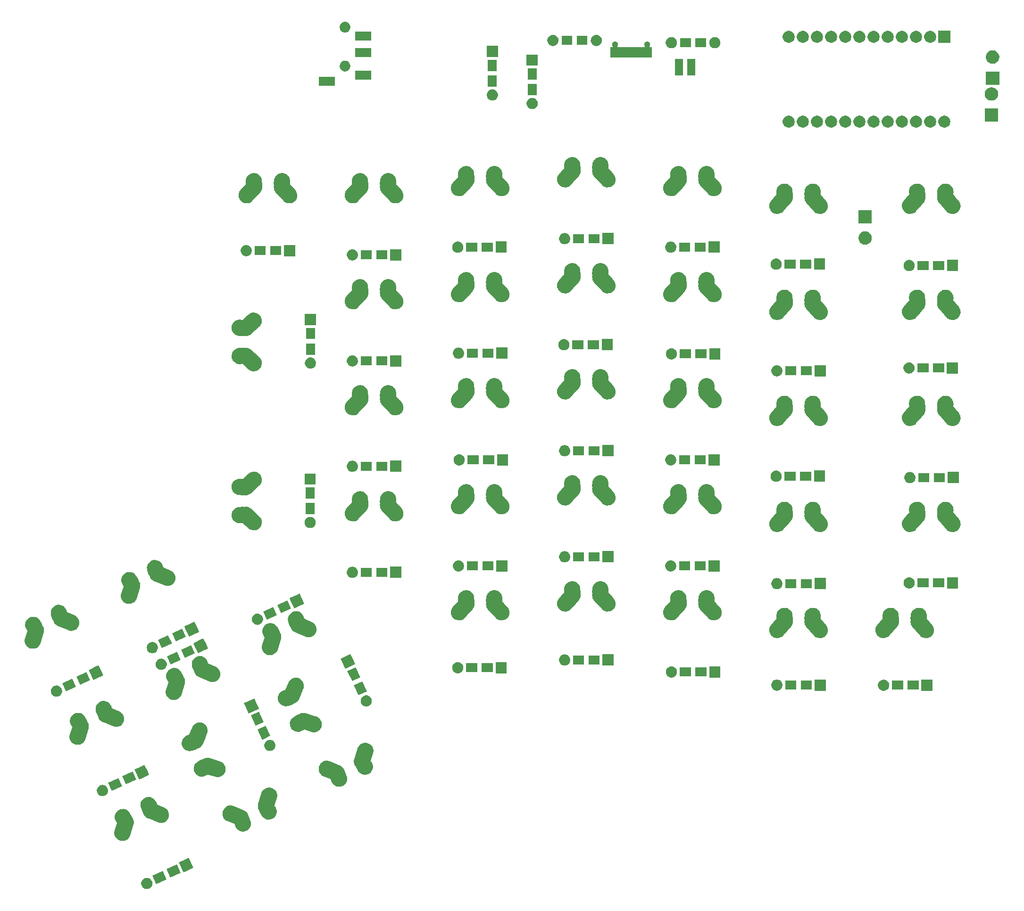
<source format=gts>
G04 #@! TF.GenerationSoftware,KiCad,Pcbnew,(5.0.2)-1*
G04 #@! TF.CreationDate,2019-04-21T13:46:39+05:30*
G04 #@! TF.ProjectId,ErgodoxBle,4572676f-646f-4784-926c-652e6b696361,rev?*
G04 #@! TF.SameCoordinates,Original*
G04 #@! TF.FileFunction,Soldermask,Top*
G04 #@! TF.FilePolarity,Negative*
%FSLAX46Y46*%
G04 Gerber Fmt 4.6, Leading zero omitted, Abs format (unit mm)*
G04 Created by KiCad (PCBNEW (5.0.2)-1) date 4/21/2019 1:46:39 PM*
%MOMM*%
%LPD*%
G01*
G04 APERTURE LIST*
%ADD10C,0.100000*%
G04 APERTURE END LIST*
D10*
G36*
X50831695Y-185213067D02*
X50928603Y-185232343D01*
X51004226Y-185263668D01*
X51111172Y-185307966D01*
X51275486Y-185417757D01*
X51415214Y-185557485D01*
X51525005Y-185721799D01*
X51600628Y-185904369D01*
X51639180Y-186098183D01*
X51639180Y-186295799D01*
X51600628Y-186489613D01*
X51525005Y-186672183D01*
X51415214Y-186836497D01*
X51275486Y-186976225D01*
X51111172Y-187086016D01*
X51004226Y-187130315D01*
X50928603Y-187161639D01*
X50831695Y-187180915D01*
X50734788Y-187200191D01*
X50537172Y-187200191D01*
X50440265Y-187180915D01*
X50343357Y-187161639D01*
X50267734Y-187130315D01*
X50160788Y-187086016D01*
X49996474Y-186976225D01*
X49856746Y-186836497D01*
X49746955Y-186672183D01*
X49671332Y-186489613D01*
X49632780Y-186295799D01*
X49632780Y-186098183D01*
X49671332Y-185904369D01*
X49746955Y-185721799D01*
X49856746Y-185557485D01*
X49996474Y-185417757D01*
X50160788Y-185307966D01*
X50267734Y-185263668D01*
X50343357Y-185232343D01*
X50440265Y-185213067D01*
X50537172Y-185193791D01*
X50734788Y-185193791D01*
X50831695Y-185213067D01*
X50831695Y-185213067D01*
G37*
G36*
X54150405Y-185444422D02*
X52331988Y-186292364D01*
X51653093Y-184836470D01*
X53471510Y-183988528D01*
X54150405Y-185444422D01*
X54150405Y-185444422D01*
G37*
G36*
X56688067Y-184261090D02*
X54869650Y-185109032D01*
X54190755Y-183653138D01*
X56009172Y-182805196D01*
X56688067Y-184261090D01*
X56688067Y-184261090D01*
G37*
G36*
X59038359Y-183385807D02*
X57798226Y-183964090D01*
X57219943Y-184233748D01*
X57219942Y-184233748D01*
X56372001Y-182415331D01*
X57612134Y-181837048D01*
X58190417Y-181567390D01*
X58190418Y-181567390D01*
X59038359Y-183385807D01*
X59038359Y-183385807D01*
G37*
G36*
X46684535Y-172853175D02*
X46754917Y-172866130D01*
X46823518Y-172893402D01*
X47020923Y-172971878D01*
X47261188Y-173127490D01*
X47350090Y-173213883D01*
X47466480Y-173326988D01*
X47588195Y-173503621D01*
X47938672Y-174137331D01*
X48023591Y-174334318D01*
X48033385Y-174380121D01*
X48040833Y-174403466D01*
X48051653Y-174423375D01*
X48131859Y-174543526D01*
X48241289Y-174808039D01*
X48297013Y-175088819D01*
X48296974Y-175177021D01*
X48296888Y-175375077D01*
X48254947Y-175585446D01*
X48254945Y-175585454D01*
X48254944Y-175585457D01*
X47643212Y-177598907D01*
X47643209Y-177598914D01*
X47561031Y-177797066D01*
X47508808Y-177875149D01*
X47401893Y-178035008D01*
X47199391Y-178237333D01*
X46961309Y-178396264D01*
X46696796Y-178505694D01*
X46416016Y-178561418D01*
X46130134Y-178561293D01*
X46129759Y-178561293D01*
X45849034Y-178505326D01*
X45584614Y-178395664D01*
X45346671Y-178236526D01*
X45144346Y-178034024D01*
X44985415Y-177795942D01*
X44875985Y-177531429D01*
X44820261Y-177250649D01*
X44820386Y-176964395D01*
X44820386Y-176964392D01*
X44862327Y-176754024D01*
X44890924Y-176659901D01*
X45273240Y-175401547D01*
X45278030Y-175377518D01*
X45278040Y-175353014D01*
X45273270Y-175328979D01*
X45263022Y-175304716D01*
X45044855Y-174910242D01*
X44959936Y-174713251D01*
X44957515Y-174701929D01*
X44900076Y-174433319D01*
X44896141Y-174158416D01*
X44895979Y-174147097D01*
X44895979Y-174147094D01*
X44938068Y-173918446D01*
X44947801Y-173865568D01*
X44977882Y-173789901D01*
X45053549Y-173599562D01*
X45209161Y-173359297D01*
X45337941Y-173226777D01*
X45408657Y-173154007D01*
X45644369Y-172991582D01*
X45907236Y-172878264D01*
X45985895Y-172861444D01*
X46187166Y-172818405D01*
X46462069Y-172814470D01*
X46473388Y-172814308D01*
X46473391Y-172814308D01*
X46684535Y-172853175D01*
X46684535Y-172853175D01*
G37*
G36*
X65922580Y-172224509D02*
X65984660Y-172231280D01*
X66184796Y-172294287D01*
X66189281Y-172295699D01*
X68123720Y-173120808D01*
X68124899Y-173121311D01*
X68313012Y-173224406D01*
X68424500Y-173317874D01*
X68532377Y-173408313D01*
X68711649Y-173631481D01*
X68843937Y-173885335D01*
X68884424Y-174024012D01*
X68893560Y-174046739D01*
X68905816Y-174065809D01*
X68934600Y-174102744D01*
X69030924Y-174294429D01*
X69291086Y-174970233D01*
X69348161Y-175177021D01*
X69366385Y-175426369D01*
X69369026Y-175462515D01*
X69333794Y-175746594D01*
X69243816Y-176018341D01*
X69102554Y-176267312D01*
X68915433Y-176483941D01*
X68915430Y-176483943D01*
X68689647Y-176659901D01*
X68433867Y-176788433D01*
X68234092Y-176843573D01*
X68157931Y-176864594D01*
X68110349Y-176868072D01*
X67872442Y-176885459D01*
X67872437Y-176885459D01*
X67588359Y-176850227D01*
X67316612Y-176760249D01*
X67305641Y-176754024D01*
X67298345Y-176749885D01*
X67067640Y-176618987D01*
X66851011Y-176431866D01*
X66693041Y-176229163D01*
X66675052Y-176206080D01*
X66578728Y-176014395D01*
X66416778Y-175593708D01*
X66405776Y-175571813D01*
X66390713Y-175552485D01*
X66372169Y-175536467D01*
X66349173Y-175523642D01*
X65128280Y-175002886D01*
X65048983Y-174969063D01*
X64860870Y-174865968D01*
X64698442Y-174729794D01*
X64641505Y-174682061D01*
X64462234Y-174458893D01*
X64329945Y-174205038D01*
X64249722Y-173930254D01*
X64224649Y-173645100D01*
X64255689Y-173360533D01*
X64256078Y-173359298D01*
X64288058Y-173257717D01*
X64341649Y-173087488D01*
X64367008Y-173041217D01*
X64479223Y-172836461D01*
X64606535Y-172684603D01*
X64663130Y-172617096D01*
X64886298Y-172437825D01*
X65140153Y-172305536D01*
X65414937Y-172225313D01*
X65700091Y-172200240D01*
X65922580Y-172224509D01*
X65922580Y-172224509D01*
G37*
G36*
X51276021Y-170697973D02*
X51547768Y-170787951D01*
X51796740Y-170929213D01*
X52013369Y-171116334D01*
X52069156Y-171187919D01*
X52189328Y-171342120D01*
X52285652Y-171533805D01*
X52447602Y-171954492D01*
X52458604Y-171976387D01*
X52473667Y-171995715D01*
X52492211Y-172011733D01*
X52515208Y-172024559D01*
X53815388Y-172579133D01*
X53815397Y-172579137D01*
X54003510Y-172682232D01*
X54121394Y-172781062D01*
X54222875Y-172866139D01*
X54402147Y-173089307D01*
X54534435Y-173343161D01*
X54614658Y-173617945D01*
X54639731Y-173903100D01*
X54615545Y-174124835D01*
X54608691Y-174187669D01*
X54522732Y-174460711D01*
X54385155Y-174711741D01*
X54292391Y-174822390D01*
X54201250Y-174931104D01*
X53978082Y-175110375D01*
X53724227Y-175242664D01*
X53449443Y-175322887D01*
X53164288Y-175347960D01*
X52934425Y-175322887D01*
X52879719Y-175316920D01*
X52725125Y-175268251D01*
X52675098Y-175252501D01*
X51089822Y-174576322D01*
X50739481Y-174426889D01*
X50551368Y-174323794D01*
X50388997Y-174187668D01*
X50332003Y-174139887D01*
X50152732Y-173916719D01*
X50020443Y-173662864D01*
X49979957Y-173524190D01*
X49970820Y-173501461D01*
X49958564Y-173482391D01*
X49929780Y-173445456D01*
X49833456Y-173253771D01*
X49573294Y-172577967D01*
X49516219Y-172371178D01*
X49512048Y-172314108D01*
X49495353Y-172085685D01*
X49530586Y-171801606D01*
X49620564Y-171529859D01*
X49761826Y-171280887D01*
X49948947Y-171064258D01*
X50134946Y-170919306D01*
X50174733Y-170888299D01*
X50430510Y-170759768D01*
X50706453Y-170683605D01*
X50849195Y-170673173D01*
X50991942Y-170662740D01*
X51276021Y-170697973D01*
X51276021Y-170697973D01*
G37*
G36*
X72734617Y-168986908D02*
X72804800Y-169000900D01*
X73015351Y-169042876D01*
X73278319Y-169151936D01*
X73279766Y-169152536D01*
X73517709Y-169311674D01*
X73720034Y-169514176D01*
X73878965Y-169752258D01*
X73988395Y-170016771D01*
X74044119Y-170297551D01*
X74044108Y-170321541D01*
X74043994Y-170583809D01*
X74002053Y-170794178D01*
X74002051Y-170794186D01*
X74002050Y-170794189D01*
X73591140Y-172146655D01*
X73586350Y-172170682D01*
X73586340Y-172195186D01*
X73591110Y-172219221D01*
X73601357Y-172243484D01*
X73819526Y-172637963D01*
X73904445Y-172834950D01*
X73916944Y-172893402D01*
X73964304Y-173114879D01*
X73967820Y-173360532D01*
X73968347Y-173397298D01*
X73968401Y-173401106D01*
X73916579Y-173682631D01*
X73810831Y-173948638D01*
X73770333Y-174011166D01*
X73655219Y-174188903D01*
X73455726Y-174394190D01*
X73220008Y-174556619D01*
X72957146Y-174669935D01*
X72957141Y-174669936D01*
X72677214Y-174729795D01*
X72390988Y-174733892D01*
X72109463Y-174682070D01*
X71843457Y-174576322D01*
X71603192Y-174420709D01*
X71397903Y-174221214D01*
X71397900Y-174221211D01*
X71276180Y-174044571D01*
X70925709Y-173410874D01*
X70840789Y-173213883D01*
X70830995Y-173168079D01*
X70823546Y-173144734D01*
X70812724Y-173124820D01*
X70732521Y-173004674D01*
X70623091Y-172740161D01*
X70567367Y-172459381D01*
X70567492Y-172173127D01*
X70567492Y-172173124D01*
X70609433Y-171962756D01*
X70611944Y-171954492D01*
X71221168Y-169949293D01*
X71221171Y-169949283D01*
X71303347Y-169751136D01*
X71404114Y-169600472D01*
X71462487Y-169513192D01*
X71664989Y-169310867D01*
X71903071Y-169151936D01*
X72167583Y-169042506D01*
X72448363Y-168986783D01*
X72734617Y-168986908D01*
X72734617Y-168986908D01*
G37*
G36*
X42868884Y-168517741D02*
X42965792Y-168537017D01*
X43041415Y-168568341D01*
X43148361Y-168612640D01*
X43312675Y-168722431D01*
X43452403Y-168862159D01*
X43562194Y-169026473D01*
X43568988Y-169042876D01*
X43637817Y-169209042D01*
X43676369Y-169402858D01*
X43676369Y-169600472D01*
X43646401Y-169751135D01*
X43637817Y-169794287D01*
X43562194Y-169976857D01*
X43452403Y-170141171D01*
X43312675Y-170280899D01*
X43148361Y-170390690D01*
X43041415Y-170434989D01*
X42965792Y-170466313D01*
X42868884Y-170485589D01*
X42771977Y-170504865D01*
X42574361Y-170504865D01*
X42477454Y-170485589D01*
X42380546Y-170466313D01*
X42304923Y-170434989D01*
X42197977Y-170390690D01*
X42033663Y-170280899D01*
X41893935Y-170141171D01*
X41784144Y-169976857D01*
X41708521Y-169794287D01*
X41699938Y-169751135D01*
X41669969Y-169600472D01*
X41669969Y-169402858D01*
X41708521Y-169209042D01*
X41777350Y-169042876D01*
X41784144Y-169026473D01*
X41893935Y-168862159D01*
X42033663Y-168722431D01*
X42197977Y-168612640D01*
X42304923Y-168568341D01*
X42380546Y-168537017D01*
X42477454Y-168517741D01*
X42574361Y-168498465D01*
X42771977Y-168498465D01*
X42868884Y-168517741D01*
X42868884Y-168517741D01*
G37*
G36*
X46187594Y-168749096D02*
X44369177Y-169597038D01*
X43690282Y-168141144D01*
X45508699Y-167293202D01*
X46187594Y-168749096D01*
X46187594Y-168749096D01*
G37*
G36*
X83189500Y-164175249D02*
X83251580Y-164182020D01*
X83456195Y-164246437D01*
X83456201Y-164246439D01*
X85391090Y-165071740D01*
X85391819Y-165072051D01*
X85579932Y-165175146D01*
X85697816Y-165273976D01*
X85799297Y-165359053D01*
X85978569Y-165582221D01*
X86110857Y-165836075D01*
X86151344Y-165974752D01*
X86160480Y-165997479D01*
X86172736Y-166016549D01*
X86201520Y-166053484D01*
X86297844Y-166245169D01*
X86558006Y-166920973D01*
X86615081Y-167127761D01*
X86628788Y-167315304D01*
X86635946Y-167413255D01*
X86600714Y-167697334D01*
X86510736Y-167969081D01*
X86369474Y-168218052D01*
X86182353Y-168434681D01*
X86182350Y-168434683D01*
X85956567Y-168610641D01*
X85700787Y-168739173D01*
X85501012Y-168794313D01*
X85424851Y-168815334D01*
X85377269Y-168818812D01*
X85139362Y-168836199D01*
X85139357Y-168836199D01*
X84855279Y-168800967D01*
X84583532Y-168710989D01*
X84334560Y-168569727D01*
X84117931Y-168382606D01*
X83989690Y-168218050D01*
X83941972Y-168156820D01*
X83845648Y-167965135D01*
X83683698Y-167544448D01*
X83672696Y-167522553D01*
X83657633Y-167503225D01*
X83639089Y-167487207D01*
X83616093Y-167474382D01*
X82553862Y-167021301D01*
X82315903Y-166919803D01*
X82127790Y-166816708D01*
X81977227Y-166690481D01*
X81908425Y-166632801D01*
X81729154Y-166409633D01*
X81596865Y-166155778D01*
X81516642Y-165880994D01*
X81491569Y-165595840D01*
X81522609Y-165311273D01*
X81608569Y-165038228D01*
X81665762Y-164933871D01*
X81746143Y-164787201D01*
X81901179Y-164602274D01*
X81930050Y-164567836D01*
X82153218Y-164388565D01*
X82407073Y-164256276D01*
X82681857Y-164176053D01*
X82967011Y-164150980D01*
X83189500Y-164175249D01*
X83189500Y-164175249D01*
G37*
G36*
X48725256Y-167565764D02*
X46906839Y-168413706D01*
X46227944Y-166957812D01*
X48046361Y-166109870D01*
X48725256Y-167565764D01*
X48725256Y-167565764D01*
G37*
G36*
X50757353Y-166008110D02*
X51072821Y-166684631D01*
X51075548Y-166690481D01*
X49858651Y-167257929D01*
X49257132Y-167538422D01*
X49257131Y-167538422D01*
X48652238Y-166241223D01*
X48409190Y-165720006D01*
X48409190Y-165720005D01*
X49698439Y-165118819D01*
X50227606Y-164872064D01*
X50227607Y-164872064D01*
X50757353Y-166008110D01*
X50757353Y-166008110D01*
G37*
G36*
X61613181Y-163620392D02*
X61613556Y-163620392D01*
X61823924Y-163662333D01*
X61823932Y-163662335D01*
X61823935Y-163662336D01*
X63392614Y-164138936D01*
X63837397Y-164274071D01*
X64035544Y-164356247D01*
X64154229Y-164435626D01*
X64273488Y-164515387D01*
X64475813Y-164717889D01*
X64634744Y-164955971D01*
X64744174Y-165220483D01*
X64799897Y-165501263D01*
X64799772Y-165787517D01*
X64791761Y-165827698D01*
X64743804Y-166068251D01*
X64658926Y-166272911D01*
X64634144Y-166332666D01*
X64475006Y-166570609D01*
X64272504Y-166772934D01*
X64034422Y-166931865D01*
X63769909Y-167041295D01*
X63489129Y-167097019D01*
X63346125Y-167096956D01*
X63202871Y-167096894D01*
X62992502Y-167054953D01*
X62992494Y-167054951D01*
X62992491Y-167054950D01*
X61640025Y-166644040D01*
X61615998Y-166639250D01*
X61591494Y-166639240D01*
X61567459Y-166644010D01*
X61543196Y-166654258D01*
X61148722Y-166872425D01*
X60951731Y-166957344D01*
X60951726Y-166957345D01*
X60671799Y-167017204D01*
X60396896Y-167021139D01*
X60385577Y-167021301D01*
X60385574Y-167021301D01*
X60174430Y-166982435D01*
X60104048Y-166969479D01*
X60009429Y-166931864D01*
X59838042Y-166863731D01*
X59597777Y-166708119D01*
X59392487Y-166508623D01*
X59230062Y-166272911D01*
X59116744Y-166010044D01*
X59096883Y-165917164D01*
X59056885Y-165730114D01*
X59052950Y-165455211D01*
X59052788Y-165443892D01*
X59052788Y-165443889D01*
X59098879Y-165193496D01*
X59104610Y-165162363D01*
X59140513Y-165072051D01*
X59210358Y-164896357D01*
X59365970Y-164656092D01*
X59474049Y-164544875D01*
X59565468Y-164450800D01*
X59742101Y-164329085D01*
X60375811Y-163978608D01*
X60572798Y-163893689D01*
X60618601Y-163883895D01*
X60641946Y-163876447D01*
X60661855Y-163865627D01*
X60782006Y-163785421D01*
X61046519Y-163675991D01*
X61327299Y-163620267D01*
X61613181Y-163620392D01*
X61613181Y-163620392D01*
G37*
G36*
X90001537Y-160937648D02*
X90071720Y-160951640D01*
X90282271Y-160993616D01*
X90476560Y-161074193D01*
X90546686Y-161103276D01*
X90784629Y-161262414D01*
X90986954Y-161464916D01*
X91145885Y-161702998D01*
X91255315Y-161967511D01*
X91311039Y-162248291D01*
X91310997Y-162343985D01*
X91310914Y-162534549D01*
X91268973Y-162744918D01*
X91268971Y-162744926D01*
X91268970Y-162744929D01*
X90858060Y-164097395D01*
X90853270Y-164121422D01*
X90853260Y-164145926D01*
X90858030Y-164169961D01*
X90868277Y-164194224D01*
X91086446Y-164588703D01*
X91171365Y-164785690D01*
X91182455Y-164837554D01*
X91231224Y-165065619D01*
X91234009Y-165260176D01*
X91235267Y-165348038D01*
X91235321Y-165351846D01*
X91183499Y-165633371D01*
X91077751Y-165899378D01*
X91041935Y-165954677D01*
X90922139Y-166139643D01*
X90722646Y-166344930D01*
X90486928Y-166507359D01*
X90224066Y-166620675D01*
X90224061Y-166620676D01*
X89944134Y-166680535D01*
X89657908Y-166684632D01*
X89376383Y-166632810D01*
X89110377Y-166527062D01*
X88870112Y-166371449D01*
X88664823Y-166171954D01*
X88664820Y-166171951D01*
X88543100Y-165995311D01*
X88192629Y-165361614D01*
X88107709Y-165164623D01*
X88097915Y-165118819D01*
X88090466Y-165095474D01*
X88079644Y-165075560D01*
X87999441Y-164955414D01*
X87890011Y-164690901D01*
X87834287Y-164410121D01*
X87834412Y-164123867D01*
X87834412Y-164123864D01*
X87876353Y-163913496D01*
X87882371Y-163893689D01*
X88488088Y-161900033D01*
X88488091Y-161900023D01*
X88570267Y-161701876D01*
X88691716Y-161520288D01*
X88729407Y-161463932D01*
X88931909Y-161261607D01*
X89169991Y-161102676D01*
X89434503Y-160993246D01*
X89715283Y-160937523D01*
X90001537Y-160937648D01*
X90001537Y-160937648D01*
G37*
G36*
X60371462Y-157302624D02*
X60426149Y-157308589D01*
X60699191Y-157394548D01*
X60950221Y-157532125D01*
X61047206Y-157613434D01*
X61169584Y-157716030D01*
X61319678Y-157902877D01*
X61348855Y-157939198D01*
X61425406Y-158086094D01*
X61481144Y-158193053D01*
X61561367Y-158467837D01*
X61586440Y-158752992D01*
X61563168Y-158966340D01*
X61555400Y-159037561D01*
X61539313Y-159088659D01*
X61490981Y-159242182D01*
X61002575Y-160387231D01*
X60665369Y-161177799D01*
X60562274Y-161365912D01*
X60458881Y-161489239D01*
X60378367Y-161585277D01*
X60155199Y-161764548D01*
X59901344Y-161896837D01*
X59762670Y-161937323D01*
X59739941Y-161946460D01*
X59720871Y-161958716D01*
X59683936Y-161987500D01*
X59492251Y-162083824D01*
X58816447Y-162343986D01*
X58609658Y-162401061D01*
X58324165Y-162421927D01*
X58040086Y-162386694D01*
X57768339Y-162296716D01*
X57519367Y-162155454D01*
X57302738Y-161968333D01*
X57143925Y-161764548D01*
X57126779Y-161742547D01*
X56998248Y-161486770D01*
X56922085Y-161210827D01*
X56911653Y-161068085D01*
X56901220Y-160925338D01*
X56936453Y-160641259D01*
X57026431Y-160369512D01*
X57167693Y-160120540D01*
X57354814Y-159903911D01*
X57556006Y-159747119D01*
X57580600Y-159727952D01*
X57772285Y-159631628D01*
X58192972Y-159469678D01*
X58214867Y-159458676D01*
X58234195Y-159443613D01*
X58250213Y-159425069D01*
X58263039Y-159402072D01*
X58817613Y-158101892D01*
X58817614Y-158101891D01*
X58817617Y-158101883D01*
X58920712Y-157913770D01*
X59069986Y-157735716D01*
X59104619Y-157694405D01*
X59327787Y-157515133D01*
X59581641Y-157382845D01*
X59856425Y-157302622D01*
X60141580Y-157277549D01*
X60371462Y-157302624D01*
X60371462Y-157302624D01*
G37*
G36*
X72902391Y-160402332D02*
X73020288Y-160425783D01*
X73095911Y-160457107D01*
X73202857Y-160501406D01*
X73367171Y-160611197D01*
X73506899Y-160750925D01*
X73616690Y-160915239D01*
X73649002Y-160993247D01*
X73692313Y-161097808D01*
X73730865Y-161291624D01*
X73730865Y-161489238D01*
X73692313Y-161683054D01*
X73665595Y-161747557D01*
X73616690Y-161865623D01*
X73506899Y-162029937D01*
X73367171Y-162169665D01*
X73202857Y-162279456D01*
X73095911Y-162323755D01*
X73020288Y-162355079D01*
X72923380Y-162374355D01*
X72826473Y-162393631D01*
X72628857Y-162393631D01*
X72531950Y-162374355D01*
X72435042Y-162355079D01*
X72359419Y-162323755D01*
X72252473Y-162279456D01*
X72088159Y-162169665D01*
X71948431Y-162029937D01*
X71838640Y-161865623D01*
X71789735Y-161747557D01*
X71763017Y-161683054D01*
X71724465Y-161489238D01*
X71724465Y-161291624D01*
X71763017Y-161097808D01*
X71806328Y-160993247D01*
X71838640Y-160915239D01*
X71948431Y-160750925D01*
X72088159Y-160611197D01*
X72252473Y-160501406D01*
X72359419Y-160457107D01*
X72435042Y-160425783D01*
X72552939Y-160402332D01*
X72628857Y-160387231D01*
X72826473Y-160387231D01*
X72902391Y-160402332D01*
X72902391Y-160402332D01*
G37*
G36*
X38632735Y-155586255D02*
X38703117Y-155599210D01*
X38765955Y-155624191D01*
X38969123Y-155704958D01*
X39209388Y-155860570D01*
X39286497Y-155935503D01*
X39414680Y-156060068D01*
X39536395Y-156236701D01*
X39886872Y-156870411D01*
X39971791Y-157067398D01*
X39981585Y-157113201D01*
X39989033Y-157136546D01*
X39999853Y-157156455D01*
X40080059Y-157276606D01*
X40189489Y-157541119D01*
X40245213Y-157821899D01*
X40245172Y-157915079D01*
X40245088Y-158108157D01*
X40203147Y-158318526D01*
X40203145Y-158318534D01*
X40203144Y-158318537D01*
X39591412Y-160331987D01*
X39591409Y-160331994D01*
X39509231Y-160530146D01*
X39457008Y-160608229D01*
X39350093Y-160768088D01*
X39147591Y-160970413D01*
X38909509Y-161129344D01*
X38644996Y-161238774D01*
X38364216Y-161294498D01*
X38078334Y-161294373D01*
X38077959Y-161294373D01*
X37797234Y-161238406D01*
X37532814Y-161128744D01*
X37294871Y-160969606D01*
X37092546Y-160767104D01*
X36933615Y-160529022D01*
X36824185Y-160264509D01*
X36768461Y-159983729D01*
X36768586Y-159697475D01*
X36768586Y-159697472D01*
X36810527Y-159487104D01*
X36823741Y-159443613D01*
X37221440Y-158134627D01*
X37226230Y-158110598D01*
X37226240Y-158086094D01*
X37221470Y-158062059D01*
X37211222Y-158037796D01*
X36993055Y-157643322D01*
X36908136Y-157446331D01*
X36897063Y-157394548D01*
X36848276Y-157166399D01*
X36844341Y-156891496D01*
X36844179Y-156880177D01*
X36844179Y-156880174D01*
X36886268Y-156651526D01*
X36896001Y-156598648D01*
X36930793Y-156511131D01*
X37001749Y-156332642D01*
X37157361Y-156092377D01*
X37290413Y-155955461D01*
X37356857Y-155887087D01*
X37592569Y-155724662D01*
X37855436Y-155611344D01*
X37934095Y-155594524D01*
X38135366Y-155551485D01*
X38410269Y-155547550D01*
X38421588Y-155547388D01*
X38421591Y-155547388D01*
X38632735Y-155586255D01*
X38632735Y-155586255D01*
G37*
G36*
X72823038Y-159694423D02*
X71367144Y-160373318D01*
X70519202Y-158554901D01*
X71975096Y-157876006D01*
X72823038Y-159694423D01*
X72823038Y-159694423D01*
G37*
G36*
X78877561Y-155568592D02*
X78877936Y-155568592D01*
X79088304Y-155610533D01*
X79088312Y-155610535D01*
X79088315Y-155610536D01*
X80899383Y-156160779D01*
X81101777Y-156222271D01*
X81299924Y-156304447D01*
X81379159Y-156357441D01*
X81537868Y-156463587D01*
X81740193Y-156666089D01*
X81899124Y-156904171D01*
X82008554Y-157168683D01*
X82063355Y-157444819D01*
X82064277Y-157449463D01*
X82064152Y-157735716D01*
X82008184Y-158016451D01*
X81923306Y-158221111D01*
X81898524Y-158280866D01*
X81739386Y-158518809D01*
X81536884Y-158721134D01*
X81298802Y-158880065D01*
X81034289Y-158989495D01*
X80753509Y-159045219D01*
X80610505Y-159045156D01*
X80467251Y-159045094D01*
X80256882Y-159003153D01*
X80256874Y-159003151D01*
X80256871Y-159003150D01*
X78904405Y-158592240D01*
X78880378Y-158587450D01*
X78855874Y-158587440D01*
X78831839Y-158592210D01*
X78807576Y-158602458D01*
X78413102Y-158820625D01*
X78216111Y-158905544D01*
X78216106Y-158905545D01*
X77936179Y-158965404D01*
X77661276Y-158969339D01*
X77649957Y-158969501D01*
X77649954Y-158969501D01*
X77438810Y-158930634D01*
X77368428Y-158917679D01*
X77273809Y-158880064D01*
X77102422Y-158811931D01*
X76862157Y-158656319D01*
X76736619Y-158534324D01*
X76656867Y-158456823D01*
X76494442Y-158221111D01*
X76381124Y-157958244D01*
X76357099Y-157845890D01*
X76321265Y-157678314D01*
X76317330Y-157403411D01*
X76317168Y-157392092D01*
X76317168Y-157392089D01*
X76360541Y-157156465D01*
X76368990Y-157110563D01*
X76424137Y-156971844D01*
X76474738Y-156844557D01*
X76630350Y-156604292D01*
X76733082Y-156498577D01*
X76829848Y-156399000D01*
X77006481Y-156277285D01*
X77640191Y-155926808D01*
X77837178Y-155841889D01*
X77882981Y-155832095D01*
X77906326Y-155824647D01*
X77926235Y-155813827D01*
X78046386Y-155733621D01*
X78310899Y-155624191D01*
X78591679Y-155568467D01*
X78877561Y-155568592D01*
X78877561Y-155568592D01*
G37*
G36*
X43224221Y-153431053D02*
X43495968Y-153521031D01*
X43744940Y-153662293D01*
X43961569Y-153849414D01*
X44060703Y-153976621D01*
X44137528Y-154075200D01*
X44233852Y-154266885D01*
X44395802Y-154687572D01*
X44406804Y-154709467D01*
X44421867Y-154728795D01*
X44440411Y-154744813D01*
X44463408Y-154757639D01*
X45763588Y-155312213D01*
X45763597Y-155312217D01*
X45951710Y-155415312D01*
X46069594Y-155514142D01*
X46171075Y-155599219D01*
X46350347Y-155822387D01*
X46482635Y-156076241D01*
X46562858Y-156351025D01*
X46587931Y-156636180D01*
X46565202Y-156844557D01*
X46556891Y-156920749D01*
X46470932Y-157193791D01*
X46333355Y-157444821D01*
X46252622Y-157541119D01*
X46149450Y-157664184D01*
X45935992Y-157835655D01*
X45926282Y-157843455D01*
X45706009Y-157958244D01*
X45672427Y-157975744D01*
X45397643Y-158055967D01*
X45112488Y-158081040D01*
X44882625Y-158055967D01*
X44827919Y-158050000D01*
X44669185Y-158000027D01*
X44623298Y-157985581D01*
X42963346Y-157277550D01*
X42687681Y-157159969D01*
X42499568Y-157056874D01*
X42337197Y-156920748D01*
X42280203Y-156872967D01*
X42100932Y-156649799D01*
X41968643Y-156395944D01*
X41928157Y-156257270D01*
X41919020Y-156234541D01*
X41906764Y-156215471D01*
X41877980Y-156178536D01*
X41781656Y-155986851D01*
X41521494Y-155311047D01*
X41464419Y-155104258D01*
X41458799Y-155027367D01*
X41443553Y-154818765D01*
X41478786Y-154534686D01*
X41568764Y-154262939D01*
X41710026Y-154013967D01*
X41897147Y-153797338D01*
X42089870Y-153647146D01*
X42122933Y-153621379D01*
X42378710Y-153492848D01*
X42654653Y-153416685D01*
X42797396Y-153406253D01*
X42940142Y-153395820D01*
X43224221Y-153431053D01*
X43224221Y-153431053D01*
G37*
G36*
X71639706Y-157156761D02*
X70183812Y-157835656D01*
X69335870Y-156017239D01*
X70791764Y-155338344D01*
X71639706Y-157156761D01*
X71639706Y-157156761D01*
G37*
G36*
X70419752Y-154067321D02*
X70735672Y-154744813D01*
X70764422Y-154806469D01*
X69679841Y-155312217D01*
X68946006Y-155654410D01*
X68946005Y-155654410D01*
X68310790Y-154292185D01*
X68098064Y-153835994D01*
X68098064Y-153835993D01*
X69549815Y-153159031D01*
X69916480Y-152988052D01*
X69916481Y-152988052D01*
X70419752Y-154067321D01*
X70419752Y-154067321D01*
G37*
G36*
X90235926Y-152410676D02*
X90332834Y-152429952D01*
X90388044Y-152452821D01*
X90515403Y-152505575D01*
X90679717Y-152615366D01*
X90819445Y-152755094D01*
X90929236Y-152919408D01*
X90957669Y-152988052D01*
X90984346Y-153052454D01*
X91004859Y-153101978D01*
X91043411Y-153295792D01*
X91043411Y-153493408D01*
X91004859Y-153687222D01*
X90929236Y-153869792D01*
X90819445Y-154034106D01*
X90679717Y-154173834D01*
X90515403Y-154283625D01*
X90408457Y-154327924D01*
X90332834Y-154359248D01*
X90278146Y-154370126D01*
X90139019Y-154397800D01*
X89941403Y-154397800D01*
X89802276Y-154370126D01*
X89747588Y-154359248D01*
X89671965Y-154327924D01*
X89565019Y-154283625D01*
X89400705Y-154173834D01*
X89260977Y-154034106D01*
X89151186Y-153869792D01*
X89075563Y-153687222D01*
X89037011Y-153493408D01*
X89037011Y-153295792D01*
X89075563Y-153101978D01*
X89096077Y-153052454D01*
X89122753Y-152988052D01*
X89151186Y-152919408D01*
X89260977Y-152755094D01*
X89400705Y-152615366D01*
X89565019Y-152505575D01*
X89692378Y-152452821D01*
X89747588Y-152429952D01*
X89844496Y-152410676D01*
X89941403Y-152391400D01*
X90139019Y-152391400D01*
X90235926Y-152410676D01*
X90235926Y-152410676D01*
G37*
G36*
X77635842Y-149250824D02*
X77690529Y-149256789D01*
X77963571Y-149342748D01*
X78214601Y-149480325D01*
X78314616Y-149564174D01*
X78433964Y-149664230D01*
X78613235Y-149887398D01*
X78745524Y-150141253D01*
X78825747Y-150416037D01*
X78850820Y-150701192D01*
X78832924Y-150865258D01*
X78819780Y-150985761D01*
X78778043Y-151118335D01*
X78755361Y-151190382D01*
X78194382Y-152505576D01*
X77929749Y-153125999D01*
X77826654Y-153314112D01*
X77725331Y-153434970D01*
X77642747Y-153533477D01*
X77419579Y-153712748D01*
X77165724Y-153845037D01*
X77027050Y-153885523D01*
X77004321Y-153894660D01*
X76985251Y-153906916D01*
X76948316Y-153935700D01*
X76756631Y-154032024D01*
X76080827Y-154292186D01*
X75926098Y-154334892D01*
X75874038Y-154349261D01*
X75588545Y-154370127D01*
X75304466Y-154334894D01*
X75032719Y-154244916D01*
X74783747Y-154103654D01*
X74567118Y-153916533D01*
X74397298Y-153698624D01*
X74391159Y-153690747D01*
X74262628Y-153434970D01*
X74186465Y-153159027D01*
X74171111Y-152948936D01*
X74165600Y-152873538D01*
X74200833Y-152589459D01*
X74290811Y-152317712D01*
X74432073Y-152068740D01*
X74619194Y-151852111D01*
X74820386Y-151695319D01*
X74844980Y-151676152D01*
X75036665Y-151579828D01*
X75457352Y-151417878D01*
X75479247Y-151406876D01*
X75498575Y-151391813D01*
X75514593Y-151373269D01*
X75527419Y-151350272D01*
X76081993Y-150050092D01*
X76081994Y-150050091D01*
X76081997Y-150050083D01*
X76185092Y-149861970D01*
X76296917Y-149728585D01*
X76368999Y-149642605D01*
X76592167Y-149463333D01*
X76846021Y-149331045D01*
X77120805Y-149250822D01*
X77405960Y-149225749D01*
X77635842Y-149250824D01*
X77635842Y-149250824D01*
G37*
G36*
X55899655Y-147536995D02*
X55970037Y-147549950D01*
X56045704Y-147580031D01*
X56236043Y-147655698D01*
X56476308Y-147811310D01*
X56539365Y-147872588D01*
X56681600Y-148010808D01*
X56803315Y-148187441D01*
X57153792Y-148821151D01*
X57238711Y-149018138D01*
X57248505Y-149063941D01*
X57255953Y-149087286D01*
X57266773Y-149107195D01*
X57346979Y-149227346D01*
X57456409Y-149491859D01*
X57512133Y-149772639D01*
X57512082Y-149887398D01*
X57512008Y-150058897D01*
X57470067Y-150269266D01*
X57470065Y-150269274D01*
X57470064Y-150269277D01*
X56858332Y-152282727D01*
X56858329Y-152282734D01*
X56776151Y-152480886D01*
X56747158Y-152524236D01*
X56617013Y-152718828D01*
X56414511Y-152921153D01*
X56176429Y-153080084D01*
X55911916Y-153189514D01*
X55631136Y-153245238D01*
X55345254Y-153245113D01*
X55344879Y-153245113D01*
X55064154Y-153189146D01*
X54799734Y-153079484D01*
X54561791Y-152920346D01*
X54359466Y-152717844D01*
X54200535Y-152479762D01*
X54091105Y-152215249D01*
X54035381Y-151934469D01*
X54035506Y-151648215D01*
X54035506Y-151648212D01*
X54077447Y-151437844D01*
X54081677Y-151423922D01*
X54488360Y-150085367D01*
X54493150Y-150061338D01*
X54493160Y-150036834D01*
X54488390Y-150012799D01*
X54478142Y-149988536D01*
X54259975Y-149594062D01*
X54175056Y-149397071D01*
X54172635Y-149385749D01*
X54115196Y-149117139D01*
X54111261Y-148842236D01*
X54111099Y-148830917D01*
X54111099Y-148830914D01*
X54153188Y-148602266D01*
X54162921Y-148549388D01*
X54197713Y-148461871D01*
X54268669Y-148283382D01*
X54424281Y-148043117D01*
X54541793Y-147922193D01*
X54623777Y-147837827D01*
X54859489Y-147675402D01*
X55122356Y-147562084D01*
X55201015Y-147545264D01*
X55402286Y-147502225D01*
X55677189Y-147498290D01*
X55688508Y-147498128D01*
X55688511Y-147498128D01*
X55899655Y-147536995D01*
X55899655Y-147536995D01*
G37*
G36*
X34634115Y-150651287D02*
X34731023Y-150670563D01*
X34772607Y-150687788D01*
X34913592Y-150746186D01*
X35077906Y-150855977D01*
X35217634Y-150995705D01*
X35327425Y-151160019D01*
X35345264Y-151203086D01*
X35403048Y-151342588D01*
X35418024Y-151417878D01*
X35441600Y-151536403D01*
X35441600Y-151734019D01*
X35437745Y-151753397D01*
X35403048Y-151927834D01*
X35383191Y-151975772D01*
X35327425Y-152110403D01*
X35217634Y-152274717D01*
X35077906Y-152414445D01*
X34913592Y-152524236D01*
X34829739Y-152558969D01*
X34731023Y-152599859D01*
X34686631Y-152608689D01*
X34537208Y-152638411D01*
X34339592Y-152638411D01*
X34190169Y-152608689D01*
X34145777Y-152599859D01*
X34047061Y-152558969D01*
X33963208Y-152524236D01*
X33798894Y-152414445D01*
X33659166Y-152274717D01*
X33549375Y-152110403D01*
X33493609Y-151975772D01*
X33473752Y-151927834D01*
X33439055Y-151753397D01*
X33435200Y-151734019D01*
X33435200Y-151536403D01*
X33458776Y-151417878D01*
X33473752Y-151342588D01*
X33531536Y-151203086D01*
X33549375Y-151160019D01*
X33659166Y-150995705D01*
X33798894Y-150855977D01*
X33963208Y-150746186D01*
X34104193Y-150687788D01*
X34145777Y-150670563D01*
X34242685Y-150651287D01*
X34339592Y-150632011D01*
X34537208Y-150632011D01*
X34634115Y-150651287D01*
X34634115Y-150651287D01*
G37*
G36*
X90135584Y-151698592D02*
X88679690Y-152377487D01*
X87831748Y-150559070D01*
X89287642Y-149880175D01*
X90135584Y-151698592D01*
X90135584Y-151698592D01*
G37*
G36*
X37952825Y-150882642D02*
X36134408Y-151730584D01*
X35455513Y-150274690D01*
X37273930Y-149426748D01*
X37952825Y-150882642D01*
X37952825Y-150882642D01*
G37*
G36*
X183079695Y-149605056D02*
X183176603Y-149624332D01*
X183209322Y-149637885D01*
X183359172Y-149699955D01*
X183523486Y-149809746D01*
X183663214Y-149949474D01*
X183773005Y-150113788D01*
X183848628Y-150296358D01*
X183882128Y-150464772D01*
X183887180Y-150490173D01*
X183887180Y-150687787D01*
X183848628Y-150881603D01*
X183835630Y-150912983D01*
X183773005Y-151064172D01*
X183663214Y-151228486D01*
X183523486Y-151368214D01*
X183359172Y-151478005D01*
X183252226Y-151522304D01*
X183176603Y-151553628D01*
X183079695Y-151572904D01*
X182982788Y-151592180D01*
X182785172Y-151592180D01*
X182688265Y-151572904D01*
X182591357Y-151553628D01*
X182515734Y-151522304D01*
X182408788Y-151478005D01*
X182244474Y-151368214D01*
X182104746Y-151228486D01*
X181994955Y-151064172D01*
X181932330Y-150912983D01*
X181919332Y-150881603D01*
X181880780Y-150687787D01*
X181880780Y-150490173D01*
X181885833Y-150464772D01*
X181919332Y-150296358D01*
X181994955Y-150113788D01*
X182104746Y-149949474D01*
X182244474Y-149809746D01*
X182408788Y-149699955D01*
X182558638Y-149637885D01*
X182591357Y-149624332D01*
X182688265Y-149605056D01*
X182785172Y-149585780D01*
X182982788Y-149585780D01*
X183079695Y-149605056D01*
X183079695Y-149605056D01*
G37*
G36*
X191687180Y-151592180D02*
X189680780Y-151592180D01*
X189680780Y-149585780D01*
X191687180Y-149585780D01*
X191687180Y-151592180D01*
X191687180Y-151592180D01*
G37*
G36*
X163935715Y-149579656D02*
X164032623Y-149598932D01*
X164082606Y-149619636D01*
X164215192Y-149674555D01*
X164379506Y-149784346D01*
X164519234Y-149924074D01*
X164629025Y-150088388D01*
X164673324Y-150195334D01*
X164704648Y-150270957D01*
X164717374Y-150334937D01*
X164743200Y-150464772D01*
X164743200Y-150662388D01*
X164735481Y-150701192D01*
X164704648Y-150856203D01*
X164673323Y-150931826D01*
X164629025Y-151038772D01*
X164519234Y-151203086D01*
X164379506Y-151342814D01*
X164215192Y-151452605D01*
X164108246Y-151496904D01*
X164032623Y-151528228D01*
X163950661Y-151544531D01*
X163838808Y-151566780D01*
X163641192Y-151566780D01*
X163529339Y-151544531D01*
X163447377Y-151528228D01*
X163371754Y-151496904D01*
X163264808Y-151452605D01*
X163100494Y-151342814D01*
X162960766Y-151203086D01*
X162850975Y-151038772D01*
X162806676Y-150931826D01*
X162775352Y-150856203D01*
X162744519Y-150701192D01*
X162736800Y-150662388D01*
X162736800Y-150464772D01*
X162762626Y-150334937D01*
X162775352Y-150270957D01*
X162806676Y-150195334D01*
X162850975Y-150088388D01*
X162960766Y-149924074D01*
X163100494Y-149784346D01*
X163264808Y-149674555D01*
X163397394Y-149619636D01*
X163447377Y-149598932D01*
X163544285Y-149579656D01*
X163641192Y-149560380D01*
X163838808Y-149560380D01*
X163935715Y-149579656D01*
X163935715Y-149579656D01*
G37*
G36*
X172543200Y-151566780D02*
X170536800Y-151566780D01*
X170536800Y-149560380D01*
X172543200Y-149560380D01*
X172543200Y-151566780D01*
X172543200Y-151566780D01*
G37*
G36*
X189187180Y-151392180D02*
X187180780Y-151392180D01*
X187180780Y-149785780D01*
X189187180Y-149785780D01*
X189187180Y-151392180D01*
X189187180Y-151392180D01*
G37*
G36*
X186387180Y-151392180D02*
X184380780Y-151392180D01*
X184380780Y-149785780D01*
X186387180Y-149785780D01*
X186387180Y-151392180D01*
X186387180Y-151392180D01*
G37*
G36*
X167243200Y-151366780D02*
X165236800Y-151366780D01*
X165236800Y-149760380D01*
X167243200Y-149760380D01*
X167243200Y-151366780D01*
X167243200Y-151366780D01*
G37*
G36*
X170043200Y-151366780D02*
X168036800Y-151366780D01*
X168036800Y-149760380D01*
X170043200Y-149760380D01*
X170043200Y-151366780D01*
X170043200Y-151366780D01*
G37*
G36*
X40490487Y-149699310D02*
X38672070Y-150547252D01*
X37993175Y-149091358D01*
X39811592Y-148243416D01*
X40490487Y-149699310D01*
X40490487Y-149699310D01*
G37*
G36*
X60491141Y-145381793D02*
X60762888Y-145471771D01*
X61011860Y-145613033D01*
X61228489Y-145800154D01*
X61346195Y-145951192D01*
X61404448Y-146025940D01*
X61500772Y-146217625D01*
X61662722Y-146638312D01*
X61673724Y-146660207D01*
X61688787Y-146679535D01*
X61707331Y-146695553D01*
X61730328Y-146708379D01*
X63030508Y-147262953D01*
X63030517Y-147262957D01*
X63218630Y-147366052D01*
X63336514Y-147464882D01*
X63437995Y-147549959D01*
X63617267Y-147773127D01*
X63749555Y-148026981D01*
X63829778Y-148301765D01*
X63854851Y-148586920D01*
X63830665Y-148808655D01*
X63823811Y-148871489D01*
X63737852Y-149144531D01*
X63600275Y-149395561D01*
X63527222Y-149482698D01*
X63416370Y-149614924D01*
X63193202Y-149794195D01*
X62939347Y-149926484D01*
X62664563Y-150006707D01*
X62379408Y-150031780D01*
X62149545Y-150006707D01*
X62094839Y-150000740D01*
X61931998Y-149949474D01*
X61890218Y-149936321D01*
X60283091Y-149250822D01*
X59954601Y-149110709D01*
X59766488Y-149007614D01*
X59604117Y-148871488D01*
X59547123Y-148823707D01*
X59367852Y-148600539D01*
X59235563Y-148346684D01*
X59195077Y-148208010D01*
X59185940Y-148185281D01*
X59173684Y-148166211D01*
X59144900Y-148129276D01*
X59048576Y-147937591D01*
X58788414Y-147261787D01*
X58731339Y-147054998D01*
X58722863Y-146939024D01*
X58710473Y-146769505D01*
X58745706Y-146485426D01*
X58835684Y-146213679D01*
X58976946Y-145964707D01*
X59164067Y-145748078D01*
X59386403Y-145574808D01*
X59389853Y-145572119D01*
X59645630Y-145443588D01*
X59921573Y-145367425D01*
X60064315Y-145356993D01*
X60207062Y-145346560D01*
X60491141Y-145381793D01*
X60491141Y-145381793D01*
G37*
G36*
X88952252Y-149160930D02*
X87496358Y-149839825D01*
X86648416Y-148021408D01*
X88104310Y-147342513D01*
X88952252Y-149160930D01*
X88952252Y-149160930D01*
G37*
G36*
X42553529Y-148208017D02*
X42840630Y-148823706D01*
X42840779Y-148824027D01*
X41912717Y-149256789D01*
X41022363Y-149671968D01*
X41022362Y-149671968D01*
X40348206Y-148226234D01*
X40174421Y-147853552D01*
X40174421Y-147853551D01*
X41667565Y-147157287D01*
X41992837Y-147005610D01*
X41992838Y-147005610D01*
X42553529Y-148208017D01*
X42553529Y-148208017D01*
G37*
G36*
X153620200Y-149212200D02*
X151613800Y-149212200D01*
X151613800Y-147205800D01*
X153620200Y-147205800D01*
X153620200Y-149212200D01*
X153620200Y-149212200D01*
G37*
G36*
X145012715Y-147225076D02*
X145109623Y-147244352D01*
X145185246Y-147275676D01*
X145292192Y-147319975D01*
X145456506Y-147429766D01*
X145596234Y-147569494D01*
X145706025Y-147733808D01*
X145750324Y-147840754D01*
X145781648Y-147916377D01*
X145790979Y-147963288D01*
X145820200Y-148110192D01*
X145820200Y-148307808D01*
X145807437Y-148371972D01*
X145781648Y-148501623D01*
X145774879Y-148517964D01*
X145706025Y-148684192D01*
X145596234Y-148848506D01*
X145456506Y-148988234D01*
X145292192Y-149098025D01*
X145187109Y-149141552D01*
X145109623Y-149173648D01*
X145012715Y-149192924D01*
X144915808Y-149212200D01*
X144718192Y-149212200D01*
X144621285Y-149192924D01*
X144524377Y-149173648D01*
X144446891Y-149141552D01*
X144341808Y-149098025D01*
X144177494Y-148988234D01*
X144037766Y-148848506D01*
X143927975Y-148684192D01*
X143859121Y-148517964D01*
X143852352Y-148501623D01*
X143826563Y-148371972D01*
X143813800Y-148307808D01*
X143813800Y-148110192D01*
X143843021Y-147963288D01*
X143852352Y-147916377D01*
X143883676Y-147840754D01*
X143927975Y-147733808D01*
X144037766Y-147569494D01*
X144177494Y-147429766D01*
X144341808Y-147319975D01*
X144448754Y-147275676D01*
X144524377Y-147244352D01*
X144621285Y-147225076D01*
X144718192Y-147205800D01*
X144915808Y-147205800D01*
X145012715Y-147225076D01*
X145012715Y-147225076D01*
G37*
G36*
X148320200Y-149012200D02*
X146313800Y-149012200D01*
X146313800Y-147405800D01*
X148320200Y-147405800D01*
X148320200Y-149012200D01*
X148320200Y-149012200D01*
G37*
G36*
X151120200Y-149012200D02*
X149113800Y-149012200D01*
X149113800Y-147405800D01*
X151120200Y-147405800D01*
X151120200Y-149012200D01*
X151120200Y-149012200D01*
G37*
G36*
X115266200Y-148450200D02*
X113259800Y-148450200D01*
X113259800Y-146443800D01*
X115266200Y-146443800D01*
X115266200Y-148450200D01*
X115266200Y-148450200D01*
G37*
G36*
X106578810Y-146447182D02*
X106755623Y-146482352D01*
X106831246Y-146513676D01*
X106938192Y-146557975D01*
X107102506Y-146667766D01*
X107242234Y-146807494D01*
X107352025Y-146971808D01*
X107354634Y-146978107D01*
X107427648Y-147154377D01*
X107442518Y-147229134D01*
X107466200Y-147348192D01*
X107466200Y-147545808D01*
X107448054Y-147637036D01*
X107427648Y-147739623D01*
X107423338Y-147750027D01*
X107352025Y-147922192D01*
X107242234Y-148086506D01*
X107102506Y-148226234D01*
X106938192Y-148336025D01*
X106851408Y-148371972D01*
X106755623Y-148411648D01*
X106658715Y-148430924D01*
X106561808Y-148450200D01*
X106364192Y-148450200D01*
X106267285Y-148430924D01*
X106170377Y-148411648D01*
X106074592Y-148371972D01*
X105987808Y-148336025D01*
X105823494Y-148226234D01*
X105683766Y-148086506D01*
X105573975Y-147922192D01*
X105502662Y-147750027D01*
X105498352Y-147739623D01*
X105477946Y-147637036D01*
X105459800Y-147545808D01*
X105459800Y-147348192D01*
X105483482Y-147229134D01*
X105498352Y-147154377D01*
X105571366Y-146978107D01*
X105573975Y-146971808D01*
X105683766Y-146807494D01*
X105823494Y-146667766D01*
X105987808Y-146557975D01*
X106094754Y-146513676D01*
X106170377Y-146482352D01*
X106347190Y-146447182D01*
X106364192Y-146443800D01*
X106561808Y-146443800D01*
X106578810Y-146447182D01*
X106578810Y-146447182D01*
G37*
G36*
X112766200Y-148250200D02*
X110759800Y-148250200D01*
X110759800Y-146643800D01*
X112766200Y-146643800D01*
X112766200Y-148250200D01*
X112766200Y-148250200D01*
G37*
G36*
X109966200Y-148250200D02*
X107959800Y-148250200D01*
X107959800Y-146643800D01*
X109966200Y-146643800D01*
X109966200Y-148250200D01*
X109966200Y-148250200D01*
G37*
G36*
X53430115Y-145825287D02*
X53527023Y-145844563D01*
X53592631Y-145871739D01*
X53709592Y-145920186D01*
X53873906Y-146029977D01*
X54013634Y-146169705D01*
X54123425Y-146334019D01*
X54156679Y-146414302D01*
X54199048Y-146516588D01*
X54207280Y-146557975D01*
X54237600Y-146710403D01*
X54237600Y-146908019D01*
X54224912Y-146971807D01*
X54199370Y-147100217D01*
X54199048Y-147101833D01*
X54123425Y-147284403D01*
X54013634Y-147448717D01*
X53873906Y-147588445D01*
X53709592Y-147698236D01*
X53609677Y-147739622D01*
X53527023Y-147773859D01*
X53462235Y-147786746D01*
X53333208Y-147812411D01*
X53135592Y-147812411D01*
X53006565Y-147786746D01*
X52941777Y-147773859D01*
X52859123Y-147739622D01*
X52759208Y-147698236D01*
X52594894Y-147588445D01*
X52455166Y-147448717D01*
X52345375Y-147284403D01*
X52269752Y-147101833D01*
X52269431Y-147100217D01*
X52243888Y-146971807D01*
X52231200Y-146908019D01*
X52231200Y-146710403D01*
X52261520Y-146557975D01*
X52269752Y-146516588D01*
X52312121Y-146414302D01*
X52345375Y-146334019D01*
X52455166Y-146169705D01*
X52594894Y-146029977D01*
X52759208Y-145920186D01*
X52876169Y-145871739D01*
X52941777Y-145844563D01*
X53038685Y-145825287D01*
X53135592Y-145806011D01*
X53333208Y-145806011D01*
X53430115Y-145825287D01*
X53430115Y-145825287D01*
G37*
G36*
X87712939Y-146029975D02*
X88075504Y-146807497D01*
X88076968Y-146810638D01*
X86885878Y-147366052D01*
X86258552Y-147658579D01*
X86258551Y-147658579D01*
X85644911Y-146342622D01*
X85410610Y-145840163D01*
X85410610Y-145840162D01*
X86797515Y-145193438D01*
X87229026Y-144992221D01*
X87229027Y-144992221D01*
X87712939Y-146029975D01*
X87712939Y-146029975D01*
G37*
G36*
X134443200Y-147053200D02*
X132436800Y-147053200D01*
X132436800Y-145046800D01*
X134443200Y-145046800D01*
X134443200Y-147053200D01*
X134443200Y-147053200D01*
G37*
G36*
X125835715Y-145066076D02*
X125932623Y-145085352D01*
X126008246Y-145116676D01*
X126115192Y-145160975D01*
X126279506Y-145270766D01*
X126419234Y-145410494D01*
X126529025Y-145574808D01*
X126544858Y-145613033D01*
X126600796Y-145748077D01*
X126604648Y-145757378D01*
X126643200Y-145951192D01*
X126643200Y-146148808D01*
X126630296Y-146213679D01*
X126604648Y-146342623D01*
X126592096Y-146372926D01*
X126529025Y-146525192D01*
X126419234Y-146689506D01*
X126279506Y-146829234D01*
X126115192Y-146939025D01*
X126036049Y-146971807D01*
X125932623Y-147014648D01*
X125835715Y-147033924D01*
X125738808Y-147053200D01*
X125541192Y-147053200D01*
X125444285Y-147033924D01*
X125347377Y-147014648D01*
X125243951Y-146971807D01*
X125164808Y-146939025D01*
X125000494Y-146829234D01*
X124860766Y-146689506D01*
X124750975Y-146525192D01*
X124687904Y-146372926D01*
X124675352Y-146342623D01*
X124649704Y-146213679D01*
X124636800Y-146148808D01*
X124636800Y-145951192D01*
X124675352Y-145757378D01*
X124679205Y-145748077D01*
X124735142Y-145613033D01*
X124750975Y-145574808D01*
X124860766Y-145410494D01*
X125000494Y-145270766D01*
X125164808Y-145160975D01*
X125271754Y-145116676D01*
X125347377Y-145085352D01*
X125444285Y-145066076D01*
X125541192Y-145046800D01*
X125738808Y-145046800D01*
X125835715Y-145066076D01*
X125835715Y-145066076D01*
G37*
G36*
X56748825Y-146056642D02*
X54930408Y-146904584D01*
X54251513Y-145448690D01*
X56069930Y-144600748D01*
X56748825Y-146056642D01*
X56748825Y-146056642D01*
G37*
G36*
X131943200Y-146853200D02*
X129936800Y-146853200D01*
X129936800Y-145246800D01*
X131943200Y-145246800D01*
X131943200Y-146853200D01*
X131943200Y-146853200D01*
G37*
G36*
X129143200Y-146853200D02*
X127136800Y-146853200D01*
X127136800Y-145246800D01*
X129143200Y-145246800D01*
X129143200Y-146853200D01*
X129143200Y-146853200D01*
G37*
G36*
X59286487Y-144873310D02*
X57468070Y-145721252D01*
X56789175Y-144265358D01*
X58607592Y-143417416D01*
X59286487Y-144873310D01*
X59286487Y-144873310D01*
G37*
G36*
X73135087Y-139479866D02*
X73234417Y-139498150D01*
X73310084Y-139528231D01*
X73500423Y-139603898D01*
X73740688Y-139759510D01*
X73803745Y-139820788D01*
X73945980Y-139959008D01*
X74067695Y-140135641D01*
X74418172Y-140769351D01*
X74503091Y-140966338D01*
X74512885Y-141012141D01*
X74520333Y-141035486D01*
X74531153Y-141055395D01*
X74611359Y-141175546D01*
X74720789Y-141440059D01*
X74776513Y-141720839D01*
X74776464Y-141831152D01*
X74776388Y-142007097D01*
X74734447Y-142217466D01*
X74734445Y-142217474D01*
X74734444Y-142217477D01*
X74122712Y-144230927D01*
X74122709Y-144230934D01*
X74040531Y-144429086D01*
X73988308Y-144507169D01*
X73881393Y-144667028D01*
X73678891Y-144869353D01*
X73440809Y-145028284D01*
X73176296Y-145137714D01*
X72895516Y-145193438D01*
X72609634Y-145193313D01*
X72609259Y-145193313D01*
X72328534Y-145137346D01*
X72064114Y-145027684D01*
X72011090Y-144992221D01*
X71826171Y-144868546D01*
X71623846Y-144666044D01*
X71464915Y-144427962D01*
X71355485Y-144163449D01*
X71299761Y-143882669D01*
X71299886Y-143596415D01*
X71299886Y-143596412D01*
X71341827Y-143386044D01*
X71353668Y-143347072D01*
X71752740Y-142033567D01*
X71757530Y-142009538D01*
X71757540Y-141985034D01*
X71752770Y-141960999D01*
X71742522Y-141936736D01*
X71524355Y-141542262D01*
X71439436Y-141345271D01*
X71428389Y-141293609D01*
X71379576Y-141065339D01*
X71375572Y-140785620D01*
X71375479Y-140779117D01*
X71375479Y-140779114D01*
X71417568Y-140550466D01*
X71427301Y-140497588D01*
X71463767Y-140405860D01*
X71533049Y-140231582D01*
X71688661Y-139991317D01*
X71809452Y-139867018D01*
X71888157Y-139786027D01*
X72123869Y-139623602D01*
X72386736Y-139510284D01*
X72465395Y-139493464D01*
X72666666Y-139450425D01*
X72941569Y-139446490D01*
X72952888Y-139446328D01*
X72952891Y-139446328D01*
X73135087Y-139479866D01*
X73135087Y-139479866D01*
G37*
G36*
X61256615Y-143182762D02*
X61625759Y-143974393D01*
X61636779Y-143998027D01*
X60544919Y-144507169D01*
X59818363Y-144845968D01*
X59818362Y-144845968D01*
X59192456Y-143503708D01*
X58970421Y-143027552D01*
X58970421Y-143027551D01*
X60487148Y-142320290D01*
X60788837Y-142179610D01*
X60788838Y-142179610D01*
X61256615Y-143182762D01*
X61256615Y-143182762D01*
G37*
G36*
X51835084Y-142838341D02*
X51931992Y-142857617D01*
X52007615Y-142888942D01*
X52114561Y-142933240D01*
X52278875Y-143043031D01*
X52418603Y-143182759D01*
X52528394Y-143347073D01*
X52544536Y-143386044D01*
X52596478Y-143511441D01*
X52604017Y-143529643D01*
X52642569Y-143723457D01*
X52642569Y-143921073D01*
X52604017Y-144114887D01*
X52528394Y-144297457D01*
X52418603Y-144461771D01*
X52278875Y-144601499D01*
X52114561Y-144711290D01*
X52007615Y-144755589D01*
X51931992Y-144786913D01*
X51835084Y-144806189D01*
X51738177Y-144825465D01*
X51540561Y-144825465D01*
X51443654Y-144806189D01*
X51346746Y-144786913D01*
X51271123Y-144755589D01*
X51164177Y-144711290D01*
X50999863Y-144601499D01*
X50860135Y-144461771D01*
X50750344Y-144297457D01*
X50674721Y-144114887D01*
X50636169Y-143921073D01*
X50636169Y-143723457D01*
X50674721Y-143529643D01*
X50682261Y-143511441D01*
X50734202Y-143386044D01*
X50750344Y-143347073D01*
X50860135Y-143182759D01*
X50999863Y-143043031D01*
X51164177Y-142933240D01*
X51271123Y-142888942D01*
X51346746Y-142857617D01*
X51443654Y-142838341D01*
X51540561Y-142819065D01*
X51738177Y-142819065D01*
X51835084Y-142838341D01*
X51835084Y-142838341D01*
G37*
G36*
X30579408Y-138321126D02*
X30653857Y-138334830D01*
X30723464Y-138362502D01*
X30919863Y-138440578D01*
X31160128Y-138596190D01*
X31240102Y-138673907D01*
X31365420Y-138795688D01*
X31487135Y-138972321D01*
X31837612Y-139606031D01*
X31922531Y-139803018D01*
X31932325Y-139848821D01*
X31939773Y-139872166D01*
X31950593Y-139892075D01*
X32030799Y-140012226D01*
X32140229Y-140276739D01*
X32195953Y-140557519D01*
X32195942Y-140581510D01*
X32195828Y-140843777D01*
X32153887Y-141054146D01*
X32153885Y-141054154D01*
X32153884Y-141054157D01*
X31542152Y-143067607D01*
X31542149Y-143067614D01*
X31459971Y-143265766D01*
X31407748Y-143343849D01*
X31300833Y-143503708D01*
X31098331Y-143706033D01*
X30860249Y-143864964D01*
X30595736Y-143974394D01*
X30314956Y-144030118D01*
X30029074Y-144029993D01*
X30028699Y-144029993D01*
X29747974Y-143974026D01*
X29483554Y-143864364D01*
X29475054Y-143858679D01*
X29245611Y-143705226D01*
X29043286Y-143502724D01*
X28884355Y-143264642D01*
X28774925Y-143000129D01*
X28719201Y-142719349D01*
X28719326Y-142433095D01*
X28719326Y-142433092D01*
X28761267Y-142222724D01*
X28763828Y-142214296D01*
X29172180Y-140870247D01*
X29176970Y-140846218D01*
X29176980Y-140821714D01*
X29172210Y-140797679D01*
X29161962Y-140773416D01*
X28943795Y-140378942D01*
X28858876Y-140181951D01*
X28856077Y-140168862D01*
X28799016Y-139902019D01*
X28795031Y-139623602D01*
X28794919Y-139615797D01*
X28794919Y-139615794D01*
X28837008Y-139387146D01*
X28846741Y-139334268D01*
X28881533Y-139246751D01*
X28952489Y-139068262D01*
X29108101Y-138827997D01*
X29228892Y-138703698D01*
X29307597Y-138622707D01*
X29543309Y-138460282D01*
X29806176Y-138346964D01*
X29899900Y-138326923D01*
X30086106Y-138287105D01*
X30361009Y-138283170D01*
X30372328Y-138283008D01*
X30372331Y-138283008D01*
X30579408Y-138321126D01*
X30579408Y-138321126D01*
G37*
G36*
X55153794Y-143069696D02*
X53335377Y-143917638D01*
X52656482Y-142461744D01*
X54474899Y-141613802D01*
X55153794Y-143069696D01*
X55153794Y-143069696D01*
G37*
G36*
X57691456Y-141886364D02*
X55873039Y-142734306D01*
X55194144Y-141278412D01*
X57012561Y-140430470D01*
X57691456Y-141886364D01*
X57691456Y-141886364D01*
G37*
G36*
X189612732Y-136713478D02*
X189826411Y-136794734D01*
X189880295Y-136815224D01*
X190122868Y-136967213D01*
X190331128Y-137163605D01*
X190497073Y-137396852D01*
X190604713Y-137636586D01*
X190614326Y-137657996D01*
X190678378Y-137936989D01*
X190684336Y-138140127D01*
X190684667Y-138151420D01*
X190653653Y-138601136D01*
X190653653Y-138601137D01*
X190654372Y-138625631D01*
X190659855Y-138649514D01*
X190669892Y-138671868D01*
X190685316Y-138693213D01*
X191148991Y-139209988D01*
X191629306Y-139745307D01*
X191756228Y-139918247D01*
X191790339Y-139991317D01*
X191877318Y-140177631D01*
X191945478Y-140455654D01*
X191958088Y-140741631D01*
X191914666Y-141024574D01*
X191914665Y-141024577D01*
X191816879Y-141293609D01*
X191668485Y-141538396D01*
X191475184Y-141749531D01*
X191244411Y-141918897D01*
X191154224Y-141960999D01*
X190985027Y-142039987D01*
X190707004Y-142108147D01*
X190421027Y-142120758D01*
X190421023Y-142120758D01*
X190138085Y-142077336D01*
X189944370Y-142006925D01*
X189869049Y-141979548D01*
X189769001Y-141918897D01*
X189624262Y-141831154D01*
X189466038Y-141686295D01*
X188060691Y-140120009D01*
X187933773Y-139947073D01*
X187812683Y-139687690D01*
X187812682Y-139687688D01*
X187744522Y-139409665D01*
X187731912Y-139123689D01*
X187753825Y-138980900D01*
X187755150Y-138956436D01*
X187752101Y-138933972D01*
X187741622Y-138888329D01*
X187735333Y-138673908D01*
X187735333Y-138673900D01*
X187785154Y-137951464D01*
X187785155Y-137951456D01*
X187785155Y-137951454D01*
X187820818Y-137739930D01*
X187820819Y-137739927D01*
X187820819Y-137739926D01*
X187922563Y-137472363D01*
X188074552Y-137229790D01*
X188270944Y-137021530D01*
X188270946Y-137021528D01*
X188389982Y-136936840D01*
X188504192Y-136855585D01*
X188765332Y-136738333D01*
X188765336Y-136738332D01*
X189044328Y-136674280D01*
X189315035Y-136666341D01*
X189330460Y-136665889D01*
X189330462Y-136665889D01*
X189612732Y-136713478D01*
X189612732Y-136713478D01*
G37*
G36*
X170562732Y-136713478D02*
X170776411Y-136794734D01*
X170830295Y-136815224D01*
X171072868Y-136967213D01*
X171281128Y-137163605D01*
X171447073Y-137396852D01*
X171554713Y-137636586D01*
X171564326Y-137657996D01*
X171628378Y-137936989D01*
X171634336Y-138140127D01*
X171634667Y-138151420D01*
X171603653Y-138601136D01*
X171603653Y-138601137D01*
X171604372Y-138625631D01*
X171609855Y-138649514D01*
X171619892Y-138671868D01*
X171635316Y-138693213D01*
X172098991Y-139209988D01*
X172579306Y-139745307D01*
X172706228Y-139918247D01*
X172740339Y-139991317D01*
X172827318Y-140177631D01*
X172895478Y-140455654D01*
X172908088Y-140741631D01*
X172864666Y-141024574D01*
X172864665Y-141024577D01*
X172766879Y-141293609D01*
X172618485Y-141538396D01*
X172425184Y-141749531D01*
X172194411Y-141918897D01*
X172104224Y-141960999D01*
X171935027Y-142039987D01*
X171657004Y-142108147D01*
X171371027Y-142120758D01*
X171371023Y-142120758D01*
X171088085Y-142077336D01*
X170894370Y-142006925D01*
X170819049Y-141979548D01*
X170719001Y-141918897D01*
X170574262Y-141831154D01*
X170416038Y-141686295D01*
X169010691Y-140120009D01*
X168883773Y-139947073D01*
X168762683Y-139687690D01*
X168762682Y-139687688D01*
X168694522Y-139409665D01*
X168681912Y-139123689D01*
X168703825Y-138980900D01*
X168705150Y-138956436D01*
X168702101Y-138933972D01*
X168691622Y-138888329D01*
X168685333Y-138673908D01*
X168685333Y-138673900D01*
X168735154Y-137951464D01*
X168735155Y-137951456D01*
X168735155Y-137951454D01*
X168770818Y-137739930D01*
X168770819Y-137739927D01*
X168770819Y-137739926D01*
X168872563Y-137472363D01*
X169024552Y-137229790D01*
X169220944Y-137021530D01*
X169220946Y-137021528D01*
X169339982Y-136936840D01*
X169454192Y-136855585D01*
X169715332Y-136738333D01*
X169715336Y-136738332D01*
X169994328Y-136674280D01*
X170265035Y-136666341D01*
X170280460Y-136665889D01*
X170280462Y-136665889D01*
X170562732Y-136713478D01*
X170562732Y-136713478D01*
G37*
G36*
X165007693Y-136666128D02*
X165285671Y-136674281D01*
X165476874Y-136718178D01*
X165564668Y-136738334D01*
X165825808Y-136855586D01*
X166059056Y-137021531D01*
X166255448Y-137229791D01*
X166407437Y-137472364D01*
X166509181Y-137739927D01*
X166509182Y-137739930D01*
X166544845Y-137951456D01*
X166544846Y-137951464D01*
X166594637Y-138673460D01*
X166594667Y-138673907D01*
X166588378Y-138888330D01*
X166577899Y-138933973D01*
X166574783Y-138958279D01*
X166576176Y-138980905D01*
X166598088Y-139123684D01*
X166598088Y-139123689D01*
X166585478Y-139409666D01*
X166517318Y-139687689D01*
X166463117Y-139803790D01*
X166396228Y-139947073D01*
X166269306Y-140120013D01*
X165642571Y-140818520D01*
X164910343Y-141634602D01*
X164863961Y-141686295D01*
X164705737Y-141831154D01*
X164460950Y-141979548D01*
X164191918Y-142077334D01*
X164191915Y-142077335D01*
X163908972Y-142120757D01*
X163622996Y-142108147D01*
X163344973Y-142039987D01*
X163085591Y-141918897D01*
X163038751Y-141884521D01*
X162854816Y-141749531D01*
X162661515Y-141538396D01*
X162513121Y-141293609D01*
X162415335Y-141024577D01*
X162415334Y-141024574D01*
X162371912Y-140741631D01*
X162384522Y-140455655D01*
X162452682Y-140177632D01*
X162472285Y-140135641D01*
X162573773Y-139918247D01*
X162700691Y-139745311D01*
X163644682Y-138693215D01*
X163659180Y-138673460D01*
X163669546Y-138651256D01*
X163675381Y-138627457D01*
X163676347Y-138601136D01*
X163645333Y-138151420D01*
X163645664Y-138140127D01*
X163651622Y-137936990D01*
X163706886Y-137696277D01*
X163715675Y-137657993D01*
X163832927Y-137396853D01*
X163998872Y-137163605D01*
X164207132Y-136967213D01*
X164449705Y-136815224D01*
X164717268Y-136713480D01*
X164717269Y-136713480D01*
X164717271Y-136713479D01*
X164999539Y-136665889D01*
X164999540Y-136665889D01*
X165007693Y-136666128D01*
X165007693Y-136666128D01*
G37*
G36*
X184057693Y-136666128D02*
X184335671Y-136674281D01*
X184526874Y-136718178D01*
X184614668Y-136738334D01*
X184875808Y-136855586D01*
X185109056Y-137021531D01*
X185305448Y-137229791D01*
X185457437Y-137472364D01*
X185559181Y-137739927D01*
X185559182Y-137739930D01*
X185594845Y-137951456D01*
X185594846Y-137951464D01*
X185644637Y-138673460D01*
X185644667Y-138673907D01*
X185638378Y-138888330D01*
X185627899Y-138933973D01*
X185624783Y-138958279D01*
X185626176Y-138980905D01*
X185648088Y-139123684D01*
X185648088Y-139123689D01*
X185635478Y-139409666D01*
X185567318Y-139687689D01*
X185513117Y-139803790D01*
X185446228Y-139947073D01*
X185319306Y-140120013D01*
X184692571Y-140818520D01*
X183960343Y-141634602D01*
X183913961Y-141686295D01*
X183755737Y-141831154D01*
X183510950Y-141979548D01*
X183241918Y-142077334D01*
X183241915Y-142077335D01*
X182958972Y-142120757D01*
X182672996Y-142108147D01*
X182394973Y-142039987D01*
X182135591Y-141918897D01*
X182088751Y-141884521D01*
X181904816Y-141749531D01*
X181711515Y-141538396D01*
X181563121Y-141293609D01*
X181465335Y-141024577D01*
X181465334Y-141024574D01*
X181421912Y-140741631D01*
X181434522Y-140455655D01*
X181502682Y-140177632D01*
X181522285Y-140135641D01*
X181623773Y-139918247D01*
X181750691Y-139745311D01*
X182694682Y-138693215D01*
X182709180Y-138673460D01*
X182719546Y-138651256D01*
X182725381Y-138627457D01*
X182726347Y-138601136D01*
X182695333Y-138151420D01*
X182695664Y-138140127D01*
X182701622Y-137936990D01*
X182756886Y-137696277D01*
X182765675Y-137657993D01*
X182882927Y-137396853D01*
X183048872Y-137163605D01*
X183257132Y-136967213D01*
X183499705Y-136815224D01*
X183767268Y-136713480D01*
X183767269Y-136713480D01*
X183767271Y-136713479D01*
X184049539Y-136665889D01*
X184049540Y-136665889D01*
X184057693Y-136666128D01*
X184057693Y-136666128D01*
G37*
G36*
X77755521Y-137329993D02*
X78027268Y-137419971D01*
X78276240Y-137561233D01*
X78492869Y-137748354D01*
X78599435Y-137885097D01*
X78668828Y-137974140D01*
X78765152Y-138165825D01*
X78927102Y-138586512D01*
X78938104Y-138608407D01*
X78953167Y-138627735D01*
X78971711Y-138643753D01*
X78994708Y-138656579D01*
X80294888Y-139211153D01*
X80294897Y-139211157D01*
X80483010Y-139314252D01*
X80596818Y-139409665D01*
X80702375Y-139498159D01*
X80881647Y-139721327D01*
X81013935Y-139975181D01*
X81094158Y-140249965D01*
X81119231Y-140535120D01*
X81096705Y-140741631D01*
X81088191Y-140819689D01*
X81002232Y-141092731D01*
X80864655Y-141343761D01*
X80783922Y-141440059D01*
X80680750Y-141563124D01*
X80474354Y-141728922D01*
X80457582Y-141742395D01*
X80233782Y-141859022D01*
X80203727Y-141874684D01*
X79928943Y-141954907D01*
X79643788Y-141979980D01*
X79413925Y-141954907D01*
X79359219Y-141948940D01*
X79204625Y-141900271D01*
X79154598Y-141884521D01*
X77506270Y-141181448D01*
X77218981Y-141058909D01*
X77030868Y-140955814D01*
X76867104Y-140818520D01*
X76811503Y-140771907D01*
X76632232Y-140548739D01*
X76499943Y-140294884D01*
X76459457Y-140156210D01*
X76450320Y-140133481D01*
X76438064Y-140114411D01*
X76409280Y-140077476D01*
X76312956Y-139885791D01*
X76052794Y-139209987D01*
X75995719Y-139003198D01*
X75994090Y-138980904D01*
X75974853Y-138717705D01*
X76010086Y-138433626D01*
X76100064Y-138161879D01*
X76241326Y-137912907D01*
X76428447Y-137696278D01*
X76594807Y-137566631D01*
X76654233Y-137520319D01*
X76910010Y-137391788D01*
X77185953Y-137315625D01*
X77328696Y-137305193D01*
X77471442Y-137294760D01*
X77755521Y-137329993D01*
X77755521Y-137329993D01*
G37*
G36*
X59733040Y-140349054D02*
X60020886Y-140966341D01*
X60041748Y-141011081D01*
X58902621Y-141542264D01*
X58223332Y-141859022D01*
X58223331Y-141859022D01*
X57585125Y-140490383D01*
X57375390Y-140040606D01*
X57375390Y-140040605D01*
X58688125Y-139428467D01*
X59193806Y-139192664D01*
X59193807Y-139192664D01*
X59733040Y-140349054D01*
X59733040Y-140349054D01*
G37*
G36*
X35174961Y-136166673D02*
X35446708Y-136256651D01*
X35695680Y-136397913D01*
X35912309Y-136585034D01*
X35989919Y-136684622D01*
X36088268Y-136810820D01*
X36184592Y-137002505D01*
X36346542Y-137423192D01*
X36357544Y-137445087D01*
X36372607Y-137464415D01*
X36391151Y-137480433D01*
X36414148Y-137493259D01*
X37714328Y-138047833D01*
X37714337Y-138047837D01*
X37902450Y-138150932D01*
X38010080Y-138241165D01*
X38121815Y-138334839D01*
X38301087Y-138558007D01*
X38433375Y-138811861D01*
X38513598Y-139086645D01*
X38538671Y-139371800D01*
X38515390Y-139585236D01*
X38507631Y-139656369D01*
X38421672Y-139929411D01*
X38284095Y-140180441D01*
X38203362Y-140276739D01*
X38100190Y-140399804D01*
X37881816Y-140575224D01*
X37877022Y-140579075D01*
X37632745Y-140706373D01*
X37623167Y-140711364D01*
X37348383Y-140791587D01*
X37063228Y-140816660D01*
X36833365Y-140791587D01*
X36778659Y-140785620D01*
X36615186Y-140734155D01*
X36574038Y-140721201D01*
X35033452Y-140064084D01*
X34638421Y-139895589D01*
X34450308Y-139792494D01*
X34287937Y-139656368D01*
X34230943Y-139608587D01*
X34051672Y-139385419D01*
X33919383Y-139131564D01*
X33878897Y-138992890D01*
X33869760Y-138970161D01*
X33857504Y-138951091D01*
X33828720Y-138914156D01*
X33732396Y-138722471D01*
X33472234Y-138046667D01*
X33415159Y-137839878D01*
X33409539Y-137762987D01*
X33394293Y-137554385D01*
X33429526Y-137270306D01*
X33519504Y-136998559D01*
X33660766Y-136749587D01*
X33847887Y-136532958D01*
X34033886Y-136388006D01*
X34073673Y-136356999D01*
X34329450Y-136228468D01*
X34605393Y-136152305D01*
X34748136Y-136141873D01*
X34890882Y-136131440D01*
X35174961Y-136166673D01*
X35174961Y-136166673D01*
G37*
G36*
X70698621Y-137739926D02*
X70799023Y-137759897D01*
X70874646Y-137791221D01*
X70981592Y-137835520D01*
X71145906Y-137945311D01*
X71285634Y-138085039D01*
X71395425Y-138249353D01*
X71427556Y-138326924D01*
X71471048Y-138431922D01*
X71486836Y-138511295D01*
X71509600Y-138625737D01*
X71509600Y-138823353D01*
X71493889Y-138902336D01*
X71471048Y-139017168D01*
X71449884Y-139068262D01*
X71395425Y-139199737D01*
X71285634Y-139364051D01*
X71145906Y-139503779D01*
X70981592Y-139613570D01*
X70878266Y-139656369D01*
X70799023Y-139689193D01*
X70702115Y-139708469D01*
X70605208Y-139727745D01*
X70407592Y-139727745D01*
X70310685Y-139708469D01*
X70213777Y-139689193D01*
X70134534Y-139656369D01*
X70031208Y-139613570D01*
X69866894Y-139503779D01*
X69727166Y-139364051D01*
X69617375Y-139199737D01*
X69562916Y-139068262D01*
X69541752Y-139017168D01*
X69518911Y-138902336D01*
X69503200Y-138823353D01*
X69503200Y-138625737D01*
X69525964Y-138511295D01*
X69541752Y-138431922D01*
X69585244Y-138326924D01*
X69617375Y-138249353D01*
X69727166Y-138085039D01*
X69866894Y-137945311D01*
X70031208Y-137835520D01*
X70138154Y-137791221D01*
X70213777Y-137759897D01*
X70314179Y-137739926D01*
X70407592Y-137721345D01*
X70605208Y-137721345D01*
X70698621Y-137739926D01*
X70698621Y-137739926D01*
G37*
G36*
X113412732Y-133538478D02*
X113637549Y-133623969D01*
X113680295Y-133640224D01*
X113922868Y-133792213D01*
X114131128Y-133988605D01*
X114297073Y-134221852D01*
X114404629Y-134461398D01*
X114414326Y-134482996D01*
X114478378Y-134761989D01*
X114484667Y-134976412D01*
X114484667Y-134976420D01*
X114453653Y-135426136D01*
X114453653Y-135426137D01*
X114454372Y-135450631D01*
X114459855Y-135474514D01*
X114469892Y-135496868D01*
X114485316Y-135518213D01*
X114839861Y-135913360D01*
X115429306Y-136570307D01*
X115556228Y-136743247D01*
X115594200Y-136824587D01*
X115677318Y-137002631D01*
X115745478Y-137280654D01*
X115758088Y-137566631D01*
X115714666Y-137849574D01*
X115714665Y-137849577D01*
X115616879Y-138118609D01*
X115468485Y-138363396D01*
X115275184Y-138574531D01*
X115044411Y-138743897D01*
X114943523Y-138790994D01*
X114785027Y-138864987D01*
X114507004Y-138933147D01*
X114221027Y-138945758D01*
X114221023Y-138945758D01*
X113938085Y-138902336D01*
X113766837Y-138840091D01*
X113669049Y-138804548D01*
X113569001Y-138743897D01*
X113424262Y-138656154D01*
X113266038Y-138511295D01*
X111860691Y-136945009D01*
X111733773Y-136772073D01*
X111614267Y-136516083D01*
X111612682Y-136512688D01*
X111544522Y-136234665D01*
X111531912Y-135948689D01*
X111553825Y-135805900D01*
X111555150Y-135781436D01*
X111552101Y-135758972D01*
X111541622Y-135713329D01*
X111535333Y-135498908D01*
X111535333Y-135498900D01*
X111585154Y-134776464D01*
X111585155Y-134776456D01*
X111585155Y-134776454D01*
X111620818Y-134564930D01*
X111620819Y-134564927D01*
X111620819Y-134564926D01*
X111722563Y-134297363D01*
X111874552Y-134054790D01*
X112070944Y-133846530D01*
X112070946Y-133846528D01*
X112164243Y-133780152D01*
X112304192Y-133680585D01*
X112565332Y-133563333D01*
X112565336Y-133563332D01*
X112844328Y-133499280D01*
X113115035Y-133491341D01*
X113130460Y-133490889D01*
X113130462Y-133490889D01*
X113412732Y-133538478D01*
X113412732Y-133538478D01*
G37*
G36*
X151512732Y-133538478D02*
X151737549Y-133623969D01*
X151780295Y-133640224D01*
X152022868Y-133792213D01*
X152231128Y-133988605D01*
X152397073Y-134221852D01*
X152504629Y-134461398D01*
X152514326Y-134482996D01*
X152578378Y-134761989D01*
X152584667Y-134976412D01*
X152584667Y-134976420D01*
X152553653Y-135426136D01*
X152553653Y-135426137D01*
X152554372Y-135450631D01*
X152559855Y-135474514D01*
X152569892Y-135496868D01*
X152585316Y-135518213D01*
X152939861Y-135913360D01*
X153529306Y-136570307D01*
X153656228Y-136743247D01*
X153694200Y-136824587D01*
X153777318Y-137002631D01*
X153845478Y-137280654D01*
X153858088Y-137566631D01*
X153814666Y-137849574D01*
X153814665Y-137849577D01*
X153716879Y-138118609D01*
X153568485Y-138363396D01*
X153375184Y-138574531D01*
X153144411Y-138743897D01*
X153043523Y-138790994D01*
X152885027Y-138864987D01*
X152607004Y-138933147D01*
X152321027Y-138945758D01*
X152321023Y-138945758D01*
X152038085Y-138902336D01*
X151866837Y-138840091D01*
X151769049Y-138804548D01*
X151669001Y-138743897D01*
X151524262Y-138656154D01*
X151366038Y-138511295D01*
X149960691Y-136945009D01*
X149833773Y-136772073D01*
X149714267Y-136516083D01*
X149712682Y-136512688D01*
X149644522Y-136234665D01*
X149631912Y-135948689D01*
X149653825Y-135805900D01*
X149655150Y-135781436D01*
X149652101Y-135758972D01*
X149641622Y-135713329D01*
X149635333Y-135498908D01*
X149635333Y-135498900D01*
X149685154Y-134776464D01*
X149685155Y-134776456D01*
X149685155Y-134776454D01*
X149720818Y-134564930D01*
X149720819Y-134564927D01*
X149720819Y-134564926D01*
X149822563Y-134297363D01*
X149974552Y-134054790D01*
X150170944Y-133846530D01*
X150170946Y-133846528D01*
X150264243Y-133780152D01*
X150404192Y-133680585D01*
X150665332Y-133563333D01*
X150665336Y-133563332D01*
X150944328Y-133499280D01*
X151215035Y-133491341D01*
X151230460Y-133490889D01*
X151230462Y-133490889D01*
X151512732Y-133538478D01*
X151512732Y-133538478D01*
G37*
G36*
X107857693Y-133491128D02*
X108135671Y-133499281D01*
X108326874Y-133543178D01*
X108414668Y-133563334D01*
X108675808Y-133680586D01*
X108909056Y-133846531D01*
X109105448Y-134054791D01*
X109257437Y-134297364D01*
X109359181Y-134564927D01*
X109359182Y-134564930D01*
X109394845Y-134776456D01*
X109394846Y-134776464D01*
X109444637Y-135498460D01*
X109444667Y-135498907D01*
X109438378Y-135713330D01*
X109427899Y-135758973D01*
X109424783Y-135783279D01*
X109426176Y-135805905D01*
X109448088Y-135948684D01*
X109448088Y-135948689D01*
X109435478Y-136234666D01*
X109367318Y-136512689D01*
X109313117Y-136628790D01*
X109246228Y-136772073D01*
X109119306Y-136945013D01*
X108572544Y-137554389D01*
X107737797Y-138484730D01*
X107713961Y-138511295D01*
X107555737Y-138656154D01*
X107310950Y-138804548D01*
X107046237Y-138900764D01*
X107041915Y-138902335D01*
X106758972Y-138945757D01*
X106472996Y-138933147D01*
X106194973Y-138864987D01*
X105935591Y-138743897D01*
X105704816Y-138574531D01*
X105511515Y-138363396D01*
X105363121Y-138118609D01*
X105265335Y-137849577D01*
X105265334Y-137849574D01*
X105221912Y-137566631D01*
X105234522Y-137280655D01*
X105302682Y-137002632D01*
X105371329Y-136855585D01*
X105423773Y-136743247D01*
X105550691Y-136570311D01*
X106494682Y-135518215D01*
X106509180Y-135498460D01*
X106519546Y-135476256D01*
X106525381Y-135452457D01*
X106526347Y-135426136D01*
X106495333Y-134976420D01*
X106495333Y-134976412D01*
X106501622Y-134761990D01*
X106550635Y-134548505D01*
X106565675Y-134482993D01*
X106682927Y-134221853D01*
X106848872Y-133988605D01*
X107057132Y-133792213D01*
X107299705Y-133640224D01*
X107567268Y-133538480D01*
X107567269Y-133538480D01*
X107567271Y-133538479D01*
X107849539Y-133490889D01*
X107849540Y-133490889D01*
X107857693Y-133491128D01*
X107857693Y-133491128D01*
G37*
G36*
X145957693Y-133491128D02*
X146235671Y-133499281D01*
X146426874Y-133543178D01*
X146514668Y-133563334D01*
X146775808Y-133680586D01*
X147009056Y-133846531D01*
X147205448Y-134054791D01*
X147357437Y-134297364D01*
X147459181Y-134564927D01*
X147459182Y-134564930D01*
X147494845Y-134776456D01*
X147494846Y-134776464D01*
X147544637Y-135498460D01*
X147544667Y-135498907D01*
X147538378Y-135713330D01*
X147527899Y-135758973D01*
X147524783Y-135783279D01*
X147526176Y-135805905D01*
X147548088Y-135948684D01*
X147548088Y-135948689D01*
X147535478Y-136234666D01*
X147467318Y-136512689D01*
X147413117Y-136628790D01*
X147346228Y-136772073D01*
X147219306Y-136945013D01*
X146672544Y-137554389D01*
X145837797Y-138484730D01*
X145813961Y-138511295D01*
X145655737Y-138656154D01*
X145410950Y-138804548D01*
X145146237Y-138900764D01*
X145141915Y-138902335D01*
X144858972Y-138945757D01*
X144572996Y-138933147D01*
X144294973Y-138864987D01*
X144035591Y-138743897D01*
X143804816Y-138574531D01*
X143611515Y-138363396D01*
X143463121Y-138118609D01*
X143365335Y-137849577D01*
X143365334Y-137849574D01*
X143321912Y-137566631D01*
X143334522Y-137280655D01*
X143402682Y-137002632D01*
X143471329Y-136855585D01*
X143523773Y-136743247D01*
X143650691Y-136570311D01*
X144594682Y-135518215D01*
X144609180Y-135498460D01*
X144619546Y-135476256D01*
X144625381Y-135452457D01*
X144626347Y-135426136D01*
X144595333Y-134976420D01*
X144595333Y-134976412D01*
X144601622Y-134761990D01*
X144650635Y-134548505D01*
X144665675Y-134482993D01*
X144782927Y-134221853D01*
X144948872Y-133988605D01*
X145157132Y-133792213D01*
X145399705Y-133640224D01*
X145667268Y-133538480D01*
X145667269Y-133538480D01*
X145667271Y-133538479D01*
X145949539Y-133490889D01*
X145949540Y-133490889D01*
X145957693Y-133491128D01*
X145957693Y-133491128D01*
G37*
G36*
X74020825Y-137971976D02*
X72202408Y-138819918D01*
X71523513Y-137364024D01*
X73341930Y-136516082D01*
X74020825Y-137971976D01*
X74020825Y-137971976D01*
G37*
G36*
X76558487Y-136788644D02*
X74740070Y-137636586D01*
X74061175Y-136180692D01*
X75879592Y-135332750D01*
X76558487Y-136788644D01*
X76558487Y-136788644D01*
G37*
G36*
X132462732Y-131940818D02*
X132687549Y-132026309D01*
X132730295Y-132042564D01*
X132972868Y-132194553D01*
X133181128Y-132390945D01*
X133347073Y-132624192D01*
X133464325Y-132885333D01*
X133464326Y-132885336D01*
X133528378Y-133164329D01*
X133534429Y-133370632D01*
X133534667Y-133378760D01*
X133503653Y-133828476D01*
X133503653Y-133828477D01*
X133504372Y-133852971D01*
X133509855Y-133876854D01*
X133519892Y-133899208D01*
X133535316Y-133920553D01*
X133897721Y-134324460D01*
X134479306Y-134972647D01*
X134606228Y-135145587D01*
X134639335Y-135216506D01*
X134727318Y-135404971D01*
X134795478Y-135682994D01*
X134808088Y-135968971D01*
X134764666Y-136251914D01*
X134764665Y-136251917D01*
X134666879Y-136520949D01*
X134518485Y-136765736D01*
X134325184Y-136976871D01*
X134094411Y-137146237D01*
X134012186Y-137184622D01*
X133835027Y-137267327D01*
X133557004Y-137335487D01*
X133271027Y-137348098D01*
X133271023Y-137348098D01*
X132988085Y-137304676D01*
X132782066Y-137229793D01*
X132719049Y-137206888D01*
X132603268Y-137136699D01*
X132474262Y-137058494D01*
X132316038Y-136913635D01*
X130910691Y-135347349D01*
X130783773Y-135174413D01*
X130662683Y-134915030D01*
X130662682Y-134915028D01*
X130594522Y-134637005D01*
X130581912Y-134351029D01*
X130603825Y-134208240D01*
X130605150Y-134183776D01*
X130602101Y-134161312D01*
X130591622Y-134115669D01*
X130585333Y-133901248D01*
X130585333Y-133901240D01*
X130635154Y-133178804D01*
X130635155Y-133178796D01*
X130635155Y-133178794D01*
X130670818Y-132967270D01*
X130670819Y-132967267D01*
X130670819Y-132967266D01*
X130772563Y-132699703D01*
X130924552Y-132457130D01*
X131120944Y-132248870D01*
X131120946Y-132248868D01*
X131264411Y-132146800D01*
X131354192Y-132082925D01*
X131615332Y-131965673D01*
X131627123Y-131962966D01*
X131894328Y-131901620D01*
X132165035Y-131893681D01*
X132180460Y-131893229D01*
X132180462Y-131893229D01*
X132462732Y-131940818D01*
X132462732Y-131940818D01*
G37*
G36*
X126907693Y-131893468D02*
X127185671Y-131901621D01*
X127376874Y-131945518D01*
X127464668Y-131965674D01*
X127725808Y-132082926D01*
X127959056Y-132248871D01*
X128155448Y-132457131D01*
X128307437Y-132699704D01*
X128409181Y-132967267D01*
X128409182Y-132967270D01*
X128444845Y-133178796D01*
X128444846Y-133178804D01*
X128494637Y-133900800D01*
X128494667Y-133901247D01*
X128488378Y-134115670D01*
X128477899Y-134161313D01*
X128474783Y-134185619D01*
X128476176Y-134208245D01*
X128498088Y-134351024D01*
X128498088Y-134351029D01*
X128485478Y-134637006D01*
X128417318Y-134915029D01*
X128363117Y-135031130D01*
X128296228Y-135174413D01*
X128169306Y-135347353D01*
X127629762Y-135948684D01*
X126816046Y-136855586D01*
X126763961Y-136913635D01*
X126605737Y-137058494D01*
X126360950Y-137206888D01*
X126091918Y-137304674D01*
X126091915Y-137304675D01*
X125808972Y-137348097D01*
X125522996Y-137335487D01*
X125244973Y-137267327D01*
X124985591Y-137146237D01*
X124913324Y-137093200D01*
X124754816Y-136976871D01*
X124561515Y-136765736D01*
X124413121Y-136520949D01*
X124315335Y-136251917D01*
X124315334Y-136251914D01*
X124271912Y-135968971D01*
X124284522Y-135682995D01*
X124352682Y-135404972D01*
X124420050Y-135260665D01*
X124473773Y-135145587D01*
X124600691Y-134972651D01*
X125544682Y-133920555D01*
X125559180Y-133900800D01*
X125569546Y-133878596D01*
X125575381Y-133854797D01*
X125576347Y-133828476D01*
X125545333Y-133378760D01*
X125545571Y-133370632D01*
X125551622Y-133164330D01*
X125614134Y-132892047D01*
X125615675Y-132885333D01*
X125732927Y-132624193D01*
X125898872Y-132390945D01*
X126107132Y-132194553D01*
X126349705Y-132042564D01*
X126617268Y-131940820D01*
X126617269Y-131940820D01*
X126617271Y-131940819D01*
X126899539Y-131893229D01*
X126899540Y-131893229D01*
X126907693Y-131893468D01*
X126907693Y-131893468D01*
G37*
G36*
X78481129Y-134996262D02*
X78907396Y-135910394D01*
X78908779Y-135913361D01*
X77819289Y-136421398D01*
X77090363Y-136761302D01*
X77090362Y-136761302D01*
X76482497Y-135457731D01*
X76242421Y-134942886D01*
X76242421Y-134942885D01*
X77593785Y-134312734D01*
X78060837Y-134094944D01*
X78060838Y-134094944D01*
X78481129Y-134996262D01*
X78481129Y-134996262D01*
G37*
G36*
X47847855Y-130272615D02*
X47918237Y-130285570D01*
X47993904Y-130315651D01*
X48184243Y-130391318D01*
X48424508Y-130546930D01*
X48487565Y-130608208D01*
X48629800Y-130746428D01*
X48751515Y-130923061D01*
X49101992Y-131556771D01*
X49186911Y-131753758D01*
X49196705Y-131799561D01*
X49204153Y-131822906D01*
X49214973Y-131842815D01*
X49295179Y-131962966D01*
X49404609Y-132227479D01*
X49460333Y-132508259D01*
X49460322Y-132532250D01*
X49460208Y-132794517D01*
X49418267Y-133004886D01*
X49418265Y-133004894D01*
X49418264Y-133004897D01*
X48806532Y-135018347D01*
X48806529Y-135018354D01*
X48724351Y-135216506D01*
X48672128Y-135294589D01*
X48565213Y-135454448D01*
X48362711Y-135656773D01*
X48124629Y-135815704D01*
X47860116Y-135925134D01*
X47579336Y-135980858D01*
X47293454Y-135980733D01*
X47293079Y-135980733D01*
X47012354Y-135924766D01*
X46747934Y-135815104D01*
X46734178Y-135805904D01*
X46509991Y-135655966D01*
X46307666Y-135453464D01*
X46148735Y-135215382D01*
X46039305Y-134950869D01*
X45983581Y-134670089D01*
X45983706Y-134383835D01*
X45983706Y-134383832D01*
X46025647Y-134173464D01*
X46029339Y-134161313D01*
X46436560Y-132820987D01*
X46441350Y-132796958D01*
X46441360Y-132772454D01*
X46436590Y-132748419D01*
X46426342Y-132724156D01*
X46208175Y-132329682D01*
X46123256Y-132132691D01*
X46120835Y-132121369D01*
X46063396Y-131852759D01*
X46059461Y-131577856D01*
X46059299Y-131566537D01*
X46059299Y-131566534D01*
X46101388Y-131337886D01*
X46111121Y-131285008D01*
X46148484Y-131191024D01*
X46216869Y-131019002D01*
X46372481Y-130778737D01*
X46493272Y-130654438D01*
X46571977Y-130573447D01*
X46807689Y-130411022D01*
X47070556Y-130297704D01*
X47149215Y-130280884D01*
X47350486Y-130237845D01*
X47625389Y-130233910D01*
X47636708Y-130233748D01*
X47636711Y-130233748D01*
X47847855Y-130272615D01*
X47847855Y-130272615D01*
G37*
G36*
X163935715Y-131350076D02*
X164032623Y-131369352D01*
X164108246Y-131400676D01*
X164215192Y-131444975D01*
X164379506Y-131554766D01*
X164519234Y-131694494D01*
X164629025Y-131858808D01*
X164672169Y-131962966D01*
X164704648Y-132041377D01*
X164743200Y-132235193D01*
X164743200Y-132432807D01*
X164704648Y-132626623D01*
X164681630Y-132682192D01*
X164629025Y-132809192D01*
X164519234Y-132973506D01*
X164379506Y-133113234D01*
X164215192Y-133223025D01*
X164122288Y-133261507D01*
X164032623Y-133298648D01*
X163960475Y-133312999D01*
X163838808Y-133337200D01*
X163641192Y-133337200D01*
X163519525Y-133312999D01*
X163447377Y-133298648D01*
X163357712Y-133261507D01*
X163264808Y-133223025D01*
X163100494Y-133113234D01*
X162960766Y-132973506D01*
X162850975Y-132809192D01*
X162798370Y-132682192D01*
X162775352Y-132626623D01*
X162736800Y-132432807D01*
X162736800Y-132235193D01*
X162775352Y-132041377D01*
X162807831Y-131962966D01*
X162850975Y-131858808D01*
X162960766Y-131694494D01*
X163100494Y-131554766D01*
X163264808Y-131444975D01*
X163371754Y-131400676D01*
X163447377Y-131369352D01*
X163544285Y-131350076D01*
X163641192Y-131330800D01*
X163838808Y-131330800D01*
X163935715Y-131350076D01*
X163935715Y-131350076D01*
G37*
G36*
X172543200Y-133337200D02*
X170536800Y-133337200D01*
X170536800Y-131330800D01*
X172543200Y-131330800D01*
X172543200Y-133337200D01*
X172543200Y-133337200D01*
G37*
G36*
X196292200Y-133210200D02*
X194285800Y-133210200D01*
X194285800Y-131203800D01*
X196292200Y-131203800D01*
X196292200Y-133210200D01*
X196292200Y-133210200D01*
G37*
G36*
X187684715Y-131223076D02*
X187781623Y-131242352D01*
X187840278Y-131266648D01*
X187964192Y-131317975D01*
X188128506Y-131427766D01*
X188268234Y-131567494D01*
X188378025Y-131731808D01*
X188387117Y-131753758D01*
X188453648Y-131914377D01*
X188472924Y-132011285D01*
X188492200Y-132108192D01*
X188492200Y-132305808D01*
X188489394Y-132319914D01*
X188453648Y-132499623D01*
X188422323Y-132575246D01*
X188378025Y-132682192D01*
X188268234Y-132846506D01*
X188128506Y-132986234D01*
X187964192Y-133096025D01*
X187876887Y-133132188D01*
X187781623Y-133171648D01*
X187684715Y-133190924D01*
X187587808Y-133210200D01*
X187390192Y-133210200D01*
X187293285Y-133190924D01*
X187196377Y-133171648D01*
X187101113Y-133132188D01*
X187013808Y-133096025D01*
X186849494Y-132986234D01*
X186709766Y-132846506D01*
X186599975Y-132682192D01*
X186555676Y-132575246D01*
X186524352Y-132499623D01*
X186488606Y-132319914D01*
X186485800Y-132305808D01*
X186485800Y-132108192D01*
X186505076Y-132011285D01*
X186524352Y-131914377D01*
X186590883Y-131753758D01*
X186599975Y-131731808D01*
X186709766Y-131567494D01*
X186849494Y-131427766D01*
X187013808Y-131317975D01*
X187137722Y-131266648D01*
X187196377Y-131242352D01*
X187293285Y-131223076D01*
X187390192Y-131203800D01*
X187587808Y-131203800D01*
X187684715Y-131223076D01*
X187684715Y-131223076D01*
G37*
G36*
X170043200Y-133137200D02*
X168036800Y-133137200D01*
X168036800Y-131530800D01*
X170043200Y-131530800D01*
X170043200Y-133137200D01*
X170043200Y-133137200D01*
G37*
G36*
X167243200Y-133137200D02*
X165236800Y-133137200D01*
X165236800Y-131530800D01*
X167243200Y-131530800D01*
X167243200Y-133137200D01*
X167243200Y-133137200D01*
G37*
G36*
X193792200Y-133010200D02*
X191785800Y-133010200D01*
X191785800Y-131403800D01*
X193792200Y-131403800D01*
X193792200Y-133010200D01*
X193792200Y-133010200D01*
G37*
G36*
X190992200Y-133010200D02*
X188985800Y-133010200D01*
X188985800Y-131403800D01*
X190992200Y-131403800D01*
X190992200Y-133010200D01*
X190992200Y-133010200D01*
G37*
G36*
X52439341Y-128117413D02*
X52711088Y-128207391D01*
X52960060Y-128348653D01*
X53176689Y-128535774D01*
X53232476Y-128607359D01*
X53352648Y-128761560D01*
X53448972Y-128953245D01*
X53610922Y-129373932D01*
X53621924Y-129395827D01*
X53636987Y-129415155D01*
X53655531Y-129431173D01*
X53678528Y-129443999D01*
X54978708Y-129998573D01*
X54978717Y-129998577D01*
X55166830Y-130101672D01*
X55284714Y-130200502D01*
X55386195Y-130285579D01*
X55565467Y-130508747D01*
X55697755Y-130762601D01*
X55777978Y-131037385D01*
X55803051Y-131322540D01*
X55780334Y-131530800D01*
X55772011Y-131607109D01*
X55686052Y-131880151D01*
X55548475Y-132131181D01*
X55467742Y-132227479D01*
X55364570Y-132350544D01*
X55141402Y-132529815D01*
X54887547Y-132662104D01*
X54612763Y-132742327D01*
X54327608Y-132767400D01*
X54097745Y-132742327D01*
X54043039Y-132736360D01*
X53870980Y-132682192D01*
X53838418Y-132671941D01*
X52182597Y-131965672D01*
X51902801Y-131846329D01*
X51714688Y-131743234D01*
X51552317Y-131607108D01*
X51495323Y-131559327D01*
X51316052Y-131336159D01*
X51183763Y-131082304D01*
X51143277Y-130943630D01*
X51134140Y-130920901D01*
X51121884Y-130901831D01*
X51093100Y-130864896D01*
X50996776Y-130673211D01*
X50736614Y-129997407D01*
X50679539Y-129790618D01*
X50670175Y-129662494D01*
X50658673Y-129505125D01*
X50693906Y-129221046D01*
X50783884Y-128949299D01*
X50925146Y-128700327D01*
X51112267Y-128483698D01*
X51298266Y-128338746D01*
X51338053Y-128307739D01*
X51593830Y-128179208D01*
X51869773Y-128103045D01*
X52012515Y-128092613D01*
X52155262Y-128082180D01*
X52439341Y-128117413D01*
X52439341Y-128117413D01*
G37*
G36*
X87720708Y-129315091D02*
X87832623Y-129337352D01*
X87908246Y-129368676D01*
X88015192Y-129412975D01*
X88179506Y-129522766D01*
X88319234Y-129662494D01*
X88429025Y-129826808D01*
X88456404Y-129892907D01*
X88500173Y-129998573D01*
X88504648Y-130009378D01*
X88543200Y-130203192D01*
X88543200Y-130400808D01*
X88541168Y-130411022D01*
X88504648Y-130594623D01*
X88479871Y-130654438D01*
X88429025Y-130777192D01*
X88319234Y-130941506D01*
X88179506Y-131081234D01*
X88015192Y-131191025D01*
X87908246Y-131235324D01*
X87832623Y-131266648D01*
X87776542Y-131277803D01*
X87638808Y-131305200D01*
X87441192Y-131305200D01*
X87303458Y-131277803D01*
X87247377Y-131266648D01*
X87171754Y-131235324D01*
X87064808Y-131191025D01*
X86900494Y-131081234D01*
X86760766Y-130941506D01*
X86650975Y-130777192D01*
X86600129Y-130654438D01*
X86575352Y-130594623D01*
X86538832Y-130411022D01*
X86536800Y-130400808D01*
X86536800Y-130203192D01*
X86575352Y-130009378D01*
X86579828Y-129998573D01*
X86623596Y-129892907D01*
X86650975Y-129826808D01*
X86760766Y-129662494D01*
X86900494Y-129522766D01*
X87064808Y-129412975D01*
X87171754Y-129368676D01*
X87247377Y-129337352D01*
X87359292Y-129315091D01*
X87441192Y-129298800D01*
X87638808Y-129298800D01*
X87720708Y-129315091D01*
X87720708Y-129315091D01*
G37*
G36*
X96343200Y-131305200D02*
X94336800Y-131305200D01*
X94336800Y-129298800D01*
X96343200Y-129298800D01*
X96343200Y-131305200D01*
X96343200Y-131305200D01*
G37*
G36*
X91043200Y-131105200D02*
X89036800Y-131105200D01*
X89036800Y-129498800D01*
X91043200Y-129498800D01*
X91043200Y-131105200D01*
X91043200Y-131105200D01*
G37*
G36*
X93843200Y-131105200D02*
X91836800Y-131105200D01*
X91836800Y-129498800D01*
X93843200Y-129498800D01*
X93843200Y-131105200D01*
X93843200Y-131105200D01*
G37*
G36*
X115393200Y-130162200D02*
X113386800Y-130162200D01*
X113386800Y-128155800D01*
X115393200Y-128155800D01*
X115393200Y-130162200D01*
X115393200Y-130162200D01*
G37*
G36*
X106785715Y-128175076D02*
X106882623Y-128194352D01*
X106958246Y-128225676D01*
X107065192Y-128269975D01*
X107229506Y-128379766D01*
X107369234Y-128519494D01*
X107479025Y-128683808D01*
X107511231Y-128761560D01*
X107554648Y-128866377D01*
X107593200Y-129060193D01*
X107593200Y-129257807D01*
X107554648Y-129451623D01*
X107536945Y-129494362D01*
X107479025Y-129634192D01*
X107369234Y-129798506D01*
X107229506Y-129938234D01*
X107065192Y-130048025D01*
X106958246Y-130092324D01*
X106882623Y-130123648D01*
X106785715Y-130142924D01*
X106688808Y-130162200D01*
X106491192Y-130162200D01*
X106394285Y-130142924D01*
X106297377Y-130123648D01*
X106221754Y-130092324D01*
X106114808Y-130048025D01*
X105950494Y-129938234D01*
X105810766Y-129798506D01*
X105700975Y-129634192D01*
X105643055Y-129494362D01*
X105625352Y-129451623D01*
X105586800Y-129257807D01*
X105586800Y-129060193D01*
X105625352Y-128866377D01*
X105668769Y-128761560D01*
X105700975Y-128683808D01*
X105810766Y-128519494D01*
X105950494Y-128379766D01*
X106114808Y-128269975D01*
X106221754Y-128225676D01*
X106297377Y-128194352D01*
X106394285Y-128175076D01*
X106491192Y-128155800D01*
X106688808Y-128155800D01*
X106785715Y-128175076D01*
X106785715Y-128175076D01*
G37*
G36*
X153493200Y-130162200D02*
X151486800Y-130162200D01*
X151486800Y-128155800D01*
X153493200Y-128155800D01*
X153493200Y-130162200D01*
X153493200Y-130162200D01*
G37*
G36*
X144885715Y-128175076D02*
X144982623Y-128194352D01*
X145058246Y-128225676D01*
X145165192Y-128269975D01*
X145329506Y-128379766D01*
X145469234Y-128519494D01*
X145579025Y-128683808D01*
X145611231Y-128761560D01*
X145654648Y-128866377D01*
X145693200Y-129060193D01*
X145693200Y-129257807D01*
X145654648Y-129451623D01*
X145636945Y-129494362D01*
X145579025Y-129634192D01*
X145469234Y-129798506D01*
X145329506Y-129938234D01*
X145165192Y-130048025D01*
X145058246Y-130092324D01*
X144982623Y-130123648D01*
X144885715Y-130142924D01*
X144788808Y-130162200D01*
X144591192Y-130162200D01*
X144494285Y-130142924D01*
X144397377Y-130123648D01*
X144321754Y-130092324D01*
X144214808Y-130048025D01*
X144050494Y-129938234D01*
X143910766Y-129798506D01*
X143800975Y-129634192D01*
X143743055Y-129494362D01*
X143725352Y-129451623D01*
X143686800Y-129257807D01*
X143686800Y-129060193D01*
X143725352Y-128866377D01*
X143768769Y-128761560D01*
X143800975Y-128683808D01*
X143910766Y-128519494D01*
X144050494Y-128379766D01*
X144214808Y-128269975D01*
X144321754Y-128225676D01*
X144397377Y-128194352D01*
X144494285Y-128175076D01*
X144591192Y-128155800D01*
X144788808Y-128155800D01*
X144885715Y-128175076D01*
X144885715Y-128175076D01*
G37*
G36*
X150993200Y-129962200D02*
X148986800Y-129962200D01*
X148986800Y-128355800D01*
X150993200Y-128355800D01*
X150993200Y-129962200D01*
X150993200Y-129962200D01*
G37*
G36*
X148193200Y-129962200D02*
X146186800Y-129962200D01*
X146186800Y-128355800D01*
X148193200Y-128355800D01*
X148193200Y-129962200D01*
X148193200Y-129962200D01*
G37*
G36*
X112893200Y-129962200D02*
X110886800Y-129962200D01*
X110886800Y-128355800D01*
X112893200Y-128355800D01*
X112893200Y-129962200D01*
X112893200Y-129962200D01*
G37*
G36*
X110093200Y-129962200D02*
X108086800Y-129962200D01*
X108086800Y-128355800D01*
X110093200Y-128355800D01*
X110093200Y-129962200D01*
X110093200Y-129962200D01*
G37*
G36*
X125835715Y-126524076D02*
X125932623Y-126543352D01*
X126008246Y-126574676D01*
X126115192Y-126618975D01*
X126279506Y-126728766D01*
X126419234Y-126868494D01*
X126529025Y-127032808D01*
X126604648Y-127215378D01*
X126643200Y-127409192D01*
X126643200Y-127606808D01*
X126604648Y-127800622D01*
X126529025Y-127983192D01*
X126419234Y-128147506D01*
X126279506Y-128287234D01*
X126115192Y-128397025D01*
X126008246Y-128441324D01*
X125932623Y-128472648D01*
X125877075Y-128483697D01*
X125738808Y-128511200D01*
X125541192Y-128511200D01*
X125402925Y-128483697D01*
X125347377Y-128472648D01*
X125271754Y-128441324D01*
X125164808Y-128397025D01*
X125000494Y-128287234D01*
X124860766Y-128147506D01*
X124750975Y-127983192D01*
X124675352Y-127800622D01*
X124636800Y-127606808D01*
X124636800Y-127409192D01*
X124675352Y-127215378D01*
X124750975Y-127032808D01*
X124860766Y-126868494D01*
X125000494Y-126728766D01*
X125164808Y-126618975D01*
X125271754Y-126574676D01*
X125347377Y-126543352D01*
X125444285Y-126524076D01*
X125541192Y-126504800D01*
X125738808Y-126504800D01*
X125835715Y-126524076D01*
X125835715Y-126524076D01*
G37*
G36*
X134443200Y-128511200D02*
X132436800Y-128511200D01*
X132436800Y-126504800D01*
X134443200Y-126504800D01*
X134443200Y-128511200D01*
X134443200Y-128511200D01*
G37*
G36*
X129143200Y-128311200D02*
X127136800Y-128311200D01*
X127136800Y-126704800D01*
X129143200Y-126704800D01*
X129143200Y-128311200D01*
X129143200Y-128311200D01*
G37*
G36*
X131943200Y-128311200D02*
X129936800Y-128311200D01*
X129936800Y-126704800D01*
X131943200Y-126704800D01*
X131943200Y-128311200D01*
X131943200Y-128311200D01*
G37*
G36*
X194375232Y-117663478D02*
X194588911Y-117744734D01*
X194642795Y-117765224D01*
X194885368Y-117917213D01*
X195093628Y-118113605D01*
X195259573Y-118346852D01*
X195376825Y-118607993D01*
X195376826Y-118607996D01*
X195440878Y-118886989D01*
X195446849Y-119090573D01*
X195447167Y-119101420D01*
X195416153Y-119551136D01*
X195416153Y-119551137D01*
X195416872Y-119575631D01*
X195422355Y-119599514D01*
X195432392Y-119621868D01*
X195447816Y-119643213D01*
X195830370Y-120069577D01*
X196391806Y-120695307D01*
X196518728Y-120868247D01*
X196561443Y-120959747D01*
X196639818Y-121127631D01*
X196707978Y-121405654D01*
X196720588Y-121691631D01*
X196677166Y-121974574D01*
X196677165Y-121974577D01*
X196579379Y-122243609D01*
X196430985Y-122488396D01*
X196237684Y-122699531D01*
X196006911Y-122868897D01*
X195906023Y-122915994D01*
X195747527Y-122989987D01*
X195469504Y-123058147D01*
X195183527Y-123070758D01*
X195183523Y-123070758D01*
X194900585Y-123027336D01*
X194729337Y-122965091D01*
X194631549Y-122929548D01*
X194531501Y-122868897D01*
X194386762Y-122781154D01*
X194228538Y-122636295D01*
X192823191Y-121070009D01*
X192696273Y-120897073D01*
X192575183Y-120637690D01*
X192575182Y-120637688D01*
X192507022Y-120359665D01*
X192494412Y-120073689D01*
X192516325Y-119930900D01*
X192517650Y-119906436D01*
X192514601Y-119883972D01*
X192504122Y-119838329D01*
X192497833Y-119623908D01*
X192497833Y-119623900D01*
X192547654Y-118901464D01*
X192547655Y-118901456D01*
X192547655Y-118901454D01*
X192583318Y-118689930D01*
X192583319Y-118689927D01*
X192583319Y-118689926D01*
X192685063Y-118422363D01*
X192837052Y-118179790D01*
X193033444Y-117971530D01*
X193033446Y-117971528D01*
X193176911Y-117869460D01*
X193266692Y-117805585D01*
X193527832Y-117688333D01*
X193527836Y-117688332D01*
X193806828Y-117624280D01*
X194077535Y-117616341D01*
X194092960Y-117615889D01*
X194092962Y-117615889D01*
X194375232Y-117663478D01*
X194375232Y-117663478D01*
G37*
G36*
X170562732Y-117663478D02*
X170776411Y-117744734D01*
X170830295Y-117765224D01*
X171072868Y-117917213D01*
X171281128Y-118113605D01*
X171447073Y-118346852D01*
X171564325Y-118607993D01*
X171564326Y-118607996D01*
X171628378Y-118886989D01*
X171634349Y-119090573D01*
X171634667Y-119101420D01*
X171603653Y-119551136D01*
X171603653Y-119551137D01*
X171604372Y-119575631D01*
X171609855Y-119599514D01*
X171619892Y-119621868D01*
X171635316Y-119643213D01*
X172017870Y-120069577D01*
X172579306Y-120695307D01*
X172706228Y-120868247D01*
X172748943Y-120959747D01*
X172827318Y-121127631D01*
X172895478Y-121405654D01*
X172908088Y-121691631D01*
X172864666Y-121974574D01*
X172864665Y-121974577D01*
X172766879Y-122243609D01*
X172618485Y-122488396D01*
X172425184Y-122699531D01*
X172194411Y-122868897D01*
X172093523Y-122915994D01*
X171935027Y-122989987D01*
X171657004Y-123058147D01*
X171371027Y-123070758D01*
X171371023Y-123070758D01*
X171088085Y-123027336D01*
X170916837Y-122965091D01*
X170819049Y-122929548D01*
X170719001Y-122868897D01*
X170574262Y-122781154D01*
X170416038Y-122636295D01*
X169010691Y-121070009D01*
X168883773Y-120897073D01*
X168762683Y-120637690D01*
X168762682Y-120637688D01*
X168694522Y-120359665D01*
X168681912Y-120073689D01*
X168703825Y-119930900D01*
X168705150Y-119906436D01*
X168702101Y-119883972D01*
X168691622Y-119838329D01*
X168685333Y-119623908D01*
X168685333Y-119623900D01*
X168735154Y-118901464D01*
X168735155Y-118901456D01*
X168735155Y-118901454D01*
X168770818Y-118689930D01*
X168770819Y-118689927D01*
X168770819Y-118689926D01*
X168872563Y-118422363D01*
X169024552Y-118179790D01*
X169220944Y-117971530D01*
X169220946Y-117971528D01*
X169364411Y-117869460D01*
X169454192Y-117805585D01*
X169715332Y-117688333D01*
X169715336Y-117688332D01*
X169994328Y-117624280D01*
X170265035Y-117616341D01*
X170280460Y-117615889D01*
X170280462Y-117615889D01*
X170562732Y-117663478D01*
X170562732Y-117663478D01*
G37*
G36*
X188820193Y-117616128D02*
X189098171Y-117624281D01*
X189289374Y-117668178D01*
X189377168Y-117688334D01*
X189638308Y-117805586D01*
X189871556Y-117971531D01*
X190067948Y-118179791D01*
X190219937Y-118422364D01*
X190321681Y-118689927D01*
X190321682Y-118689930D01*
X190357345Y-118901456D01*
X190357346Y-118901464D01*
X190407137Y-119623460D01*
X190407167Y-119623907D01*
X190400878Y-119838330D01*
X190390399Y-119883973D01*
X190387283Y-119908279D01*
X190388676Y-119930905D01*
X190410588Y-120073684D01*
X190410588Y-120073689D01*
X190397978Y-120359666D01*
X190329818Y-120637689D01*
X190275617Y-120753790D01*
X190208728Y-120897073D01*
X190081806Y-121070013D01*
X189714101Y-121479827D01*
X188756360Y-122547247D01*
X188676461Y-122636295D01*
X188518237Y-122781154D01*
X188273450Y-122929548D01*
X188004418Y-123027334D01*
X188004415Y-123027335D01*
X187721472Y-123070757D01*
X187435496Y-123058147D01*
X187157473Y-122989987D01*
X186898091Y-122868897D01*
X186825824Y-122815860D01*
X186667316Y-122699531D01*
X186474015Y-122488396D01*
X186325621Y-122243609D01*
X186227835Y-121974577D01*
X186227834Y-121974574D01*
X186184412Y-121691631D01*
X186197022Y-121405655D01*
X186265182Y-121127632D01*
X186341620Y-120963897D01*
X186386273Y-120868247D01*
X186513191Y-120695311D01*
X187457182Y-119643215D01*
X187471680Y-119623460D01*
X187482046Y-119601256D01*
X187487881Y-119577457D01*
X187488847Y-119551136D01*
X187457833Y-119101420D01*
X187457833Y-119101412D01*
X187464122Y-118886990D01*
X187520705Y-118640530D01*
X187528175Y-118607993D01*
X187645427Y-118346853D01*
X187811372Y-118113605D01*
X188019632Y-117917213D01*
X188262205Y-117765224D01*
X188529768Y-117663480D01*
X188529769Y-117663480D01*
X188529771Y-117663479D01*
X188812039Y-117615889D01*
X188812040Y-117615889D01*
X188820193Y-117616128D01*
X188820193Y-117616128D01*
G37*
G36*
X165007693Y-117616128D02*
X165285671Y-117624281D01*
X165476874Y-117668178D01*
X165564668Y-117688334D01*
X165825808Y-117805586D01*
X166059056Y-117971531D01*
X166255448Y-118179791D01*
X166407437Y-118422364D01*
X166509181Y-118689927D01*
X166509182Y-118689930D01*
X166544845Y-118901456D01*
X166544846Y-118901464D01*
X166594637Y-119623460D01*
X166594667Y-119623907D01*
X166588378Y-119838330D01*
X166577899Y-119883973D01*
X166574783Y-119908279D01*
X166576176Y-119930905D01*
X166598088Y-120073684D01*
X166598088Y-120073689D01*
X166585478Y-120359666D01*
X166517318Y-120637689D01*
X166463117Y-120753790D01*
X166396228Y-120897073D01*
X166269306Y-121070013D01*
X165901601Y-121479827D01*
X164943860Y-122547247D01*
X164863961Y-122636295D01*
X164705737Y-122781154D01*
X164460950Y-122929548D01*
X164191918Y-123027334D01*
X164191915Y-123027335D01*
X163908972Y-123070757D01*
X163622996Y-123058147D01*
X163344973Y-122989987D01*
X163085591Y-122868897D01*
X163013324Y-122815860D01*
X162854816Y-122699531D01*
X162661515Y-122488396D01*
X162513121Y-122243609D01*
X162415335Y-121974577D01*
X162415334Y-121974574D01*
X162371912Y-121691631D01*
X162384522Y-121405655D01*
X162452682Y-121127632D01*
X162529120Y-120963897D01*
X162573773Y-120868247D01*
X162700691Y-120695311D01*
X163644682Y-119643215D01*
X163659180Y-119623460D01*
X163669546Y-119601256D01*
X163675381Y-119577457D01*
X163676347Y-119551136D01*
X163645333Y-119101420D01*
X163645333Y-119101412D01*
X163651622Y-118886990D01*
X163708205Y-118640530D01*
X163715675Y-118607993D01*
X163832927Y-118346853D01*
X163998872Y-118113605D01*
X164207132Y-117917213D01*
X164449705Y-117765224D01*
X164717268Y-117663480D01*
X164717269Y-117663480D01*
X164717271Y-117663479D01*
X164999539Y-117615889D01*
X164999540Y-117615889D01*
X165007693Y-117616128D01*
X165007693Y-117616128D01*
G37*
G36*
X68597005Y-118539682D02*
X68875028Y-118607842D01*
X68875030Y-118607843D01*
X69134413Y-118728933D01*
X69307349Y-118855851D01*
X70873635Y-120261198D01*
X71018494Y-120419422D01*
X71094942Y-120545529D01*
X71166888Y-120664209D01*
X71189068Y-120725231D01*
X71264676Y-120933245D01*
X71308098Y-121216183D01*
X71308098Y-121216187D01*
X71295487Y-121502164D01*
X71227327Y-121780187D01*
X71187691Y-121865089D01*
X71106237Y-122039571D01*
X70936871Y-122270344D01*
X70725736Y-122463645D01*
X70668471Y-122498360D01*
X70480949Y-122612039D01*
X70211914Y-122709826D01*
X69928971Y-122753248D01*
X69642994Y-122740638D01*
X69364971Y-122672478D01*
X69206475Y-122598485D01*
X69105587Y-122551388D01*
X68932647Y-122424466D01*
X68431238Y-121974577D01*
X67880553Y-121480476D01*
X67860801Y-121465980D01*
X67838597Y-121455614D01*
X67814798Y-121449779D01*
X67788481Y-121448813D01*
X67338760Y-121479827D01*
X67338752Y-121479827D01*
X67124330Y-121473538D01*
X66933127Y-121429641D01*
X66845333Y-121409485D01*
X66610831Y-121304193D01*
X66584195Y-121292234D01*
X66584193Y-121292233D01*
X66350945Y-121126288D01*
X66154553Y-120918028D01*
X66002564Y-120675455D01*
X65900820Y-120407892D01*
X65895859Y-120378467D01*
X65853229Y-120125621D01*
X65861621Y-119839489D01*
X65906682Y-119643216D01*
X65925674Y-119560492D01*
X66042926Y-119299352D01*
X66208871Y-119066104D01*
X66417131Y-118869712D01*
X66659704Y-118717723D01*
X66927267Y-118615979D01*
X66927268Y-118615979D01*
X66927270Y-118615978D01*
X67138796Y-118580315D01*
X67138800Y-118580315D01*
X67138804Y-118580314D01*
X67861240Y-118530493D01*
X67861247Y-118530493D01*
X68075670Y-118536782D01*
X68121313Y-118547261D01*
X68145619Y-118550377D01*
X68168245Y-118548984D01*
X68311024Y-118527072D01*
X68311029Y-118527072D01*
X68597005Y-118539682D01*
X68597005Y-118539682D01*
G37*
G36*
X80129260Y-120360573D02*
X80251823Y-120384952D01*
X80307197Y-120407889D01*
X80434392Y-120460575D01*
X80598706Y-120570366D01*
X80738434Y-120710094D01*
X80848225Y-120874408D01*
X80892524Y-120981354D01*
X80923848Y-121056977D01*
X80929419Y-121084986D01*
X80962400Y-121250792D01*
X80962400Y-121448408D01*
X80923848Y-121642222D01*
X80848225Y-121824792D01*
X80738434Y-121989106D01*
X80598706Y-122128834D01*
X80434392Y-122238625D01*
X80327446Y-122282924D01*
X80251823Y-122314248D01*
X80154915Y-122333524D01*
X80058008Y-122352800D01*
X79860392Y-122352800D01*
X79763485Y-122333524D01*
X79666577Y-122314248D01*
X79590954Y-122282924D01*
X79484008Y-122238625D01*
X79319694Y-122128834D01*
X79179966Y-121989106D01*
X79070175Y-121824792D01*
X78994552Y-121642222D01*
X78956000Y-121448408D01*
X78956000Y-121250792D01*
X78988981Y-121084986D01*
X78994552Y-121056977D01*
X79025876Y-120981354D01*
X79070175Y-120874408D01*
X79179966Y-120710094D01*
X79319694Y-120570366D01*
X79484008Y-120460575D01*
X79611203Y-120407889D01*
X79666577Y-120384952D01*
X79789140Y-120360573D01*
X79860392Y-120346400D01*
X80058008Y-120346400D01*
X80129260Y-120360573D01*
X80129260Y-120360573D01*
G37*
G36*
X94362732Y-115758478D02*
X94587549Y-115843969D01*
X94630295Y-115860224D01*
X94872868Y-116012213D01*
X95081128Y-116208605D01*
X95247073Y-116441852D01*
X95346516Y-116663329D01*
X95364326Y-116702996D01*
X95428378Y-116981989D01*
X95434322Y-117184665D01*
X95434667Y-117196420D01*
X95404552Y-117633107D01*
X95403653Y-117646137D01*
X95404372Y-117670631D01*
X95409855Y-117694514D01*
X95419892Y-117716868D01*
X95435316Y-117738213D01*
X95926356Y-118285486D01*
X96379306Y-118790307D01*
X96506228Y-118963247D01*
X96530264Y-119014735D01*
X96627318Y-119222631D01*
X96695478Y-119500654D01*
X96708088Y-119786631D01*
X96664666Y-120069574D01*
X96664665Y-120069577D01*
X96566879Y-120338609D01*
X96418485Y-120583396D01*
X96225184Y-120794531D01*
X95994411Y-120963897D01*
X95893523Y-121010994D01*
X95735027Y-121084987D01*
X95457004Y-121153147D01*
X95171027Y-121165758D01*
X95171023Y-121165758D01*
X94888085Y-121122336D01*
X94653272Y-121036987D01*
X94619049Y-121024548D01*
X94512731Y-120960096D01*
X94374262Y-120876154D01*
X94216038Y-120731295D01*
X92810691Y-119165009D01*
X92683773Y-118992073D01*
X92562683Y-118732690D01*
X92562682Y-118732688D01*
X92494522Y-118454665D01*
X92481912Y-118168689D01*
X92503825Y-118025900D01*
X92505150Y-118001436D01*
X92502101Y-117978972D01*
X92491622Y-117933329D01*
X92485333Y-117718908D01*
X92485333Y-117718900D01*
X92535154Y-116996464D01*
X92535155Y-116996456D01*
X92535155Y-116996454D01*
X92570818Y-116784930D01*
X92570819Y-116784927D01*
X92570819Y-116784926D01*
X92672563Y-116517363D01*
X92824552Y-116274790D01*
X93020944Y-116066530D01*
X93020946Y-116066528D01*
X93140980Y-115981130D01*
X93254192Y-115900585D01*
X93515332Y-115783333D01*
X93533530Y-115779155D01*
X93794328Y-115719280D01*
X94065035Y-115711341D01*
X94080460Y-115710889D01*
X94080462Y-115710889D01*
X94362732Y-115758478D01*
X94362732Y-115758478D01*
G37*
G36*
X88807693Y-115711128D02*
X89085671Y-115719281D01*
X89276874Y-115763178D01*
X89364668Y-115783334D01*
X89625808Y-115900586D01*
X89859056Y-116066531D01*
X90055448Y-116274791D01*
X90207437Y-116517364D01*
X90309181Y-116784927D01*
X90309182Y-116784930D01*
X90344845Y-116996456D01*
X90344846Y-116996464D01*
X90394637Y-117718460D01*
X90394667Y-117718907D01*
X90388378Y-117933330D01*
X90377899Y-117978973D01*
X90374783Y-118003279D01*
X90376176Y-118025905D01*
X90398088Y-118168684D01*
X90398088Y-118168689D01*
X90385478Y-118454666D01*
X90317318Y-118732689D01*
X90245284Y-118886990D01*
X90196228Y-118992073D01*
X90069306Y-119165013D01*
X89673493Y-119606154D01*
X88671773Y-120722589D01*
X88663961Y-120731295D01*
X88505737Y-120876154D01*
X88260950Y-121024548D01*
X88050505Y-121101039D01*
X87991915Y-121122335D01*
X87708972Y-121165757D01*
X87422996Y-121153147D01*
X87144973Y-121084987D01*
X86885591Y-120963897D01*
X86825417Y-120919735D01*
X86654816Y-120794531D01*
X86461515Y-120583396D01*
X86313121Y-120338609D01*
X86215335Y-120069577D01*
X86215334Y-120069574D01*
X86171912Y-119786631D01*
X86184522Y-119500655D01*
X86252682Y-119222632D01*
X86314332Y-119090573D01*
X86373773Y-118963247D01*
X86500691Y-118790311D01*
X87444682Y-117738215D01*
X87459180Y-117718460D01*
X87469546Y-117696256D01*
X87475381Y-117672457D01*
X87476347Y-117646136D01*
X87475448Y-117633107D01*
X87445333Y-117196420D01*
X87445678Y-117184665D01*
X87451622Y-116981990D01*
X87496865Y-116784926D01*
X87515675Y-116702993D01*
X87632927Y-116441853D01*
X87798872Y-116208605D01*
X88007132Y-116012213D01*
X88249705Y-115860224D01*
X88517268Y-115758480D01*
X88517269Y-115758480D01*
X88517271Y-115758479D01*
X88799539Y-115710889D01*
X88799540Y-115710889D01*
X88807693Y-115711128D01*
X88807693Y-115711128D01*
G37*
G36*
X151512732Y-114488478D02*
X151737549Y-114573969D01*
X151780295Y-114590224D01*
X152022868Y-114742213D01*
X152231128Y-114938605D01*
X152397073Y-115171852D01*
X152503923Y-115409826D01*
X152514326Y-115432996D01*
X152578378Y-115711989D01*
X152584667Y-115926412D01*
X152584667Y-115926420D01*
X152554595Y-116362477D01*
X152553653Y-116376137D01*
X152554372Y-116400631D01*
X152559855Y-116424514D01*
X152569892Y-116446868D01*
X152585316Y-116468213D01*
X152946117Y-116870333D01*
X153529306Y-117520307D01*
X153656228Y-117693247D01*
X153680264Y-117744735D01*
X153777318Y-117952631D01*
X153845478Y-118230654D01*
X153858088Y-118516631D01*
X153814666Y-118799574D01*
X153814665Y-118799577D01*
X153716879Y-119068609D01*
X153568485Y-119313396D01*
X153375184Y-119524531D01*
X153144411Y-119693897D01*
X153043523Y-119740994D01*
X152885027Y-119814987D01*
X152607004Y-119883147D01*
X152321027Y-119895758D01*
X152321023Y-119895758D01*
X152038085Y-119852336D01*
X151834000Y-119778156D01*
X151769049Y-119754548D01*
X151636508Y-119674199D01*
X151524262Y-119606154D01*
X151366038Y-119461295D01*
X149960691Y-117895009D01*
X149833773Y-117722073D01*
X149712683Y-117462690D01*
X149712682Y-117462688D01*
X149644522Y-117184665D01*
X149631912Y-116898689D01*
X149653825Y-116755900D01*
X149655150Y-116731436D01*
X149652101Y-116708972D01*
X149641622Y-116663329D01*
X149635333Y-116448908D01*
X149635333Y-116448900D01*
X149685154Y-115726464D01*
X149685155Y-115726456D01*
X149685155Y-115726454D01*
X149720818Y-115514930D01*
X149720819Y-115514927D01*
X149720819Y-115514926D01*
X149822563Y-115247363D01*
X149974552Y-115004790D01*
X150170944Y-114796530D01*
X150170946Y-114796528D01*
X150293800Y-114709124D01*
X150404192Y-114630585D01*
X150665332Y-114513333D01*
X150665336Y-114513332D01*
X150944328Y-114449280D01*
X151215035Y-114441341D01*
X151230460Y-114440889D01*
X151230462Y-114440889D01*
X151512732Y-114488478D01*
X151512732Y-114488478D01*
G37*
G36*
X113412732Y-114488478D02*
X113637549Y-114573969D01*
X113680295Y-114590224D01*
X113922868Y-114742213D01*
X114131128Y-114938605D01*
X114297073Y-115171852D01*
X114403923Y-115409826D01*
X114414326Y-115432996D01*
X114478378Y-115711989D01*
X114484667Y-115926412D01*
X114484667Y-115926420D01*
X114454595Y-116362477D01*
X114453653Y-116376137D01*
X114454372Y-116400631D01*
X114459855Y-116424514D01*
X114469892Y-116446868D01*
X114485316Y-116468213D01*
X114846117Y-116870333D01*
X115429306Y-117520307D01*
X115556228Y-117693247D01*
X115580264Y-117744735D01*
X115677318Y-117952631D01*
X115745478Y-118230654D01*
X115758088Y-118516631D01*
X115714666Y-118799574D01*
X115714665Y-118799577D01*
X115616879Y-119068609D01*
X115468485Y-119313396D01*
X115275184Y-119524531D01*
X115044411Y-119693897D01*
X114943523Y-119740994D01*
X114785027Y-119814987D01*
X114507004Y-119883147D01*
X114221027Y-119895758D01*
X114221023Y-119895758D01*
X113938085Y-119852336D01*
X113734000Y-119778156D01*
X113669049Y-119754548D01*
X113536508Y-119674199D01*
X113424262Y-119606154D01*
X113266038Y-119461295D01*
X111860691Y-117895009D01*
X111733773Y-117722073D01*
X111612683Y-117462690D01*
X111612682Y-117462688D01*
X111544522Y-117184665D01*
X111531912Y-116898689D01*
X111553825Y-116755900D01*
X111555150Y-116731436D01*
X111552101Y-116708972D01*
X111541622Y-116663329D01*
X111535333Y-116448908D01*
X111535333Y-116448900D01*
X111585154Y-115726464D01*
X111585155Y-115726456D01*
X111585155Y-115726454D01*
X111620818Y-115514930D01*
X111620819Y-115514927D01*
X111620819Y-115514926D01*
X111722563Y-115247363D01*
X111874552Y-115004790D01*
X112070944Y-114796530D01*
X112070946Y-114796528D01*
X112193800Y-114709124D01*
X112304192Y-114630585D01*
X112565332Y-114513333D01*
X112565336Y-114513332D01*
X112844328Y-114449280D01*
X113115035Y-114441341D01*
X113130460Y-114440889D01*
X113130462Y-114440889D01*
X113412732Y-114488478D01*
X113412732Y-114488478D01*
G37*
G36*
X145957693Y-114441128D02*
X146235671Y-114449281D01*
X146426874Y-114493178D01*
X146514668Y-114513334D01*
X146775808Y-114630586D01*
X147009056Y-114796531D01*
X147205448Y-115004791D01*
X147357437Y-115247364D01*
X147459181Y-115514927D01*
X147459182Y-115514930D01*
X147494845Y-115726456D01*
X147494846Y-115726464D01*
X147544637Y-116448460D01*
X147544667Y-116448907D01*
X147538378Y-116663330D01*
X147527899Y-116708973D01*
X147524783Y-116733279D01*
X147526176Y-116755905D01*
X147548088Y-116898684D01*
X147548088Y-116898689D01*
X147535478Y-117184666D01*
X147467318Y-117462689D01*
X147413117Y-117578790D01*
X147346228Y-117722073D01*
X147219306Y-117895013D01*
X146857639Y-118298097D01*
X145893860Y-119372247D01*
X145813961Y-119461295D01*
X145655737Y-119606154D01*
X145410950Y-119754548D01*
X145141918Y-119852334D01*
X145141915Y-119852335D01*
X144858972Y-119895757D01*
X144572996Y-119883147D01*
X144294973Y-119814987D01*
X144035591Y-119693897D01*
X143954248Y-119634199D01*
X143804816Y-119524531D01*
X143611515Y-119313396D01*
X143463121Y-119068609D01*
X143365335Y-118799577D01*
X143365334Y-118799574D01*
X143321912Y-118516631D01*
X143334522Y-118230655D01*
X143402682Y-117952632D01*
X143471329Y-117805585D01*
X143523773Y-117693247D01*
X143650691Y-117520311D01*
X144594682Y-116468215D01*
X144609180Y-116448460D01*
X144619546Y-116426256D01*
X144625381Y-116402457D01*
X144626347Y-116376136D01*
X144625405Y-116362477D01*
X144595333Y-115926420D01*
X144595333Y-115926412D01*
X144601622Y-115711990D01*
X144657136Y-115470187D01*
X144665675Y-115432993D01*
X144782927Y-115171853D01*
X144948872Y-114938605D01*
X145157132Y-114742213D01*
X145399705Y-114590224D01*
X145667268Y-114488480D01*
X145667269Y-114488480D01*
X145667271Y-114488479D01*
X145949539Y-114440889D01*
X145949540Y-114440889D01*
X145957693Y-114441128D01*
X145957693Y-114441128D01*
G37*
G36*
X107857693Y-114441128D02*
X108135671Y-114449281D01*
X108326874Y-114493178D01*
X108414668Y-114513334D01*
X108675808Y-114630586D01*
X108909056Y-114796531D01*
X109105448Y-115004791D01*
X109257437Y-115247364D01*
X109359181Y-115514927D01*
X109359182Y-115514930D01*
X109394845Y-115726456D01*
X109394846Y-115726464D01*
X109444637Y-116448460D01*
X109444667Y-116448907D01*
X109438378Y-116663330D01*
X109427899Y-116708973D01*
X109424783Y-116733279D01*
X109426176Y-116755905D01*
X109448088Y-116898684D01*
X109448088Y-116898689D01*
X109435478Y-117184666D01*
X109367318Y-117462689D01*
X109313117Y-117578790D01*
X109246228Y-117722073D01*
X109119306Y-117895013D01*
X108757639Y-118298097D01*
X107793860Y-119372247D01*
X107713961Y-119461295D01*
X107555737Y-119606154D01*
X107310950Y-119754548D01*
X107041918Y-119852334D01*
X107041915Y-119852335D01*
X106758972Y-119895757D01*
X106472996Y-119883147D01*
X106194973Y-119814987D01*
X105935591Y-119693897D01*
X105854248Y-119634199D01*
X105704816Y-119524531D01*
X105511515Y-119313396D01*
X105363121Y-119068609D01*
X105265335Y-118799577D01*
X105265334Y-118799574D01*
X105221912Y-118516631D01*
X105234522Y-118230655D01*
X105302682Y-117952632D01*
X105371329Y-117805585D01*
X105423773Y-117693247D01*
X105550691Y-117520311D01*
X106494682Y-116468215D01*
X106509180Y-116448460D01*
X106519546Y-116426256D01*
X106525381Y-116402457D01*
X106526347Y-116376136D01*
X106525405Y-116362477D01*
X106495333Y-115926420D01*
X106495333Y-115926412D01*
X106501622Y-115711990D01*
X106557136Y-115470187D01*
X106565675Y-115432993D01*
X106682927Y-115171853D01*
X106848872Y-114938605D01*
X107057132Y-114742213D01*
X107299705Y-114590224D01*
X107567268Y-114488480D01*
X107567269Y-114488480D01*
X107567271Y-114488479D01*
X107849539Y-114440889D01*
X107849540Y-114440889D01*
X107857693Y-114441128D01*
X107857693Y-114441128D01*
G37*
G36*
X80762400Y-119852800D02*
X79156000Y-119852800D01*
X79156000Y-117846400D01*
X80762400Y-117846400D01*
X80762400Y-119852800D01*
X80762400Y-119852800D01*
G37*
G36*
X132462732Y-112890818D02*
X132687549Y-112976309D01*
X132730295Y-112992564D01*
X132972868Y-113144553D01*
X133181128Y-113340945D01*
X133347073Y-113574192D01*
X133452607Y-113809236D01*
X133464326Y-113835336D01*
X133528378Y-114114329D01*
X133534667Y-114328752D01*
X133534667Y-114328760D01*
X133503653Y-114778476D01*
X133503653Y-114778477D01*
X133504372Y-114802971D01*
X133509855Y-114826854D01*
X133519892Y-114849208D01*
X133535316Y-114870553D01*
X134020588Y-115411398D01*
X134479306Y-115922647D01*
X134606228Y-116095587D01*
X134630264Y-116147075D01*
X134727318Y-116354971D01*
X134795478Y-116632994D01*
X134808088Y-116918971D01*
X134764666Y-117201914D01*
X134764665Y-117201917D01*
X134666879Y-117470949D01*
X134518485Y-117715736D01*
X134325184Y-117926871D01*
X134094411Y-118096237D01*
X134023897Y-118129155D01*
X133835027Y-118217327D01*
X133557004Y-118285487D01*
X133271027Y-118298098D01*
X133271023Y-118298098D01*
X132988085Y-118254676D01*
X132782066Y-118179793D01*
X132719049Y-118156888D01*
X132603268Y-118086699D01*
X132474262Y-118008494D01*
X132316038Y-117863635D01*
X130910691Y-116297349D01*
X130783773Y-116124413D01*
X130662683Y-115865030D01*
X130662682Y-115865028D01*
X130594522Y-115587005D01*
X130581912Y-115301029D01*
X130603825Y-115158240D01*
X130605150Y-115133776D01*
X130602101Y-115111312D01*
X130591622Y-115065669D01*
X130585333Y-114851248D01*
X130585333Y-114851240D01*
X130635154Y-114128804D01*
X130635155Y-114128796D01*
X130635155Y-114128794D01*
X130670818Y-113917270D01*
X130670819Y-113917267D01*
X130670819Y-113917266D01*
X130772563Y-113649703D01*
X130924552Y-113407130D01*
X131120944Y-113198870D01*
X131120946Y-113198868D01*
X131264411Y-113096800D01*
X131354192Y-113032925D01*
X131615332Y-112915673D01*
X131615336Y-112915672D01*
X131894328Y-112851620D01*
X132165035Y-112843681D01*
X132180460Y-112843229D01*
X132180462Y-112843229D01*
X132462732Y-112890818D01*
X132462732Y-112890818D01*
G37*
G36*
X126907693Y-112843468D02*
X127185671Y-112851621D01*
X127376874Y-112895518D01*
X127464668Y-112915674D01*
X127725808Y-113032926D01*
X127959056Y-113198871D01*
X128155448Y-113407131D01*
X128307437Y-113649704D01*
X128409181Y-113917267D01*
X128409182Y-113917270D01*
X128444845Y-114128796D01*
X128444846Y-114128804D01*
X128494637Y-114850800D01*
X128494667Y-114851247D01*
X128488378Y-115065670D01*
X128477899Y-115111313D01*
X128474783Y-115135619D01*
X128476176Y-115158245D01*
X128498088Y-115301024D01*
X128498088Y-115301029D01*
X128485478Y-115587006D01*
X128417318Y-115865029D01*
X128346762Y-116016165D01*
X128296228Y-116124413D01*
X128169306Y-116297353D01*
X127542029Y-116996464D01*
X126816046Y-117805586D01*
X126763961Y-117863635D01*
X126605737Y-118008494D01*
X126360950Y-118156888D01*
X126091918Y-118254674D01*
X126091915Y-118254675D01*
X125808972Y-118298097D01*
X125522996Y-118285487D01*
X125244973Y-118217327D01*
X124985591Y-118096237D01*
X124889757Y-118025904D01*
X124754816Y-117926871D01*
X124561515Y-117715736D01*
X124413121Y-117470949D01*
X124315335Y-117201917D01*
X124315334Y-117201914D01*
X124271912Y-116918971D01*
X124284522Y-116632995D01*
X124352682Y-116354972D01*
X124402331Y-116248621D01*
X124473773Y-116095587D01*
X124600691Y-115922651D01*
X125544682Y-114870555D01*
X125559180Y-114850800D01*
X125569546Y-114828596D01*
X125575381Y-114804797D01*
X125576347Y-114778476D01*
X125545333Y-114328760D01*
X125545333Y-114328752D01*
X125551622Y-114114330D01*
X125596865Y-113917266D01*
X125615675Y-113835333D01*
X125732927Y-113574193D01*
X125898872Y-113340945D01*
X126107132Y-113144553D01*
X126349705Y-112992564D01*
X126617268Y-112890820D01*
X126617269Y-112890820D01*
X126617271Y-112890819D01*
X126899539Y-112843229D01*
X126899540Y-112843229D01*
X126907693Y-112843468D01*
X126907693Y-112843468D01*
G37*
G36*
X80762400Y-117052800D02*
X79156000Y-117052800D01*
X79156000Y-115046400D01*
X80762400Y-115046400D01*
X80762400Y-117052800D01*
X80762400Y-117052800D01*
G37*
G36*
X70211914Y-112260494D02*
X70211917Y-112260495D01*
X70480949Y-112358281D01*
X70725736Y-112506675D01*
X70936871Y-112699976D01*
X71106237Y-112930749D01*
X71135094Y-112992564D01*
X71227327Y-113190133D01*
X71295487Y-113468156D01*
X71306727Y-113723038D01*
X71308098Y-113754137D01*
X71264676Y-114037075D01*
X71215262Y-114173024D01*
X71166888Y-114306111D01*
X71137729Y-114354210D01*
X71018494Y-114550898D01*
X70873635Y-114709122D01*
X69307349Y-116114469D01*
X69134413Y-116241387D01*
X68948072Y-116328378D01*
X68875028Y-116362478D01*
X68597005Y-116430638D01*
X68311029Y-116443248D01*
X68311024Y-116443248D01*
X68168245Y-116421336D01*
X68143777Y-116420010D01*
X68121313Y-116423059D01*
X68075670Y-116433538D01*
X67861247Y-116439827D01*
X67861240Y-116439827D01*
X67138804Y-116390006D01*
X67138800Y-116390005D01*
X67138796Y-116390005D01*
X66927270Y-116354342D01*
X66907202Y-116346711D01*
X66659704Y-116252597D01*
X66417131Y-116100608D01*
X66208871Y-115904216D01*
X66042926Y-115670968D01*
X65925674Y-115409828D01*
X65891904Y-115262733D01*
X65861621Y-115130831D01*
X65853229Y-114844699D01*
X65900819Y-114562431D01*
X65904481Y-114552800D01*
X66002564Y-114294865D01*
X66154553Y-114052292D01*
X66350945Y-113844032D01*
X66584193Y-113678087D01*
X66585004Y-113677723D01*
X66647411Y-113649702D01*
X66845333Y-113560835D01*
X66934718Y-113540314D01*
X67124330Y-113496782D01*
X67338752Y-113490493D01*
X67338760Y-113490493D01*
X67788481Y-113521507D01*
X67812971Y-113520788D01*
X67836854Y-113515305D01*
X67859208Y-113505268D01*
X67880553Y-113489844D01*
X68591864Y-112851621D01*
X68932647Y-112545854D01*
X69105587Y-112418932D01*
X69206475Y-112371835D01*
X69364971Y-112297842D01*
X69642994Y-112229682D01*
X69928971Y-112217072D01*
X70211914Y-112260494D01*
X70211914Y-112260494D01*
G37*
G36*
X80962400Y-114552800D02*
X78956000Y-114552800D01*
X78956000Y-112546400D01*
X80962400Y-112546400D01*
X80962400Y-114552800D01*
X80962400Y-114552800D01*
G37*
G36*
X187800484Y-112297842D02*
X187908623Y-112319352D01*
X187984246Y-112350676D01*
X188091192Y-112394975D01*
X188255506Y-112504766D01*
X188395234Y-112644494D01*
X188505025Y-112808808D01*
X188522759Y-112851622D01*
X188580648Y-112991377D01*
X188588913Y-113032928D01*
X188607985Y-113128808D01*
X188619200Y-113185193D01*
X188619200Y-113382807D01*
X188581132Y-113574192D01*
X188580648Y-113576622D01*
X188505025Y-113759192D01*
X188395234Y-113923506D01*
X188255506Y-114063234D01*
X188091192Y-114173025D01*
X187998288Y-114211507D01*
X187908623Y-114248648D01*
X187811715Y-114267924D01*
X187714808Y-114287200D01*
X187517192Y-114287200D01*
X187420285Y-114267924D01*
X187323377Y-114248648D01*
X187233712Y-114211507D01*
X187140808Y-114173025D01*
X186976494Y-114063234D01*
X186836766Y-113923506D01*
X186726975Y-113759192D01*
X186651352Y-113576622D01*
X186650869Y-113574192D01*
X186612800Y-113382807D01*
X186612800Y-113185193D01*
X186624016Y-113128808D01*
X186643087Y-113032928D01*
X186651352Y-112991377D01*
X186709241Y-112851622D01*
X186726975Y-112808808D01*
X186836766Y-112644494D01*
X186976494Y-112504766D01*
X187140808Y-112394975D01*
X187247754Y-112350676D01*
X187323377Y-112319352D01*
X187431516Y-112297842D01*
X187517192Y-112280800D01*
X187714808Y-112280800D01*
X187800484Y-112297842D01*
X187800484Y-112297842D01*
G37*
G36*
X196419200Y-114287200D02*
X194412800Y-114287200D01*
X194412800Y-112280800D01*
X196419200Y-112280800D01*
X196419200Y-114287200D01*
X196419200Y-114287200D01*
G37*
G36*
X193919200Y-114087200D02*
X191912800Y-114087200D01*
X191912800Y-112480800D01*
X193919200Y-112480800D01*
X193919200Y-114087200D01*
X193919200Y-114087200D01*
G37*
G36*
X191119200Y-114087200D02*
X189112800Y-114087200D01*
X189112800Y-112480800D01*
X191119200Y-112480800D01*
X191119200Y-114087200D01*
X191119200Y-114087200D01*
G37*
G36*
X163734109Y-112031236D02*
X163905623Y-112065352D01*
X163981246Y-112096676D01*
X164088192Y-112140975D01*
X164252506Y-112250766D01*
X164392234Y-112390494D01*
X164502025Y-112554808D01*
X164577648Y-112737378D01*
X164616200Y-112931192D01*
X164616200Y-113128808D01*
X164602264Y-113198868D01*
X164577648Y-113322623D01*
X164552719Y-113382807D01*
X164502025Y-113505192D01*
X164392234Y-113669506D01*
X164252506Y-113809234D01*
X164088192Y-113919025D01*
X164010524Y-113951196D01*
X163905623Y-113994648D01*
X163865278Y-114002673D01*
X163711808Y-114033200D01*
X163514192Y-114033200D01*
X163360722Y-114002673D01*
X163320377Y-113994648D01*
X163215476Y-113951196D01*
X163137808Y-113919025D01*
X162973494Y-113809234D01*
X162833766Y-113669506D01*
X162723975Y-113505192D01*
X162673281Y-113382807D01*
X162648352Y-113322623D01*
X162623736Y-113198868D01*
X162609800Y-113128808D01*
X162609800Y-112931192D01*
X162648352Y-112737378D01*
X162723975Y-112554808D01*
X162833766Y-112390494D01*
X162973494Y-112250766D01*
X163137808Y-112140975D01*
X163244754Y-112096676D01*
X163320377Y-112065352D01*
X163491891Y-112031236D01*
X163514192Y-112026800D01*
X163711808Y-112026800D01*
X163734109Y-112031236D01*
X163734109Y-112031236D01*
G37*
G36*
X172416200Y-114033200D02*
X170409800Y-114033200D01*
X170409800Y-112026800D01*
X172416200Y-112026800D01*
X172416200Y-114033200D01*
X172416200Y-114033200D01*
G37*
G36*
X169916200Y-113833200D02*
X167909800Y-113833200D01*
X167909800Y-112226800D01*
X169916200Y-112226800D01*
X169916200Y-113833200D01*
X169916200Y-113833200D01*
G37*
G36*
X167116200Y-113833200D02*
X165109800Y-113833200D01*
X165109800Y-112226800D01*
X167116200Y-112226800D01*
X167116200Y-113833200D01*
X167116200Y-113833200D01*
G37*
G36*
X96343200Y-112255200D02*
X94336800Y-112255200D01*
X94336800Y-110248800D01*
X96343200Y-110248800D01*
X96343200Y-112255200D01*
X96343200Y-112255200D01*
G37*
G36*
X87735715Y-110268076D02*
X87832623Y-110287352D01*
X87908246Y-110318676D01*
X88015192Y-110362975D01*
X88179506Y-110472766D01*
X88319234Y-110612494D01*
X88429025Y-110776808D01*
X88504648Y-110959378D01*
X88543200Y-111153192D01*
X88543200Y-111350808D01*
X88504648Y-111544622D01*
X88429025Y-111727192D01*
X88319234Y-111891506D01*
X88179506Y-112031234D01*
X88015192Y-112141025D01*
X87908246Y-112185324D01*
X87832623Y-112216648D01*
X87767096Y-112229682D01*
X87638808Y-112255200D01*
X87441192Y-112255200D01*
X87312904Y-112229682D01*
X87247377Y-112216648D01*
X87171754Y-112185324D01*
X87064808Y-112141025D01*
X86900494Y-112031234D01*
X86760766Y-111891506D01*
X86650975Y-111727192D01*
X86575352Y-111544622D01*
X86536800Y-111350808D01*
X86536800Y-111153192D01*
X86575352Y-110959378D01*
X86650975Y-110776808D01*
X86760766Y-110612494D01*
X86900494Y-110472766D01*
X87064808Y-110362975D01*
X87171754Y-110318676D01*
X87247377Y-110287352D01*
X87344285Y-110268076D01*
X87441192Y-110248800D01*
X87638808Y-110248800D01*
X87735715Y-110268076D01*
X87735715Y-110268076D01*
G37*
G36*
X91043200Y-112055200D02*
X89036800Y-112055200D01*
X89036800Y-110448800D01*
X91043200Y-110448800D01*
X91043200Y-112055200D01*
X91043200Y-112055200D01*
G37*
G36*
X93843200Y-112055200D02*
X91836800Y-112055200D01*
X91836800Y-110448800D01*
X93843200Y-110448800D01*
X93843200Y-112055200D01*
X93843200Y-112055200D01*
G37*
G36*
X144885715Y-109125076D02*
X144982623Y-109144352D01*
X145058246Y-109175676D01*
X145165192Y-109219975D01*
X145329506Y-109329766D01*
X145469234Y-109469494D01*
X145579025Y-109633808D01*
X145654648Y-109816378D01*
X145693200Y-110010192D01*
X145693200Y-110207808D01*
X145654648Y-110401622D01*
X145579025Y-110584192D01*
X145469234Y-110748506D01*
X145329506Y-110888234D01*
X145165192Y-110998025D01*
X145058246Y-111042324D01*
X144982623Y-111073648D01*
X144885715Y-111092924D01*
X144788808Y-111112200D01*
X144591192Y-111112200D01*
X144494285Y-111092924D01*
X144397377Y-111073648D01*
X144321754Y-111042324D01*
X144214808Y-110998025D01*
X144050494Y-110888234D01*
X143910766Y-110748506D01*
X143800975Y-110584192D01*
X143725352Y-110401622D01*
X143686800Y-110207808D01*
X143686800Y-110010192D01*
X143725352Y-109816378D01*
X143800975Y-109633808D01*
X143910766Y-109469494D01*
X144050494Y-109329766D01*
X144214808Y-109219975D01*
X144321754Y-109175676D01*
X144397377Y-109144352D01*
X144494285Y-109125076D01*
X144591192Y-109105800D01*
X144788808Y-109105800D01*
X144885715Y-109125076D01*
X144885715Y-109125076D01*
G37*
G36*
X115520200Y-111112200D02*
X113513800Y-111112200D01*
X113513800Y-109105800D01*
X115520200Y-109105800D01*
X115520200Y-111112200D01*
X115520200Y-111112200D01*
G37*
G36*
X106912715Y-109125076D02*
X107009623Y-109144352D01*
X107085246Y-109175676D01*
X107192192Y-109219975D01*
X107356506Y-109329766D01*
X107496234Y-109469494D01*
X107606025Y-109633808D01*
X107681648Y-109816378D01*
X107720200Y-110010192D01*
X107720200Y-110207808D01*
X107681648Y-110401622D01*
X107606025Y-110584192D01*
X107496234Y-110748506D01*
X107356506Y-110888234D01*
X107192192Y-110998025D01*
X107085246Y-111042324D01*
X107009623Y-111073648D01*
X106912715Y-111092924D01*
X106815808Y-111112200D01*
X106618192Y-111112200D01*
X106521285Y-111092924D01*
X106424377Y-111073648D01*
X106348754Y-111042324D01*
X106241808Y-110998025D01*
X106077494Y-110888234D01*
X105937766Y-110748506D01*
X105827975Y-110584192D01*
X105752352Y-110401622D01*
X105713800Y-110207808D01*
X105713800Y-110010192D01*
X105752352Y-109816378D01*
X105827975Y-109633808D01*
X105937766Y-109469494D01*
X106077494Y-109329766D01*
X106241808Y-109219975D01*
X106348754Y-109175676D01*
X106424377Y-109144352D01*
X106521285Y-109125076D01*
X106618192Y-109105800D01*
X106815808Y-109105800D01*
X106912715Y-109125076D01*
X106912715Y-109125076D01*
G37*
G36*
X153493200Y-111112200D02*
X151486800Y-111112200D01*
X151486800Y-109105800D01*
X153493200Y-109105800D01*
X153493200Y-111112200D01*
X153493200Y-111112200D01*
G37*
G36*
X113020200Y-110912200D02*
X111013800Y-110912200D01*
X111013800Y-109305800D01*
X113020200Y-109305800D01*
X113020200Y-110912200D01*
X113020200Y-110912200D01*
G37*
G36*
X150993200Y-110912200D02*
X148986800Y-110912200D01*
X148986800Y-109305800D01*
X150993200Y-109305800D01*
X150993200Y-110912200D01*
X150993200Y-110912200D01*
G37*
G36*
X148193200Y-110912200D02*
X146186800Y-110912200D01*
X146186800Y-109305800D01*
X148193200Y-109305800D01*
X148193200Y-110912200D01*
X148193200Y-110912200D01*
G37*
G36*
X110220200Y-110912200D02*
X108213800Y-110912200D01*
X108213800Y-109305800D01*
X110220200Y-109305800D01*
X110220200Y-110912200D01*
X110220200Y-110912200D01*
G37*
G36*
X125835715Y-107474076D02*
X125932623Y-107493352D01*
X126008246Y-107524676D01*
X126115192Y-107568975D01*
X126279506Y-107678766D01*
X126419234Y-107818494D01*
X126529025Y-107982808D01*
X126604648Y-108165378D01*
X126643200Y-108359192D01*
X126643200Y-108556808D01*
X126604648Y-108750622D01*
X126529025Y-108933192D01*
X126419234Y-109097506D01*
X126279506Y-109237234D01*
X126115192Y-109347025D01*
X126008246Y-109391324D01*
X125932623Y-109422648D01*
X125835715Y-109441924D01*
X125738808Y-109461200D01*
X125541192Y-109461200D01*
X125444285Y-109441924D01*
X125347377Y-109422648D01*
X125271754Y-109391324D01*
X125164808Y-109347025D01*
X125000494Y-109237234D01*
X124860766Y-109097506D01*
X124750975Y-108933192D01*
X124675352Y-108750622D01*
X124636800Y-108556808D01*
X124636800Y-108359192D01*
X124675352Y-108165378D01*
X124750975Y-107982808D01*
X124860766Y-107818494D01*
X125000494Y-107678766D01*
X125164808Y-107568975D01*
X125271754Y-107524676D01*
X125347377Y-107493352D01*
X125444285Y-107474076D01*
X125541192Y-107454800D01*
X125738808Y-107454800D01*
X125835715Y-107474076D01*
X125835715Y-107474076D01*
G37*
G36*
X134443200Y-109461200D02*
X132436800Y-109461200D01*
X132436800Y-107454800D01*
X134443200Y-107454800D01*
X134443200Y-109461200D01*
X134443200Y-109461200D01*
G37*
G36*
X131943200Y-109261200D02*
X129936800Y-109261200D01*
X129936800Y-107654800D01*
X131943200Y-107654800D01*
X131943200Y-109261200D01*
X131943200Y-109261200D01*
G37*
G36*
X129143200Y-109261200D02*
X127136800Y-109261200D01*
X127136800Y-107654800D01*
X129143200Y-107654800D01*
X129143200Y-109261200D01*
X129143200Y-109261200D01*
G37*
G36*
X170562732Y-98613478D02*
X170776411Y-98694734D01*
X170830295Y-98715224D01*
X171072868Y-98867213D01*
X171281128Y-99063605D01*
X171447073Y-99296852D01*
X171541054Y-99506165D01*
X171564326Y-99557996D01*
X171628378Y-99836989D01*
X171634667Y-100051412D01*
X171634667Y-100051420D01*
X171603653Y-100501136D01*
X171603653Y-100501137D01*
X171604372Y-100525631D01*
X171609855Y-100549514D01*
X171619892Y-100571868D01*
X171635316Y-100593213D01*
X172017870Y-101019577D01*
X172579306Y-101645307D01*
X172706228Y-101818247D01*
X172730264Y-101869735D01*
X172827318Y-102077631D01*
X172895478Y-102355654D01*
X172908088Y-102641631D01*
X172864666Y-102924574D01*
X172864665Y-102924577D01*
X172766879Y-103193609D01*
X172618485Y-103438396D01*
X172425184Y-103649531D01*
X172194411Y-103818897D01*
X172093523Y-103865994D01*
X171935027Y-103939987D01*
X171657004Y-104008147D01*
X171371027Y-104020758D01*
X171371023Y-104020758D01*
X171088085Y-103977336D01*
X170916837Y-103915091D01*
X170819049Y-103879548D01*
X170719001Y-103818897D01*
X170574262Y-103731154D01*
X170416038Y-103586295D01*
X169010691Y-102020009D01*
X168883773Y-101847073D01*
X168762683Y-101587690D01*
X168762682Y-101587688D01*
X168694522Y-101309665D01*
X168681912Y-101023689D01*
X168703825Y-100880900D01*
X168705150Y-100856436D01*
X168702101Y-100833972D01*
X168691622Y-100788329D01*
X168685333Y-100573908D01*
X168685333Y-100573900D01*
X168735154Y-99851464D01*
X168735155Y-99851456D01*
X168735155Y-99851454D01*
X168770818Y-99639930D01*
X168770819Y-99639927D01*
X168770819Y-99639926D01*
X168872563Y-99372363D01*
X169024552Y-99129790D01*
X169220944Y-98921530D01*
X169220946Y-98921528D01*
X169364411Y-98819460D01*
X169454192Y-98755585D01*
X169715332Y-98638333D01*
X169715336Y-98638332D01*
X169994328Y-98574280D01*
X170265035Y-98566341D01*
X170280460Y-98565889D01*
X170280462Y-98565889D01*
X170562732Y-98613478D01*
X170562732Y-98613478D01*
G37*
G36*
X194375232Y-98613478D02*
X194588911Y-98694734D01*
X194642795Y-98715224D01*
X194885368Y-98867213D01*
X195093628Y-99063605D01*
X195259573Y-99296852D01*
X195353554Y-99506165D01*
X195376826Y-99557996D01*
X195440878Y-99836989D01*
X195447167Y-100051412D01*
X195447167Y-100051420D01*
X195416153Y-100501136D01*
X195416153Y-100501137D01*
X195416872Y-100525631D01*
X195422355Y-100549514D01*
X195432392Y-100571868D01*
X195447816Y-100593213D01*
X195830370Y-101019577D01*
X196391806Y-101645307D01*
X196518728Y-101818247D01*
X196542764Y-101869735D01*
X196639818Y-102077631D01*
X196707978Y-102355654D01*
X196720588Y-102641631D01*
X196677166Y-102924574D01*
X196677165Y-102924577D01*
X196579379Y-103193609D01*
X196430985Y-103438396D01*
X196237684Y-103649531D01*
X196006911Y-103818897D01*
X195906023Y-103865994D01*
X195747527Y-103939987D01*
X195469504Y-104008147D01*
X195183527Y-104020758D01*
X195183523Y-104020758D01*
X194900585Y-103977336D01*
X194729337Y-103915091D01*
X194631549Y-103879548D01*
X194531501Y-103818897D01*
X194386762Y-103731154D01*
X194228538Y-103586295D01*
X192823191Y-102020009D01*
X192696273Y-101847073D01*
X192575183Y-101587690D01*
X192575182Y-101587688D01*
X192507022Y-101309665D01*
X192494412Y-101023689D01*
X192516325Y-100880900D01*
X192517650Y-100856436D01*
X192514601Y-100833972D01*
X192504122Y-100788329D01*
X192497833Y-100573908D01*
X192497833Y-100573900D01*
X192547654Y-99851464D01*
X192547655Y-99851456D01*
X192547655Y-99851454D01*
X192583318Y-99639930D01*
X192583319Y-99639927D01*
X192583319Y-99639926D01*
X192685063Y-99372363D01*
X192837052Y-99129790D01*
X193033444Y-98921530D01*
X193033446Y-98921528D01*
X193176911Y-98819460D01*
X193266692Y-98755585D01*
X193527832Y-98638333D01*
X193527836Y-98638332D01*
X193806828Y-98574280D01*
X194077535Y-98566341D01*
X194092960Y-98565889D01*
X194092962Y-98565889D01*
X194375232Y-98613478D01*
X194375232Y-98613478D01*
G37*
G36*
X165007693Y-98566128D02*
X165285671Y-98574281D01*
X165476874Y-98618178D01*
X165564668Y-98638334D01*
X165825808Y-98755586D01*
X166059056Y-98921531D01*
X166255448Y-99129791D01*
X166407437Y-99372364D01*
X166509181Y-99639927D01*
X166509182Y-99639930D01*
X166544845Y-99851456D01*
X166544846Y-99851464D01*
X166594637Y-100573460D01*
X166594667Y-100573907D01*
X166588378Y-100788330D01*
X166577899Y-100833973D01*
X166574783Y-100858279D01*
X166576176Y-100880905D01*
X166598088Y-101023684D01*
X166598088Y-101023689D01*
X166585478Y-101309666D01*
X166517318Y-101587689D01*
X166463117Y-101703790D01*
X166396228Y-101847073D01*
X166269306Y-102020013D01*
X165888745Y-102444155D01*
X164943860Y-103497247D01*
X164863961Y-103586295D01*
X164705737Y-103731154D01*
X164460950Y-103879548D01*
X164191918Y-103977334D01*
X164191915Y-103977335D01*
X163908972Y-104020757D01*
X163622996Y-104008147D01*
X163344973Y-103939987D01*
X163085591Y-103818897D01*
X163013324Y-103765860D01*
X162854816Y-103649531D01*
X162661515Y-103438396D01*
X162513121Y-103193609D01*
X162415335Y-102924577D01*
X162415334Y-102924574D01*
X162371912Y-102641631D01*
X162384522Y-102355655D01*
X162452682Y-102077632D01*
X162529120Y-101913897D01*
X162573773Y-101818247D01*
X162700691Y-101645311D01*
X163644682Y-100593215D01*
X163659180Y-100573460D01*
X163669546Y-100551256D01*
X163675381Y-100527457D01*
X163676347Y-100501136D01*
X163645333Y-100051420D01*
X163645333Y-100051412D01*
X163651622Y-99836990D01*
X163708205Y-99590530D01*
X163715675Y-99557993D01*
X163832927Y-99296853D01*
X163998872Y-99063605D01*
X164207132Y-98867213D01*
X164449705Y-98715224D01*
X164717268Y-98613480D01*
X164717269Y-98613480D01*
X164717271Y-98613479D01*
X164999539Y-98565889D01*
X164999540Y-98565889D01*
X165007693Y-98566128D01*
X165007693Y-98566128D01*
G37*
G36*
X188820193Y-98566128D02*
X189098171Y-98574281D01*
X189289374Y-98618178D01*
X189377168Y-98638334D01*
X189638308Y-98755586D01*
X189871556Y-98921531D01*
X190067948Y-99129791D01*
X190219937Y-99372364D01*
X190321681Y-99639927D01*
X190321682Y-99639930D01*
X190357345Y-99851456D01*
X190357346Y-99851464D01*
X190407137Y-100573460D01*
X190407167Y-100573907D01*
X190400878Y-100788330D01*
X190390399Y-100833973D01*
X190387283Y-100858279D01*
X190388676Y-100880905D01*
X190410588Y-101023684D01*
X190410588Y-101023689D01*
X190397978Y-101309666D01*
X190329818Y-101587689D01*
X190275617Y-101703790D01*
X190208728Y-101847073D01*
X190081806Y-102020013D01*
X189701245Y-102444155D01*
X188756360Y-103497247D01*
X188676461Y-103586295D01*
X188518237Y-103731154D01*
X188273450Y-103879548D01*
X188004418Y-103977334D01*
X188004415Y-103977335D01*
X187721472Y-104020757D01*
X187435496Y-104008147D01*
X187157473Y-103939987D01*
X186898091Y-103818897D01*
X186825824Y-103765860D01*
X186667316Y-103649531D01*
X186474015Y-103438396D01*
X186325621Y-103193609D01*
X186227835Y-102924577D01*
X186227834Y-102924574D01*
X186184412Y-102641631D01*
X186197022Y-102355655D01*
X186265182Y-102077632D01*
X186341620Y-101913897D01*
X186386273Y-101818247D01*
X186513191Y-101645311D01*
X187457182Y-100593215D01*
X187471680Y-100573460D01*
X187482046Y-100551256D01*
X187487881Y-100527457D01*
X187488847Y-100501136D01*
X187457833Y-100051420D01*
X187457833Y-100051412D01*
X187464122Y-99836990D01*
X187520705Y-99590530D01*
X187528175Y-99557993D01*
X187645427Y-99296853D01*
X187811372Y-99063605D01*
X188019632Y-98867213D01*
X188262205Y-98715224D01*
X188529768Y-98613480D01*
X188529769Y-98613480D01*
X188529771Y-98613479D01*
X188812039Y-98565889D01*
X188812040Y-98565889D01*
X188820193Y-98566128D01*
X188820193Y-98566128D01*
G37*
G36*
X94362732Y-96708478D02*
X94587549Y-96793969D01*
X94630295Y-96810224D01*
X94872868Y-96962213D01*
X95081128Y-97158605D01*
X95247073Y-97391852D01*
X95346516Y-97613329D01*
X95364326Y-97652996D01*
X95428378Y-97931989D01*
X95434322Y-98134665D01*
X95434667Y-98146420D01*
X95404552Y-98583107D01*
X95403653Y-98596137D01*
X95404372Y-98620631D01*
X95409855Y-98644514D01*
X95419892Y-98666868D01*
X95435316Y-98688213D01*
X95926356Y-99235486D01*
X96379306Y-99740307D01*
X96506228Y-99913247D01*
X96530264Y-99964735D01*
X96627318Y-100172631D01*
X96695478Y-100450654D01*
X96708088Y-100736631D01*
X96664666Y-101019574D01*
X96664665Y-101019577D01*
X96566879Y-101288609D01*
X96418485Y-101533396D01*
X96225184Y-101744531D01*
X95994411Y-101913897D01*
X95893523Y-101960994D01*
X95735027Y-102034987D01*
X95457004Y-102103147D01*
X95171027Y-102115758D01*
X95171023Y-102115758D01*
X94888085Y-102072336D01*
X94653272Y-101986987D01*
X94619049Y-101974548D01*
X94512731Y-101910096D01*
X94374262Y-101826154D01*
X94216038Y-101681295D01*
X92810691Y-100115009D01*
X92683773Y-99942073D01*
X92562683Y-99682690D01*
X92562682Y-99682688D01*
X92494522Y-99404665D01*
X92481912Y-99118689D01*
X92503825Y-98975900D01*
X92505150Y-98951436D01*
X92502101Y-98928972D01*
X92491622Y-98883329D01*
X92485333Y-98668908D01*
X92485333Y-98668900D01*
X92535154Y-97946464D01*
X92535155Y-97946456D01*
X92535155Y-97946454D01*
X92570818Y-97734930D01*
X92570819Y-97734927D01*
X92570819Y-97734926D01*
X92672563Y-97467363D01*
X92824552Y-97224790D01*
X93020944Y-97016530D01*
X93020946Y-97016528D01*
X93140980Y-96931130D01*
X93254192Y-96850585D01*
X93515332Y-96733333D01*
X93533530Y-96729155D01*
X93794328Y-96669280D01*
X94065035Y-96661341D01*
X94080460Y-96660889D01*
X94080462Y-96660889D01*
X94362732Y-96708478D01*
X94362732Y-96708478D01*
G37*
G36*
X88807693Y-96661128D02*
X89085671Y-96669281D01*
X89276874Y-96713178D01*
X89364668Y-96733334D01*
X89625808Y-96850586D01*
X89859056Y-97016531D01*
X90055448Y-97224791D01*
X90207437Y-97467364D01*
X90309181Y-97734927D01*
X90309182Y-97734930D01*
X90344845Y-97946456D01*
X90344846Y-97946464D01*
X90394637Y-98668460D01*
X90394667Y-98668907D01*
X90388378Y-98883330D01*
X90377899Y-98928973D01*
X90374783Y-98953279D01*
X90376176Y-98975905D01*
X90398088Y-99118684D01*
X90398088Y-99118689D01*
X90385478Y-99404666D01*
X90317318Y-99682689D01*
X90245284Y-99836990D01*
X90196228Y-99942073D01*
X90069306Y-100115013D01*
X89673493Y-100556154D01*
X88671773Y-101672589D01*
X88663961Y-101681295D01*
X88505737Y-101826154D01*
X88260950Y-101974548D01*
X88050505Y-102051039D01*
X87991915Y-102072335D01*
X87708972Y-102115757D01*
X87422996Y-102103147D01*
X87144973Y-102034987D01*
X86885591Y-101913897D01*
X86825417Y-101869735D01*
X86654816Y-101744531D01*
X86461515Y-101533396D01*
X86313121Y-101288609D01*
X86215335Y-101019577D01*
X86215334Y-101019574D01*
X86171912Y-100736631D01*
X86184522Y-100450655D01*
X86252682Y-100172632D01*
X86309272Y-100051412D01*
X86373773Y-99913247D01*
X86500691Y-99740311D01*
X87444682Y-98688215D01*
X87459180Y-98668460D01*
X87469546Y-98646256D01*
X87475381Y-98622457D01*
X87476347Y-98596136D01*
X87475448Y-98583107D01*
X87445333Y-98146420D01*
X87445678Y-98134665D01*
X87451622Y-97931990D01*
X87496865Y-97734926D01*
X87515675Y-97652993D01*
X87632927Y-97391853D01*
X87798872Y-97158605D01*
X88007132Y-96962213D01*
X88249705Y-96810224D01*
X88517268Y-96708480D01*
X88517269Y-96708480D01*
X88517271Y-96708479D01*
X88799539Y-96660889D01*
X88799540Y-96660889D01*
X88807693Y-96661128D01*
X88807693Y-96661128D01*
G37*
G36*
X113412732Y-95438478D02*
X113637549Y-95523969D01*
X113680295Y-95540224D01*
X113922868Y-95692213D01*
X114131128Y-95888605D01*
X114297073Y-96121852D01*
X114404629Y-96361398D01*
X114414326Y-96382996D01*
X114478378Y-96661989D01*
X114484667Y-96876412D01*
X114484667Y-96876420D01*
X114453653Y-97326136D01*
X114453653Y-97326137D01*
X114454372Y-97350631D01*
X114459855Y-97374514D01*
X114469892Y-97396868D01*
X114485316Y-97418213D01*
X114846117Y-97820333D01*
X115429306Y-98470307D01*
X115556228Y-98643247D01*
X115580264Y-98694735D01*
X115677318Y-98902631D01*
X115745478Y-99180654D01*
X115758088Y-99466631D01*
X115714666Y-99749574D01*
X115714665Y-99749577D01*
X115616879Y-100018609D01*
X115468485Y-100263396D01*
X115275184Y-100474531D01*
X115044411Y-100643897D01*
X114943523Y-100690994D01*
X114785027Y-100764987D01*
X114507004Y-100833147D01*
X114221027Y-100845758D01*
X114221023Y-100845758D01*
X113938085Y-100802336D01*
X113757317Y-100736631D01*
X113669049Y-100704548D01*
X113569001Y-100643897D01*
X113424262Y-100556154D01*
X113266038Y-100411295D01*
X111860691Y-98845009D01*
X111733773Y-98672073D01*
X111612683Y-98412690D01*
X111612682Y-98412688D01*
X111544522Y-98134665D01*
X111531912Y-97848689D01*
X111553825Y-97705900D01*
X111555150Y-97681436D01*
X111552101Y-97658972D01*
X111541622Y-97613329D01*
X111535333Y-97398908D01*
X111535333Y-97398900D01*
X111585154Y-96676464D01*
X111585155Y-96676456D01*
X111585155Y-96676454D01*
X111620818Y-96464930D01*
X111620819Y-96464927D01*
X111620819Y-96464926D01*
X111722563Y-96197363D01*
X111874552Y-95954790D01*
X112070944Y-95746530D01*
X112070946Y-95746528D01*
X112214411Y-95644460D01*
X112304192Y-95580585D01*
X112565332Y-95463333D01*
X112565336Y-95463332D01*
X112844328Y-95399280D01*
X113115035Y-95391341D01*
X113130460Y-95390889D01*
X113130462Y-95390889D01*
X113412732Y-95438478D01*
X113412732Y-95438478D01*
G37*
G36*
X151512732Y-95438478D02*
X151737549Y-95523969D01*
X151780295Y-95540224D01*
X152022868Y-95692213D01*
X152231128Y-95888605D01*
X152397073Y-96121852D01*
X152504629Y-96361398D01*
X152514326Y-96382996D01*
X152578378Y-96661989D01*
X152584667Y-96876412D01*
X152584667Y-96876420D01*
X152553653Y-97326136D01*
X152553653Y-97326137D01*
X152554372Y-97350631D01*
X152559855Y-97374514D01*
X152569892Y-97396868D01*
X152585316Y-97418213D01*
X152946117Y-97820333D01*
X153529306Y-98470307D01*
X153656228Y-98643247D01*
X153680264Y-98694735D01*
X153777318Y-98902631D01*
X153845478Y-99180654D01*
X153858088Y-99466631D01*
X153814666Y-99749574D01*
X153814665Y-99749577D01*
X153716879Y-100018609D01*
X153568485Y-100263396D01*
X153375184Y-100474531D01*
X153144411Y-100643897D01*
X153043523Y-100690994D01*
X152885027Y-100764987D01*
X152607004Y-100833147D01*
X152321027Y-100845758D01*
X152321023Y-100845758D01*
X152038085Y-100802336D01*
X151857317Y-100736631D01*
X151769049Y-100704548D01*
X151669001Y-100643897D01*
X151524262Y-100556154D01*
X151366038Y-100411295D01*
X149960691Y-98845009D01*
X149833773Y-98672073D01*
X149712683Y-98412690D01*
X149712682Y-98412688D01*
X149644522Y-98134665D01*
X149631912Y-97848689D01*
X149653825Y-97705900D01*
X149655150Y-97681436D01*
X149652101Y-97658972D01*
X149641622Y-97613329D01*
X149635333Y-97398908D01*
X149635333Y-97398900D01*
X149685154Y-96676464D01*
X149685155Y-96676456D01*
X149685155Y-96676454D01*
X149720818Y-96464930D01*
X149720819Y-96464927D01*
X149720819Y-96464926D01*
X149822563Y-96197363D01*
X149974552Y-95954790D01*
X150170944Y-95746530D01*
X150170946Y-95746528D01*
X150314411Y-95644460D01*
X150404192Y-95580585D01*
X150665332Y-95463333D01*
X150665336Y-95463332D01*
X150944328Y-95399280D01*
X151215035Y-95391341D01*
X151230460Y-95390889D01*
X151230462Y-95390889D01*
X151512732Y-95438478D01*
X151512732Y-95438478D01*
G37*
G36*
X107857693Y-95391128D02*
X108135671Y-95399281D01*
X108326874Y-95443178D01*
X108414668Y-95463334D01*
X108675808Y-95580586D01*
X108909056Y-95746531D01*
X109105448Y-95954791D01*
X109257437Y-96197364D01*
X109359181Y-96464927D01*
X109359182Y-96464930D01*
X109394845Y-96676456D01*
X109394846Y-96676464D01*
X109444637Y-97398460D01*
X109444667Y-97398907D01*
X109438378Y-97613330D01*
X109427899Y-97658973D01*
X109424783Y-97683279D01*
X109426176Y-97705905D01*
X109448088Y-97848684D01*
X109448088Y-97848689D01*
X109435478Y-98134666D01*
X109367318Y-98412689D01*
X109313117Y-98528790D01*
X109246228Y-98672073D01*
X109119306Y-98845013D01*
X108757639Y-99248097D01*
X107793860Y-100322247D01*
X107713961Y-100411295D01*
X107555737Y-100556154D01*
X107310950Y-100704548D01*
X107041918Y-100802334D01*
X107041915Y-100802335D01*
X106758972Y-100845757D01*
X106472996Y-100833147D01*
X106194973Y-100764987D01*
X105935591Y-100643897D01*
X105863324Y-100590860D01*
X105704816Y-100474531D01*
X105511515Y-100263396D01*
X105363121Y-100018609D01*
X105265335Y-99749577D01*
X105265334Y-99749574D01*
X105221912Y-99466631D01*
X105234522Y-99180655D01*
X105302682Y-98902632D01*
X105371329Y-98755585D01*
X105423773Y-98643247D01*
X105550691Y-98470311D01*
X106494682Y-97418215D01*
X106509180Y-97398460D01*
X106519546Y-97376256D01*
X106525381Y-97352457D01*
X106526347Y-97326136D01*
X106495333Y-96876420D01*
X106495333Y-96876412D01*
X106501622Y-96661990D01*
X106550635Y-96448505D01*
X106565675Y-96382993D01*
X106682927Y-96121853D01*
X106848872Y-95888605D01*
X107057132Y-95692213D01*
X107299705Y-95540224D01*
X107567268Y-95438480D01*
X107567269Y-95438480D01*
X107567271Y-95438479D01*
X107849539Y-95390889D01*
X107849540Y-95390889D01*
X107857693Y-95391128D01*
X107857693Y-95391128D01*
G37*
G36*
X145957693Y-95391128D02*
X146235671Y-95399281D01*
X146426874Y-95443178D01*
X146514668Y-95463334D01*
X146775808Y-95580586D01*
X147009056Y-95746531D01*
X147205448Y-95954791D01*
X147357437Y-96197364D01*
X147459181Y-96464927D01*
X147459182Y-96464930D01*
X147494845Y-96676456D01*
X147494846Y-96676464D01*
X147544637Y-97398460D01*
X147544667Y-97398907D01*
X147538378Y-97613330D01*
X147527899Y-97658973D01*
X147524783Y-97683279D01*
X147526176Y-97705905D01*
X147548088Y-97848684D01*
X147548088Y-97848689D01*
X147535478Y-98134666D01*
X147467318Y-98412689D01*
X147413117Y-98528790D01*
X147346228Y-98672073D01*
X147219306Y-98845013D01*
X146857639Y-99248097D01*
X145893860Y-100322247D01*
X145813961Y-100411295D01*
X145655737Y-100556154D01*
X145410950Y-100704548D01*
X145141918Y-100802334D01*
X145141915Y-100802335D01*
X144858972Y-100845757D01*
X144572996Y-100833147D01*
X144294973Y-100764987D01*
X144035591Y-100643897D01*
X143963324Y-100590860D01*
X143804816Y-100474531D01*
X143611515Y-100263396D01*
X143463121Y-100018609D01*
X143365335Y-99749577D01*
X143365334Y-99749574D01*
X143321912Y-99466631D01*
X143334522Y-99180655D01*
X143402682Y-98902632D01*
X143471329Y-98755585D01*
X143523773Y-98643247D01*
X143650691Y-98470311D01*
X144594682Y-97418215D01*
X144609180Y-97398460D01*
X144619546Y-97376256D01*
X144625381Y-97352457D01*
X144626347Y-97326136D01*
X144595333Y-96876420D01*
X144595333Y-96876412D01*
X144601622Y-96661990D01*
X144650635Y-96448505D01*
X144665675Y-96382993D01*
X144782927Y-96121853D01*
X144948872Y-95888605D01*
X145157132Y-95692213D01*
X145399705Y-95540224D01*
X145667268Y-95438480D01*
X145667269Y-95438480D01*
X145667271Y-95438479D01*
X145949539Y-95390889D01*
X145949540Y-95390889D01*
X145957693Y-95391128D01*
X145957693Y-95391128D01*
G37*
G36*
X132462732Y-93840818D02*
X132679793Y-93923360D01*
X132730295Y-93942564D01*
X132972868Y-94094553D01*
X133181128Y-94290945D01*
X133347073Y-94524192D01*
X133454629Y-94763738D01*
X133464326Y-94785336D01*
X133528378Y-95064329D01*
X133534667Y-95278752D01*
X133534667Y-95278760D01*
X133503653Y-95728476D01*
X133503653Y-95728477D01*
X133504372Y-95752971D01*
X133509855Y-95776854D01*
X133519892Y-95799208D01*
X133535316Y-95820553D01*
X133897721Y-96224460D01*
X134479306Y-96872647D01*
X134606228Y-97045587D01*
X134630264Y-97097075D01*
X134727318Y-97304971D01*
X134795478Y-97582994D01*
X134808088Y-97868971D01*
X134764666Y-98151914D01*
X134764665Y-98151917D01*
X134666879Y-98420949D01*
X134518485Y-98665736D01*
X134325184Y-98876871D01*
X134094411Y-99046237D01*
X134023897Y-99079155D01*
X133835027Y-99167327D01*
X133557004Y-99235487D01*
X133271027Y-99248098D01*
X133271023Y-99248098D01*
X132988085Y-99204676D01*
X132782066Y-99129793D01*
X132719049Y-99106888D01*
X132603268Y-99036699D01*
X132474262Y-98958494D01*
X132316038Y-98813635D01*
X130910691Y-97247349D01*
X130783773Y-97074413D01*
X130662683Y-96815030D01*
X130662682Y-96815028D01*
X130594522Y-96537005D01*
X130581912Y-96251029D01*
X130603825Y-96108240D01*
X130605150Y-96083776D01*
X130602101Y-96061312D01*
X130591622Y-96015669D01*
X130585333Y-95801248D01*
X130585333Y-95801240D01*
X130635154Y-95078804D01*
X130635155Y-95078796D01*
X130635155Y-95078794D01*
X130670818Y-94867270D01*
X130670819Y-94867267D01*
X130670819Y-94867266D01*
X130772563Y-94599703D01*
X130924552Y-94357130D01*
X131120944Y-94148870D01*
X131120946Y-94148868D01*
X131225908Y-94074193D01*
X131354192Y-93982925D01*
X131615332Y-93865673D01*
X131615336Y-93865672D01*
X131894328Y-93801620D01*
X132165035Y-93793681D01*
X132180460Y-93793229D01*
X132180462Y-93793229D01*
X132462732Y-93840818D01*
X132462732Y-93840818D01*
G37*
G36*
X126907693Y-93793468D02*
X127185671Y-93801621D01*
X127376874Y-93845518D01*
X127464668Y-93865674D01*
X127725808Y-93982926D01*
X127959056Y-94148871D01*
X128155448Y-94357131D01*
X128307437Y-94599704D01*
X128409181Y-94867267D01*
X128409182Y-94867270D01*
X128444845Y-95078796D01*
X128444846Y-95078804D01*
X128494637Y-95800800D01*
X128494667Y-95801247D01*
X128488378Y-96015670D01*
X128477899Y-96061313D01*
X128474783Y-96085619D01*
X128476176Y-96108245D01*
X128498088Y-96251024D01*
X128498088Y-96251029D01*
X128485478Y-96537006D01*
X128417318Y-96815029D01*
X128346762Y-96966165D01*
X128296228Y-97074413D01*
X128169306Y-97247353D01*
X127542029Y-97946464D01*
X126816046Y-98755586D01*
X126763961Y-98813635D01*
X126605737Y-98958494D01*
X126360950Y-99106888D01*
X126091918Y-99204674D01*
X126091915Y-99204675D01*
X125808972Y-99248097D01*
X125522996Y-99235487D01*
X125244973Y-99167327D01*
X124985591Y-99046237D01*
X124889757Y-98975904D01*
X124754816Y-98876871D01*
X124561515Y-98665736D01*
X124413121Y-98420949D01*
X124315335Y-98151917D01*
X124315334Y-98151914D01*
X124271912Y-97868971D01*
X124284522Y-97582995D01*
X124352682Y-97304972D01*
X124421012Y-97158605D01*
X124473773Y-97045587D01*
X124600691Y-96872651D01*
X125544682Y-95820555D01*
X125559180Y-95800800D01*
X125569546Y-95778596D01*
X125575381Y-95754797D01*
X125576347Y-95728476D01*
X125545333Y-95278760D01*
X125545333Y-95278752D01*
X125551622Y-95064330D01*
X125596865Y-94867266D01*
X125615675Y-94785333D01*
X125732927Y-94524193D01*
X125898872Y-94290945D01*
X126107132Y-94094553D01*
X126349705Y-93942564D01*
X126617268Y-93840820D01*
X126617269Y-93840820D01*
X126617271Y-93840819D01*
X126899539Y-93793229D01*
X126899540Y-93793229D01*
X126907693Y-93793468D01*
X126907693Y-93793468D01*
G37*
G36*
X163861109Y-93108236D02*
X164032623Y-93142352D01*
X164108042Y-93173592D01*
X164215192Y-93217975D01*
X164379506Y-93327766D01*
X164519234Y-93467494D01*
X164629025Y-93631808D01*
X164656363Y-93697808D01*
X164704648Y-93814377D01*
X164717129Y-93877122D01*
X164743200Y-94008192D01*
X164743200Y-94205808D01*
X164736696Y-94238506D01*
X164704648Y-94399623D01*
X164673324Y-94475246D01*
X164629025Y-94582192D01*
X164519234Y-94746506D01*
X164379506Y-94886234D01*
X164215192Y-94996025D01*
X164108246Y-95040324D01*
X164032623Y-95071648D01*
X163935715Y-95090924D01*
X163838808Y-95110200D01*
X163641192Y-95110200D01*
X163544285Y-95090924D01*
X163447377Y-95071648D01*
X163371754Y-95040324D01*
X163264808Y-94996025D01*
X163100494Y-94886234D01*
X162960766Y-94746506D01*
X162850975Y-94582192D01*
X162806676Y-94475246D01*
X162775352Y-94399623D01*
X162743304Y-94238506D01*
X162736800Y-94205808D01*
X162736800Y-94008192D01*
X162762871Y-93877122D01*
X162775352Y-93814377D01*
X162823637Y-93697808D01*
X162850975Y-93631808D01*
X162960766Y-93467494D01*
X163100494Y-93327766D01*
X163264808Y-93217975D01*
X163371958Y-93173592D01*
X163447377Y-93142352D01*
X163618891Y-93108236D01*
X163641192Y-93103800D01*
X163838808Y-93103800D01*
X163861109Y-93108236D01*
X163861109Y-93108236D01*
G37*
G36*
X172543200Y-95110200D02*
X170536800Y-95110200D01*
X170536800Y-93103800D01*
X172543200Y-93103800D01*
X172543200Y-95110200D01*
X172543200Y-95110200D01*
G37*
G36*
X167243200Y-94910200D02*
X165236800Y-94910200D01*
X165236800Y-93303800D01*
X167243200Y-93303800D01*
X167243200Y-94910200D01*
X167243200Y-94910200D01*
G37*
G36*
X170043200Y-94910200D02*
X168036800Y-94910200D01*
X168036800Y-93303800D01*
X170043200Y-93303800D01*
X170043200Y-94910200D01*
X170043200Y-94910200D01*
G37*
G36*
X196266800Y-94602200D02*
X194260400Y-94602200D01*
X194260400Y-92595800D01*
X196266800Y-92595800D01*
X196266800Y-94602200D01*
X196266800Y-94602200D01*
G37*
G36*
X187650688Y-92613360D02*
X187756223Y-92634352D01*
X187831846Y-92665676D01*
X187938792Y-92709975D01*
X188103106Y-92819766D01*
X188242834Y-92959494D01*
X188352625Y-93123808D01*
X188391651Y-93218025D01*
X188427181Y-93303800D01*
X188428248Y-93306378D01*
X188460297Y-93467497D01*
X188466800Y-93500193D01*
X188466800Y-93697807D01*
X188428841Y-93888644D01*
X188428248Y-93891622D01*
X188352625Y-94074192D01*
X188242834Y-94238506D01*
X188103106Y-94378234D01*
X187938792Y-94488025D01*
X187851470Y-94524195D01*
X187756223Y-94563648D01*
X187662995Y-94582192D01*
X187562408Y-94602200D01*
X187364792Y-94602200D01*
X187264205Y-94582192D01*
X187170977Y-94563648D01*
X187075730Y-94524195D01*
X186988408Y-94488025D01*
X186824094Y-94378234D01*
X186684366Y-94238506D01*
X186574575Y-94074192D01*
X186498952Y-93891622D01*
X186498360Y-93888644D01*
X186460400Y-93697807D01*
X186460400Y-93500193D01*
X186466904Y-93467497D01*
X186498952Y-93306378D01*
X186500020Y-93303800D01*
X186535549Y-93218025D01*
X186574575Y-93123808D01*
X186684366Y-92959494D01*
X186824094Y-92819766D01*
X186988408Y-92709975D01*
X187095354Y-92665676D01*
X187170977Y-92634352D01*
X187276512Y-92613360D01*
X187364792Y-92595800D01*
X187562408Y-92595800D01*
X187650688Y-92613360D01*
X187650688Y-92613360D01*
G37*
G36*
X193766800Y-94402200D02*
X191760400Y-94402200D01*
X191760400Y-92795800D01*
X193766800Y-92795800D01*
X193766800Y-94402200D01*
X193766800Y-94402200D01*
G37*
G36*
X190966800Y-94402200D02*
X188960400Y-94402200D01*
X188960400Y-92795800D01*
X190966800Y-92795800D01*
X190966800Y-94402200D01*
X190966800Y-94402200D01*
G37*
G36*
X68597005Y-89964682D02*
X68875028Y-90032842D01*
X68875030Y-90032843D01*
X69134413Y-90153933D01*
X69307349Y-90280851D01*
X70873635Y-91686198D01*
X71018494Y-91844422D01*
X71100737Y-91980089D01*
X71166888Y-92089209D01*
X71189068Y-92150231D01*
X71264676Y-92358245D01*
X71308098Y-92641183D01*
X71308098Y-92641187D01*
X71295487Y-92927164D01*
X71227327Y-93205187D01*
X71170103Y-93327764D01*
X71106237Y-93464571D01*
X70936871Y-93695344D01*
X70725736Y-93888645D01*
X70480949Y-94037039D01*
X70322715Y-94094553D01*
X70211914Y-94134826D01*
X69928971Y-94178248D01*
X69642994Y-94165638D01*
X69364971Y-94097478D01*
X69173717Y-94008193D01*
X69105587Y-93976388D01*
X68932647Y-93849466D01*
X68503673Y-93464569D01*
X67880553Y-92905476D01*
X67860801Y-92890980D01*
X67838597Y-92880614D01*
X67814798Y-92874779D01*
X67788481Y-92873813D01*
X67338760Y-92904827D01*
X67338752Y-92904827D01*
X67124330Y-92898538D01*
X66933127Y-92854641D01*
X66845333Y-92834485D01*
X66610831Y-92729193D01*
X66584195Y-92717234D01*
X66584193Y-92717233D01*
X66350945Y-92551288D01*
X66154553Y-92343028D01*
X66002564Y-92100455D01*
X65900820Y-91832892D01*
X65880309Y-91711236D01*
X65853229Y-91550621D01*
X65861621Y-91264489D01*
X65908752Y-91059199D01*
X65925674Y-90985492D01*
X66042926Y-90724352D01*
X66208871Y-90491104D01*
X66417131Y-90294712D01*
X66659704Y-90142723D01*
X66927267Y-90040979D01*
X66927268Y-90040979D01*
X66927270Y-90040978D01*
X67138796Y-90005315D01*
X67138800Y-90005315D01*
X67138804Y-90005314D01*
X67861240Y-89955493D01*
X67861247Y-89955493D01*
X68075670Y-89961782D01*
X68121313Y-89972261D01*
X68145619Y-89975377D01*
X68168245Y-89973984D01*
X68311024Y-89952072D01*
X68311029Y-89952072D01*
X68597005Y-89964682D01*
X68597005Y-89964682D01*
G37*
G36*
X80125428Y-91698506D02*
X80302623Y-91733752D01*
X80368697Y-91761121D01*
X80485192Y-91809375D01*
X80649506Y-91919166D01*
X80789234Y-92058894D01*
X80899025Y-92223208D01*
X80943324Y-92330154D01*
X80974648Y-92405777D01*
X80988700Y-92476422D01*
X81013200Y-92599592D01*
X81013200Y-92797208D01*
X80974648Y-92991022D01*
X80899025Y-93173592D01*
X80789234Y-93337906D01*
X80649506Y-93477634D01*
X80485192Y-93587425D01*
X80378246Y-93631724D01*
X80302623Y-93663048D01*
X80205715Y-93682324D01*
X80108808Y-93701600D01*
X79911192Y-93701600D01*
X79814285Y-93682324D01*
X79717377Y-93663048D01*
X79641754Y-93631724D01*
X79534808Y-93587425D01*
X79370494Y-93477634D01*
X79230766Y-93337906D01*
X79120975Y-93173592D01*
X79045352Y-92991022D01*
X79006800Y-92797208D01*
X79006800Y-92599592D01*
X79031300Y-92476422D01*
X79045352Y-92405777D01*
X79076676Y-92330154D01*
X79120975Y-92223208D01*
X79230766Y-92058894D01*
X79370494Y-91919166D01*
X79534808Y-91809375D01*
X79651303Y-91761121D01*
X79717377Y-91733752D01*
X79894572Y-91698506D01*
X79911192Y-91695200D01*
X80108808Y-91695200D01*
X80125428Y-91698506D01*
X80125428Y-91698506D01*
G37*
G36*
X96343200Y-93332200D02*
X94336800Y-93332200D01*
X94336800Y-91325800D01*
X96343200Y-91325800D01*
X96343200Y-93332200D01*
X96343200Y-93332200D01*
G37*
G36*
X87735715Y-91345076D02*
X87832623Y-91364352D01*
X87908246Y-91395676D01*
X88015192Y-91439975D01*
X88179506Y-91549766D01*
X88319234Y-91689494D01*
X88429025Y-91853808D01*
X88504648Y-92036378D01*
X88543200Y-92230192D01*
X88543200Y-92427808D01*
X88533530Y-92476422D01*
X88506292Y-92613360D01*
X88504648Y-92621622D01*
X88429025Y-92804192D01*
X88319234Y-92968506D01*
X88179506Y-93108234D01*
X88015192Y-93218025D01*
X87908246Y-93262324D01*
X87832623Y-93293648D01*
X87768629Y-93306377D01*
X87638808Y-93332200D01*
X87441192Y-93332200D01*
X87311371Y-93306377D01*
X87247377Y-93293648D01*
X87171754Y-93262324D01*
X87064808Y-93218025D01*
X86900494Y-93108234D01*
X86760766Y-92968506D01*
X86650975Y-92804192D01*
X86575352Y-92621622D01*
X86573709Y-92613360D01*
X86546470Y-92476422D01*
X86536800Y-92427808D01*
X86536800Y-92230192D01*
X86575352Y-92036378D01*
X86650975Y-91853808D01*
X86760766Y-91689494D01*
X86900494Y-91549766D01*
X87064808Y-91439975D01*
X87171754Y-91395676D01*
X87247377Y-91364352D01*
X87344285Y-91345076D01*
X87441192Y-91325800D01*
X87638808Y-91325800D01*
X87735715Y-91345076D01*
X87735715Y-91345076D01*
G37*
G36*
X93843200Y-93132200D02*
X91836800Y-93132200D01*
X91836800Y-91525800D01*
X93843200Y-91525800D01*
X93843200Y-93132200D01*
X93843200Y-93132200D01*
G37*
G36*
X91043200Y-93132200D02*
X89036800Y-93132200D01*
X89036800Y-91525800D01*
X91043200Y-91525800D01*
X91043200Y-93132200D01*
X91043200Y-93132200D01*
G37*
G36*
X145012715Y-90075076D02*
X145109623Y-90094352D01*
X145185246Y-90125676D01*
X145292192Y-90169975D01*
X145456506Y-90279766D01*
X145596234Y-90419494D01*
X145706025Y-90583808D01*
X145729042Y-90639377D01*
X145778951Y-90759865D01*
X145781648Y-90766378D01*
X145820200Y-90960192D01*
X145820200Y-91157808D01*
X145781648Y-91351622D01*
X145706025Y-91534192D01*
X145596234Y-91698506D01*
X145456506Y-91838234D01*
X145292192Y-91948025D01*
X145185246Y-91992324D01*
X145109623Y-92023648D01*
X145045629Y-92036377D01*
X144915808Y-92062200D01*
X144718192Y-92062200D01*
X144588371Y-92036377D01*
X144524377Y-92023648D01*
X144448754Y-91992324D01*
X144341808Y-91948025D01*
X144177494Y-91838234D01*
X144037766Y-91698506D01*
X143927975Y-91534192D01*
X143852352Y-91351622D01*
X143813800Y-91157808D01*
X143813800Y-90960192D01*
X143852352Y-90766378D01*
X143855050Y-90759865D01*
X143904958Y-90639377D01*
X143927975Y-90583808D01*
X144037766Y-90419494D01*
X144177494Y-90279766D01*
X144341808Y-90169975D01*
X144448754Y-90125676D01*
X144524377Y-90094352D01*
X144621285Y-90075076D01*
X144718192Y-90055800D01*
X144915808Y-90055800D01*
X145012715Y-90075076D01*
X145012715Y-90075076D01*
G37*
G36*
X153620200Y-92062200D02*
X151613800Y-92062200D01*
X151613800Y-90055800D01*
X153620200Y-90055800D01*
X153620200Y-92062200D01*
X153620200Y-92062200D01*
G37*
G36*
X106785715Y-89948076D02*
X106882623Y-89967352D01*
X106950563Y-89995494D01*
X107065192Y-90042975D01*
X107229506Y-90152766D01*
X107369234Y-90292494D01*
X107479025Y-90456808D01*
X107503366Y-90515573D01*
X107554648Y-90639377D01*
X107593200Y-90833193D01*
X107593200Y-91030807D01*
X107559228Y-91201600D01*
X107554648Y-91224622D01*
X107479025Y-91407192D01*
X107369234Y-91571506D01*
X107229506Y-91711234D01*
X107065192Y-91821025D01*
X106986049Y-91853807D01*
X106882623Y-91896648D01*
X106785715Y-91915924D01*
X106688808Y-91935200D01*
X106491192Y-91935200D01*
X106394285Y-91915924D01*
X106297377Y-91896648D01*
X106193951Y-91853807D01*
X106114808Y-91821025D01*
X105950494Y-91711234D01*
X105810766Y-91571506D01*
X105700975Y-91407192D01*
X105625352Y-91224622D01*
X105620773Y-91201600D01*
X105586800Y-91030807D01*
X105586800Y-90833193D01*
X105625352Y-90639377D01*
X105676634Y-90515573D01*
X105700975Y-90456808D01*
X105810766Y-90292494D01*
X105950494Y-90152766D01*
X106114808Y-90042975D01*
X106229437Y-89995494D01*
X106297377Y-89967352D01*
X106394285Y-89948076D01*
X106491192Y-89928800D01*
X106688808Y-89928800D01*
X106785715Y-89948076D01*
X106785715Y-89948076D01*
G37*
G36*
X115393200Y-91935200D02*
X113386800Y-91935200D01*
X113386800Y-89928800D01*
X115393200Y-89928800D01*
X115393200Y-91935200D01*
X115393200Y-91935200D01*
G37*
G36*
X151120200Y-91862200D02*
X149113800Y-91862200D01*
X149113800Y-90255800D01*
X151120200Y-90255800D01*
X151120200Y-91862200D01*
X151120200Y-91862200D01*
G37*
G36*
X148320200Y-91862200D02*
X146313800Y-91862200D01*
X146313800Y-90255800D01*
X148320200Y-90255800D01*
X148320200Y-91862200D01*
X148320200Y-91862200D01*
G37*
G36*
X110093200Y-91735200D02*
X108086800Y-91735200D01*
X108086800Y-90128800D01*
X110093200Y-90128800D01*
X110093200Y-91735200D01*
X110093200Y-91735200D01*
G37*
G36*
X112893200Y-91735200D02*
X110886800Y-91735200D01*
X110886800Y-90128800D01*
X112893200Y-90128800D01*
X112893200Y-91735200D01*
X112893200Y-91735200D01*
G37*
G36*
X80813200Y-91201600D02*
X79206800Y-91201600D01*
X79206800Y-89195200D01*
X80813200Y-89195200D01*
X80813200Y-91201600D01*
X80813200Y-91201600D01*
G37*
G36*
X134316200Y-90411200D02*
X132309800Y-90411200D01*
X132309800Y-88404800D01*
X134316200Y-88404800D01*
X134316200Y-90411200D01*
X134316200Y-90411200D01*
G37*
G36*
X125708715Y-88424076D02*
X125805623Y-88443352D01*
X125881246Y-88474676D01*
X125988192Y-88518975D01*
X126152506Y-88628766D01*
X126292234Y-88768494D01*
X126402025Y-88932808D01*
X126477648Y-89115378D01*
X126516200Y-89309192D01*
X126516200Y-89506808D01*
X126477648Y-89700622D01*
X126402025Y-89883192D01*
X126292234Y-90047506D01*
X126152506Y-90187234D01*
X125988192Y-90297025D01*
X125881246Y-90341324D01*
X125805623Y-90372648D01*
X125708715Y-90391924D01*
X125611808Y-90411200D01*
X125414192Y-90411200D01*
X125317285Y-90391924D01*
X125220377Y-90372648D01*
X125144754Y-90341324D01*
X125037808Y-90297025D01*
X124873494Y-90187234D01*
X124733766Y-90047506D01*
X124623975Y-89883192D01*
X124548352Y-89700622D01*
X124509800Y-89506808D01*
X124509800Y-89309192D01*
X124548352Y-89115378D01*
X124623975Y-88932808D01*
X124733766Y-88768494D01*
X124873494Y-88628766D01*
X125037808Y-88518975D01*
X125144754Y-88474676D01*
X125220377Y-88443352D01*
X125317285Y-88424076D01*
X125414192Y-88404800D01*
X125611808Y-88404800D01*
X125708715Y-88424076D01*
X125708715Y-88424076D01*
G37*
G36*
X129016200Y-90211200D02*
X127009800Y-90211200D01*
X127009800Y-88604800D01*
X129016200Y-88604800D01*
X129016200Y-90211200D01*
X129016200Y-90211200D01*
G37*
G36*
X131816200Y-90211200D02*
X129809800Y-90211200D01*
X129809800Y-88604800D01*
X131816200Y-88604800D01*
X131816200Y-90211200D01*
X131816200Y-90211200D01*
G37*
G36*
X80813200Y-88401600D02*
X79206800Y-88401600D01*
X79206800Y-86395200D01*
X80813200Y-86395200D01*
X80813200Y-88401600D01*
X80813200Y-88401600D01*
G37*
G36*
X70211914Y-83685494D02*
X70211917Y-83685495D01*
X70480949Y-83783281D01*
X70725736Y-83931675D01*
X70936871Y-84124976D01*
X71106237Y-84355749D01*
X71148951Y-84447247D01*
X71227327Y-84615133D01*
X71295487Y-84893156D01*
X71307561Y-85166960D01*
X71308098Y-85179137D01*
X71264676Y-85462075D01*
X71259144Y-85477294D01*
X71166888Y-85731111D01*
X71137729Y-85779210D01*
X71018494Y-85975898D01*
X70873635Y-86134122D01*
X69307349Y-87539469D01*
X69134413Y-87666387D01*
X69110400Y-87677597D01*
X68875028Y-87787478D01*
X68597005Y-87855638D01*
X68311029Y-87868248D01*
X68311024Y-87868248D01*
X68168245Y-87846336D01*
X68143777Y-87845010D01*
X68121313Y-87848059D01*
X68075670Y-87858538D01*
X67861247Y-87864827D01*
X67861240Y-87864827D01*
X67138804Y-87815006D01*
X67138800Y-87815005D01*
X67138796Y-87815005D01*
X66927270Y-87779342D01*
X66927267Y-87779341D01*
X66659704Y-87677597D01*
X66417131Y-87525608D01*
X66208871Y-87329216D01*
X66042926Y-87095968D01*
X65925674Y-86834828D01*
X65899569Y-86721121D01*
X65861621Y-86555831D01*
X65853229Y-86269699D01*
X65900819Y-85987431D01*
X65900820Y-85987428D01*
X66002564Y-85719865D01*
X66154553Y-85477292D01*
X66350945Y-85269032D01*
X66584193Y-85103087D01*
X66585004Y-85102723D01*
X66610831Y-85091127D01*
X66845333Y-84985835D01*
X66934718Y-84965314D01*
X67124330Y-84921782D01*
X67338752Y-84915493D01*
X67338760Y-84915493D01*
X67788481Y-84946507D01*
X67812971Y-84945788D01*
X67836854Y-84940305D01*
X67859208Y-84930268D01*
X67880553Y-84914844D01*
X68740109Y-84143609D01*
X68932647Y-83970854D01*
X69105587Y-83843932D01*
X69206475Y-83796835D01*
X69364971Y-83722842D01*
X69642994Y-83654682D01*
X69928971Y-83642072D01*
X70211914Y-83685494D01*
X70211914Y-83685494D01*
G37*
G36*
X81013200Y-85901600D02*
X79006800Y-85901600D01*
X79006800Y-83895200D01*
X81013200Y-83895200D01*
X81013200Y-85901600D01*
X81013200Y-85901600D01*
G37*
G36*
X170562732Y-79563478D02*
X170776411Y-79644734D01*
X170830295Y-79665224D01*
X171072868Y-79817213D01*
X171281128Y-80013605D01*
X171447073Y-80246852D01*
X171541054Y-80456165D01*
X171564326Y-80507996D01*
X171628378Y-80786989D01*
X171634667Y-81001412D01*
X171634667Y-81001420D01*
X171603653Y-81451136D01*
X171603653Y-81451137D01*
X171604372Y-81475631D01*
X171609855Y-81499514D01*
X171619892Y-81521868D01*
X171635316Y-81543213D01*
X172017870Y-81969577D01*
X172579306Y-82595307D01*
X172706228Y-82768247D01*
X172730264Y-82819735D01*
X172827318Y-83027631D01*
X172895478Y-83305654D01*
X172908088Y-83591631D01*
X172864666Y-83874574D01*
X172864665Y-83874577D01*
X172766879Y-84143609D01*
X172618485Y-84388396D01*
X172425184Y-84599531D01*
X172194411Y-84768897D01*
X172093523Y-84815994D01*
X171935027Y-84889987D01*
X171657004Y-84958147D01*
X171371027Y-84970758D01*
X171371023Y-84970758D01*
X171088085Y-84927336D01*
X170916837Y-84865091D01*
X170819049Y-84829548D01*
X170686508Y-84749199D01*
X170574262Y-84681154D01*
X170416038Y-84536295D01*
X169010691Y-82970009D01*
X168883773Y-82797073D01*
X168762683Y-82537690D01*
X168762682Y-82537688D01*
X168694522Y-82259665D01*
X168681912Y-81973689D01*
X168703825Y-81830900D01*
X168705150Y-81806436D01*
X168702101Y-81783972D01*
X168691622Y-81738329D01*
X168685333Y-81523908D01*
X168685333Y-81523900D01*
X168735154Y-80801464D01*
X168735155Y-80801456D01*
X168735155Y-80801454D01*
X168770818Y-80589930D01*
X168770819Y-80589927D01*
X168770819Y-80589926D01*
X168872563Y-80322363D01*
X169024552Y-80079790D01*
X169220944Y-79871530D01*
X169220946Y-79871528D01*
X169364411Y-79769460D01*
X169454192Y-79705585D01*
X169715332Y-79588333D01*
X169715336Y-79588332D01*
X169994328Y-79524280D01*
X170265035Y-79516341D01*
X170280460Y-79515889D01*
X170280462Y-79515889D01*
X170562732Y-79563478D01*
X170562732Y-79563478D01*
G37*
G36*
X194375232Y-79563478D02*
X194588911Y-79644734D01*
X194642795Y-79665224D01*
X194885368Y-79817213D01*
X195093628Y-80013605D01*
X195259573Y-80246852D01*
X195353554Y-80456165D01*
X195376826Y-80507996D01*
X195440878Y-80786989D01*
X195447167Y-81001412D01*
X195447167Y-81001420D01*
X195416153Y-81451136D01*
X195416153Y-81451137D01*
X195416872Y-81475631D01*
X195422355Y-81499514D01*
X195432392Y-81521868D01*
X195447816Y-81543213D01*
X195830370Y-81969577D01*
X196391806Y-82595307D01*
X196518728Y-82768247D01*
X196542764Y-82819735D01*
X196639818Y-83027631D01*
X196707978Y-83305654D01*
X196720588Y-83591631D01*
X196677166Y-83874574D01*
X196677165Y-83874577D01*
X196579379Y-84143609D01*
X196430985Y-84388396D01*
X196237684Y-84599531D01*
X196006911Y-84768897D01*
X195906023Y-84815994D01*
X195747527Y-84889987D01*
X195469504Y-84958147D01*
X195183527Y-84970758D01*
X195183523Y-84970758D01*
X194900585Y-84927336D01*
X194729337Y-84865091D01*
X194631549Y-84829548D01*
X194499008Y-84749199D01*
X194386762Y-84681154D01*
X194228538Y-84536295D01*
X192823191Y-82970009D01*
X192696273Y-82797073D01*
X192575183Y-82537690D01*
X192575182Y-82537688D01*
X192507022Y-82259665D01*
X192494412Y-81973689D01*
X192516325Y-81830900D01*
X192517650Y-81806436D01*
X192514601Y-81783972D01*
X192504122Y-81738329D01*
X192497833Y-81523908D01*
X192497833Y-81523900D01*
X192547654Y-80801464D01*
X192547655Y-80801456D01*
X192547655Y-80801454D01*
X192583318Y-80589930D01*
X192583319Y-80589927D01*
X192583319Y-80589926D01*
X192685063Y-80322363D01*
X192837052Y-80079790D01*
X193033444Y-79871530D01*
X193033446Y-79871528D01*
X193176911Y-79769460D01*
X193266692Y-79705585D01*
X193527832Y-79588333D01*
X193527836Y-79588332D01*
X193806828Y-79524280D01*
X194077535Y-79516341D01*
X194092960Y-79515889D01*
X194092962Y-79515889D01*
X194375232Y-79563478D01*
X194375232Y-79563478D01*
G37*
G36*
X165007693Y-79516128D02*
X165285671Y-79524281D01*
X165476874Y-79568178D01*
X165564668Y-79588334D01*
X165825808Y-79705586D01*
X166059056Y-79871531D01*
X166255448Y-80079791D01*
X166407437Y-80322364D01*
X166509181Y-80589927D01*
X166509182Y-80589930D01*
X166544845Y-80801456D01*
X166544846Y-80801464D01*
X166594637Y-81523460D01*
X166594667Y-81523907D01*
X166588378Y-81738330D01*
X166577899Y-81783973D01*
X166574783Y-81808279D01*
X166576176Y-81830905D01*
X166598088Y-81973684D01*
X166598088Y-81973689D01*
X166585478Y-82259666D01*
X166517318Y-82537689D01*
X166463117Y-82653790D01*
X166396228Y-82797073D01*
X166269306Y-82970013D01*
X165627341Y-83685494D01*
X164943860Y-84447247D01*
X164863961Y-84536295D01*
X164705737Y-84681154D01*
X164460950Y-84829548D01*
X164207190Y-84921783D01*
X164191915Y-84927335D01*
X163908972Y-84970757D01*
X163622996Y-84958147D01*
X163344973Y-84889987D01*
X163085591Y-84768897D01*
X163013324Y-84715860D01*
X162854816Y-84599531D01*
X162661515Y-84388396D01*
X162513121Y-84143609D01*
X162415335Y-83874577D01*
X162415334Y-83874574D01*
X162371912Y-83591631D01*
X162384522Y-83305655D01*
X162452682Y-83027632D01*
X162529120Y-82863897D01*
X162573773Y-82768247D01*
X162700691Y-82595311D01*
X163644682Y-81543215D01*
X163659180Y-81523460D01*
X163669546Y-81501256D01*
X163675381Y-81477457D01*
X163676347Y-81451136D01*
X163645333Y-81001420D01*
X163645333Y-81001412D01*
X163651622Y-80786990D01*
X163708205Y-80540530D01*
X163715675Y-80507993D01*
X163832927Y-80246853D01*
X163998872Y-80013605D01*
X164207132Y-79817213D01*
X164449705Y-79665224D01*
X164717268Y-79563480D01*
X164717269Y-79563480D01*
X164717271Y-79563479D01*
X164999539Y-79515889D01*
X164999540Y-79515889D01*
X165007693Y-79516128D01*
X165007693Y-79516128D01*
G37*
G36*
X188820193Y-79516128D02*
X189098171Y-79524281D01*
X189289374Y-79568178D01*
X189377168Y-79588334D01*
X189638308Y-79705586D01*
X189871556Y-79871531D01*
X190067948Y-80079791D01*
X190219937Y-80322364D01*
X190321681Y-80589927D01*
X190321682Y-80589930D01*
X190357345Y-80801456D01*
X190357346Y-80801464D01*
X190407137Y-81523460D01*
X190407167Y-81523907D01*
X190400878Y-81738330D01*
X190390399Y-81783973D01*
X190387283Y-81808279D01*
X190388676Y-81830905D01*
X190410588Y-81973684D01*
X190410588Y-81973689D01*
X190397978Y-82259666D01*
X190329818Y-82537689D01*
X190275617Y-82653790D01*
X190208728Y-82797073D01*
X190081806Y-82970013D01*
X189439841Y-83685494D01*
X188756360Y-84447247D01*
X188676461Y-84536295D01*
X188518237Y-84681154D01*
X188273450Y-84829548D01*
X188019690Y-84921783D01*
X188004415Y-84927335D01*
X187721472Y-84970757D01*
X187435496Y-84958147D01*
X187157473Y-84889987D01*
X186898091Y-84768897D01*
X186825824Y-84715860D01*
X186667316Y-84599531D01*
X186474015Y-84388396D01*
X186325621Y-84143609D01*
X186227835Y-83874577D01*
X186227834Y-83874574D01*
X186184412Y-83591631D01*
X186197022Y-83305655D01*
X186265182Y-83027632D01*
X186341620Y-82863897D01*
X186386273Y-82768247D01*
X186513191Y-82595311D01*
X187457182Y-81543215D01*
X187471680Y-81523460D01*
X187482046Y-81501256D01*
X187487881Y-81477457D01*
X187488847Y-81451136D01*
X187457833Y-81001420D01*
X187457833Y-81001412D01*
X187464122Y-80786990D01*
X187520705Y-80540530D01*
X187528175Y-80507993D01*
X187645427Y-80246853D01*
X187811372Y-80013605D01*
X188019632Y-79817213D01*
X188262205Y-79665224D01*
X188529768Y-79563480D01*
X188529769Y-79563480D01*
X188529771Y-79563479D01*
X188812039Y-79515889D01*
X188812040Y-79515889D01*
X188820193Y-79516128D01*
X188820193Y-79516128D01*
G37*
G36*
X94362732Y-77658478D02*
X94587549Y-77743969D01*
X94630295Y-77760224D01*
X94872868Y-77912213D01*
X95081128Y-78108605D01*
X95247073Y-78341852D01*
X95346516Y-78563329D01*
X95364326Y-78602996D01*
X95428378Y-78881989D01*
X95434322Y-79084665D01*
X95434667Y-79096420D01*
X95404552Y-79533107D01*
X95403653Y-79546137D01*
X95404372Y-79570631D01*
X95409855Y-79594514D01*
X95419892Y-79616868D01*
X95435316Y-79638213D01*
X95926356Y-80185486D01*
X96379306Y-80690307D01*
X96506228Y-80863247D01*
X96530264Y-80914735D01*
X96627318Y-81122631D01*
X96695478Y-81400654D01*
X96708088Y-81686631D01*
X96664666Y-81969574D01*
X96664665Y-81969577D01*
X96566879Y-82238609D01*
X96418485Y-82483396D01*
X96225184Y-82694531D01*
X95994411Y-82863897D01*
X95893523Y-82910994D01*
X95735027Y-82984987D01*
X95457004Y-83053147D01*
X95171027Y-83065758D01*
X95171023Y-83065758D01*
X94888085Y-83022336D01*
X94653272Y-82936987D01*
X94619049Y-82924548D01*
X94512731Y-82860096D01*
X94374262Y-82776154D01*
X94216038Y-82631295D01*
X92810691Y-81065009D01*
X92683773Y-80892073D01*
X92562683Y-80632690D01*
X92562682Y-80632688D01*
X92494522Y-80354665D01*
X92481912Y-80068689D01*
X92503825Y-79925900D01*
X92505150Y-79901436D01*
X92502101Y-79878972D01*
X92491622Y-79833329D01*
X92485333Y-79618908D01*
X92485333Y-79618900D01*
X92535154Y-78896464D01*
X92535155Y-78896456D01*
X92535155Y-78896454D01*
X92570818Y-78684930D01*
X92570819Y-78684927D01*
X92570819Y-78684926D01*
X92672563Y-78417363D01*
X92824552Y-78174790D01*
X93020944Y-77966530D01*
X93020946Y-77966528D01*
X93140980Y-77881130D01*
X93254192Y-77800585D01*
X93515332Y-77683333D01*
X93533530Y-77679155D01*
X93794328Y-77619280D01*
X94065035Y-77611341D01*
X94080460Y-77610889D01*
X94080462Y-77610889D01*
X94362732Y-77658478D01*
X94362732Y-77658478D01*
G37*
G36*
X88807693Y-77611128D02*
X89085671Y-77619281D01*
X89276874Y-77663178D01*
X89364668Y-77683334D01*
X89625808Y-77800586D01*
X89859056Y-77966531D01*
X90055448Y-78174791D01*
X90207437Y-78417364D01*
X90309181Y-78684927D01*
X90309182Y-78684930D01*
X90344845Y-78896456D01*
X90344846Y-78896464D01*
X90394637Y-79618460D01*
X90394667Y-79618907D01*
X90388378Y-79833330D01*
X90377899Y-79878973D01*
X90374783Y-79903279D01*
X90376176Y-79925905D01*
X90398088Y-80068684D01*
X90398088Y-80068689D01*
X90385478Y-80354666D01*
X90317318Y-80632689D01*
X90245284Y-80786990D01*
X90196228Y-80892073D01*
X90069306Y-81065013D01*
X89673493Y-81506154D01*
X88671773Y-82622589D01*
X88663961Y-82631295D01*
X88505737Y-82776154D01*
X88260950Y-82924548D01*
X88050505Y-83001039D01*
X87991915Y-83022335D01*
X87708972Y-83065757D01*
X87422996Y-83053147D01*
X87144973Y-82984987D01*
X86885591Y-82863897D01*
X86825417Y-82819735D01*
X86654816Y-82694531D01*
X86461515Y-82483396D01*
X86313121Y-82238609D01*
X86215335Y-81969577D01*
X86215334Y-81969574D01*
X86171912Y-81686631D01*
X86184522Y-81400655D01*
X86252682Y-81122632D01*
X86309272Y-81001412D01*
X86373773Y-80863247D01*
X86500691Y-80690311D01*
X87444682Y-79638215D01*
X87459180Y-79618460D01*
X87469546Y-79596256D01*
X87475381Y-79572457D01*
X87476347Y-79546136D01*
X87475448Y-79533107D01*
X87445333Y-79096420D01*
X87445678Y-79084665D01*
X87451622Y-78881990D01*
X87496865Y-78684926D01*
X87515675Y-78602993D01*
X87632927Y-78341853D01*
X87798872Y-78108605D01*
X88007132Y-77912213D01*
X88249705Y-77760224D01*
X88517268Y-77658480D01*
X88517269Y-77658480D01*
X88517271Y-77658479D01*
X88799539Y-77610889D01*
X88799540Y-77610889D01*
X88807693Y-77611128D01*
X88807693Y-77611128D01*
G37*
G36*
X113412732Y-76388478D02*
X113637549Y-76473969D01*
X113680295Y-76490224D01*
X113922868Y-76642213D01*
X114131128Y-76838605D01*
X114297073Y-77071852D01*
X114404629Y-77311398D01*
X114414326Y-77332996D01*
X114478378Y-77611989D01*
X114484667Y-77826412D01*
X114484667Y-77826420D01*
X114453653Y-78276136D01*
X114453653Y-78276137D01*
X114454372Y-78300631D01*
X114459855Y-78324514D01*
X114469892Y-78346868D01*
X114485316Y-78368213D01*
X114846117Y-78770333D01*
X115429306Y-79420307D01*
X115556228Y-79593247D01*
X115580264Y-79644735D01*
X115677318Y-79852631D01*
X115745478Y-80130654D01*
X115758088Y-80416631D01*
X115714666Y-80699574D01*
X115714665Y-80699577D01*
X115616879Y-80968609D01*
X115468485Y-81213396D01*
X115275184Y-81424531D01*
X115044411Y-81593897D01*
X114943523Y-81640994D01*
X114785027Y-81714987D01*
X114507004Y-81783147D01*
X114221027Y-81795758D01*
X114221023Y-81795758D01*
X113938085Y-81752336D01*
X113757317Y-81686631D01*
X113669049Y-81654548D01*
X113569001Y-81593897D01*
X113424262Y-81506154D01*
X113266038Y-81361295D01*
X111860691Y-79795009D01*
X111733773Y-79622073D01*
X111612683Y-79362690D01*
X111612682Y-79362688D01*
X111544522Y-79084665D01*
X111531912Y-78798689D01*
X111553825Y-78655900D01*
X111555150Y-78631436D01*
X111552101Y-78608972D01*
X111541622Y-78563329D01*
X111535333Y-78348908D01*
X111535333Y-78348900D01*
X111585154Y-77626464D01*
X111585155Y-77626456D01*
X111585155Y-77626454D01*
X111620818Y-77414930D01*
X111620819Y-77414927D01*
X111620819Y-77414926D01*
X111722563Y-77147363D01*
X111874552Y-76904790D01*
X112070944Y-76696530D01*
X112070946Y-76696528D01*
X112214411Y-76594460D01*
X112304192Y-76530585D01*
X112565332Y-76413333D01*
X112565336Y-76413332D01*
X112844328Y-76349280D01*
X113115035Y-76341341D01*
X113130460Y-76340889D01*
X113130462Y-76340889D01*
X113412732Y-76388478D01*
X113412732Y-76388478D01*
G37*
G36*
X151512732Y-76388478D02*
X151737549Y-76473969D01*
X151780295Y-76490224D01*
X152022868Y-76642213D01*
X152231128Y-76838605D01*
X152397073Y-77071852D01*
X152504629Y-77311398D01*
X152514326Y-77332996D01*
X152578378Y-77611989D01*
X152584667Y-77826412D01*
X152584667Y-77826420D01*
X152553653Y-78276136D01*
X152553653Y-78276137D01*
X152554372Y-78300631D01*
X152559855Y-78324514D01*
X152569892Y-78346868D01*
X152585316Y-78368213D01*
X152946117Y-78770333D01*
X153529306Y-79420307D01*
X153656228Y-79593247D01*
X153680264Y-79644735D01*
X153777318Y-79852631D01*
X153845478Y-80130654D01*
X153858088Y-80416631D01*
X153814666Y-80699574D01*
X153814665Y-80699577D01*
X153716879Y-80968609D01*
X153568485Y-81213396D01*
X153375184Y-81424531D01*
X153144411Y-81593897D01*
X153043523Y-81640994D01*
X152885027Y-81714987D01*
X152607004Y-81783147D01*
X152321027Y-81795758D01*
X152321023Y-81795758D01*
X152038085Y-81752336D01*
X151857317Y-81686631D01*
X151769049Y-81654548D01*
X151669001Y-81593897D01*
X151524262Y-81506154D01*
X151366038Y-81361295D01*
X149960691Y-79795009D01*
X149833773Y-79622073D01*
X149712683Y-79362690D01*
X149712682Y-79362688D01*
X149644522Y-79084665D01*
X149631912Y-78798689D01*
X149653825Y-78655900D01*
X149655150Y-78631436D01*
X149652101Y-78608972D01*
X149641622Y-78563329D01*
X149635333Y-78348908D01*
X149635333Y-78348900D01*
X149685154Y-77626464D01*
X149685155Y-77626456D01*
X149685155Y-77626454D01*
X149720818Y-77414930D01*
X149720819Y-77414927D01*
X149720819Y-77414926D01*
X149822563Y-77147363D01*
X149974552Y-76904790D01*
X150170944Y-76696530D01*
X150170946Y-76696528D01*
X150314411Y-76594460D01*
X150404192Y-76530585D01*
X150665332Y-76413333D01*
X150665336Y-76413332D01*
X150944328Y-76349280D01*
X151215035Y-76341341D01*
X151230460Y-76340889D01*
X151230462Y-76340889D01*
X151512732Y-76388478D01*
X151512732Y-76388478D01*
G37*
G36*
X107857693Y-76341128D02*
X108135671Y-76349281D01*
X108326874Y-76393178D01*
X108414668Y-76413334D01*
X108675808Y-76530586D01*
X108909056Y-76696531D01*
X109105448Y-76904791D01*
X109257437Y-77147364D01*
X109359181Y-77414927D01*
X109359182Y-77414930D01*
X109394845Y-77626456D01*
X109394846Y-77626464D01*
X109444637Y-78348460D01*
X109444667Y-78348907D01*
X109438378Y-78563330D01*
X109427899Y-78608973D01*
X109424783Y-78633279D01*
X109426176Y-78655905D01*
X109448088Y-78798684D01*
X109448088Y-78798689D01*
X109435478Y-79084666D01*
X109367318Y-79362689D01*
X109313117Y-79478790D01*
X109246228Y-79622073D01*
X109119306Y-79795013D01*
X108757639Y-80198097D01*
X107793860Y-81272247D01*
X107713961Y-81361295D01*
X107555737Y-81506154D01*
X107310950Y-81654548D01*
X107041918Y-81752334D01*
X107041915Y-81752335D01*
X106758972Y-81795757D01*
X106472996Y-81783147D01*
X106194973Y-81714987D01*
X105935591Y-81593897D01*
X105863324Y-81540860D01*
X105704816Y-81424531D01*
X105511515Y-81213396D01*
X105363121Y-80968609D01*
X105265335Y-80699577D01*
X105265334Y-80699574D01*
X105221912Y-80416631D01*
X105234522Y-80130655D01*
X105302682Y-79852632D01*
X105371329Y-79705585D01*
X105423773Y-79593247D01*
X105550691Y-79420311D01*
X106494682Y-78368215D01*
X106509180Y-78348460D01*
X106519546Y-78326256D01*
X106525381Y-78302457D01*
X106526347Y-78276136D01*
X106495333Y-77826420D01*
X106495333Y-77826412D01*
X106501622Y-77611990D01*
X106550635Y-77398505D01*
X106565675Y-77332993D01*
X106682927Y-77071853D01*
X106848872Y-76838605D01*
X107057132Y-76642213D01*
X107299705Y-76490224D01*
X107567268Y-76388480D01*
X107567269Y-76388480D01*
X107567271Y-76388479D01*
X107849539Y-76340889D01*
X107849540Y-76340889D01*
X107857693Y-76341128D01*
X107857693Y-76341128D01*
G37*
G36*
X145957693Y-76341128D02*
X146235671Y-76349281D01*
X146426874Y-76393178D01*
X146514668Y-76413334D01*
X146775808Y-76530586D01*
X147009056Y-76696531D01*
X147205448Y-76904791D01*
X147357437Y-77147364D01*
X147459181Y-77414927D01*
X147459182Y-77414930D01*
X147494845Y-77626456D01*
X147494846Y-77626464D01*
X147544637Y-78348460D01*
X147544667Y-78348907D01*
X147538378Y-78563330D01*
X147527899Y-78608973D01*
X147524783Y-78633279D01*
X147526176Y-78655905D01*
X147548088Y-78798684D01*
X147548088Y-78798689D01*
X147535478Y-79084666D01*
X147467318Y-79362689D01*
X147413117Y-79478790D01*
X147346228Y-79622073D01*
X147219306Y-79795013D01*
X146857639Y-80198097D01*
X145893860Y-81272247D01*
X145813961Y-81361295D01*
X145655737Y-81506154D01*
X145410950Y-81654548D01*
X145141918Y-81752334D01*
X145141915Y-81752335D01*
X144858972Y-81795757D01*
X144572996Y-81783147D01*
X144294973Y-81714987D01*
X144035591Y-81593897D01*
X143963324Y-81540860D01*
X143804816Y-81424531D01*
X143611515Y-81213396D01*
X143463121Y-80968609D01*
X143365335Y-80699577D01*
X143365334Y-80699574D01*
X143321912Y-80416631D01*
X143334522Y-80130655D01*
X143402682Y-79852632D01*
X143471329Y-79705585D01*
X143523773Y-79593247D01*
X143650691Y-79420311D01*
X144594682Y-78368215D01*
X144609180Y-78348460D01*
X144619546Y-78326256D01*
X144625381Y-78302457D01*
X144626347Y-78276136D01*
X144595333Y-77826420D01*
X144595333Y-77826412D01*
X144601622Y-77611990D01*
X144650635Y-77398505D01*
X144665675Y-77332993D01*
X144782927Y-77071853D01*
X144948872Y-76838605D01*
X145157132Y-76642213D01*
X145399705Y-76490224D01*
X145667268Y-76388480D01*
X145667269Y-76388480D01*
X145667271Y-76388479D01*
X145949539Y-76340889D01*
X145949540Y-76340889D01*
X145957693Y-76341128D01*
X145957693Y-76341128D01*
G37*
G36*
X132462732Y-74790818D02*
X132687549Y-74876309D01*
X132730295Y-74892564D01*
X132972868Y-75044553D01*
X133181128Y-75240945D01*
X133347073Y-75474192D01*
X133452607Y-75709236D01*
X133464326Y-75735336D01*
X133528378Y-76014329D01*
X133534667Y-76228752D01*
X133534667Y-76228760D01*
X133503653Y-76678476D01*
X133503653Y-76678477D01*
X133504372Y-76702971D01*
X133509855Y-76726854D01*
X133519892Y-76749208D01*
X133535316Y-76770553D01*
X133897721Y-77174460D01*
X134479306Y-77822647D01*
X134606228Y-77995587D01*
X134630264Y-78047075D01*
X134727318Y-78254971D01*
X134795478Y-78532994D01*
X134808088Y-78818971D01*
X134764666Y-79101914D01*
X134764665Y-79101917D01*
X134666879Y-79370949D01*
X134518485Y-79615736D01*
X134325184Y-79826871D01*
X134094411Y-79996237D01*
X134023897Y-80029155D01*
X133835027Y-80117327D01*
X133557004Y-80185487D01*
X133271027Y-80198098D01*
X133271023Y-80198098D01*
X132988085Y-80154676D01*
X132782066Y-80079793D01*
X132719049Y-80056888D01*
X132603268Y-79986699D01*
X132474262Y-79908494D01*
X132316038Y-79763635D01*
X130910691Y-78197349D01*
X130783773Y-78024413D01*
X130662683Y-77765030D01*
X130662682Y-77765028D01*
X130594522Y-77487005D01*
X130581912Y-77201029D01*
X130603825Y-77058240D01*
X130605150Y-77033776D01*
X130602101Y-77011312D01*
X130591622Y-76965669D01*
X130585333Y-76751248D01*
X130585333Y-76751240D01*
X130635154Y-76028804D01*
X130635155Y-76028796D01*
X130635155Y-76028794D01*
X130670818Y-75817270D01*
X130670819Y-75817267D01*
X130670819Y-75817266D01*
X130772563Y-75549703D01*
X130924552Y-75307130D01*
X131120944Y-75098870D01*
X131120946Y-75098868D01*
X131264411Y-74996800D01*
X131354192Y-74932925D01*
X131615332Y-74815673D01*
X131615336Y-74815672D01*
X131894328Y-74751620D01*
X132165035Y-74743681D01*
X132180460Y-74743229D01*
X132180462Y-74743229D01*
X132462732Y-74790818D01*
X132462732Y-74790818D01*
G37*
G36*
X126907693Y-74743468D02*
X127185671Y-74751621D01*
X127376874Y-74795518D01*
X127464668Y-74815674D01*
X127725808Y-74932926D01*
X127959056Y-75098871D01*
X128155448Y-75307131D01*
X128307437Y-75549704D01*
X128409181Y-75817267D01*
X128409182Y-75817270D01*
X128444845Y-76028796D01*
X128444846Y-76028804D01*
X128494637Y-76750800D01*
X128494667Y-76751247D01*
X128488378Y-76965670D01*
X128477899Y-77011313D01*
X128474783Y-77035619D01*
X128476176Y-77058245D01*
X128498088Y-77201024D01*
X128498088Y-77201029D01*
X128485478Y-77487006D01*
X128417318Y-77765029D01*
X128346762Y-77916165D01*
X128296228Y-78024413D01*
X128169306Y-78197353D01*
X127542029Y-78896464D01*
X126816046Y-79705586D01*
X126763961Y-79763635D01*
X126605737Y-79908494D01*
X126360950Y-80056888D01*
X126091918Y-80154674D01*
X126091915Y-80154675D01*
X125808972Y-80198097D01*
X125522996Y-80185487D01*
X125244973Y-80117327D01*
X124985591Y-79996237D01*
X124889757Y-79925904D01*
X124754816Y-79826871D01*
X124561515Y-79615736D01*
X124413121Y-79370949D01*
X124315335Y-79101917D01*
X124315334Y-79101914D01*
X124271912Y-78818971D01*
X124284522Y-78532995D01*
X124352682Y-78254972D01*
X124421012Y-78108605D01*
X124473773Y-77995587D01*
X124600691Y-77822651D01*
X125544682Y-76770555D01*
X125559180Y-76750800D01*
X125569546Y-76728596D01*
X125575381Y-76704797D01*
X125576347Y-76678476D01*
X125545333Y-76228760D01*
X125545333Y-76228752D01*
X125551622Y-76014330D01*
X125596865Y-75817266D01*
X125615675Y-75735333D01*
X125732927Y-75474193D01*
X125898872Y-75240945D01*
X126107132Y-75044553D01*
X126349705Y-74892564D01*
X126617268Y-74790820D01*
X126617269Y-74790820D01*
X126617271Y-74790819D01*
X126899539Y-74743229D01*
X126899540Y-74743229D01*
X126907693Y-74743468D01*
X126907693Y-74743468D01*
G37*
G36*
X187684715Y-74200076D02*
X187781623Y-74219352D01*
X187840278Y-74243648D01*
X187964192Y-74294975D01*
X188128506Y-74404766D01*
X188268234Y-74544494D01*
X188378025Y-74708808D01*
X188395759Y-74751622D01*
X188453648Y-74891377D01*
X188461913Y-74932928D01*
X188480985Y-75028808D01*
X188492200Y-75085193D01*
X188492200Y-75282807D01*
X188454132Y-75474192D01*
X188453648Y-75476622D01*
X188378025Y-75659192D01*
X188268234Y-75823506D01*
X188128506Y-75963234D01*
X187964192Y-76073025D01*
X187871288Y-76111507D01*
X187781623Y-76148648D01*
X187684715Y-76167924D01*
X187587808Y-76187200D01*
X187390192Y-76187200D01*
X187293285Y-76167924D01*
X187196377Y-76148648D01*
X187106712Y-76111507D01*
X187013808Y-76073025D01*
X186849494Y-75963234D01*
X186709766Y-75823506D01*
X186599975Y-75659192D01*
X186524352Y-75476622D01*
X186523869Y-75474192D01*
X186485800Y-75282807D01*
X186485800Y-75085193D01*
X186497016Y-75028808D01*
X186516087Y-74932928D01*
X186524352Y-74891377D01*
X186582241Y-74751622D01*
X186599975Y-74708808D01*
X186709766Y-74544494D01*
X186849494Y-74404766D01*
X187013808Y-74294975D01*
X187137722Y-74243648D01*
X187196377Y-74219352D01*
X187293285Y-74200076D01*
X187390192Y-74180800D01*
X187587808Y-74180800D01*
X187684715Y-74200076D01*
X187684715Y-74200076D01*
G37*
G36*
X196292200Y-76187200D02*
X194285800Y-76187200D01*
X194285800Y-74180800D01*
X196292200Y-74180800D01*
X196292200Y-76187200D01*
X196292200Y-76187200D01*
G37*
G36*
X193792200Y-75987200D02*
X191785800Y-75987200D01*
X191785800Y-74380800D01*
X193792200Y-74380800D01*
X193792200Y-75987200D01*
X193792200Y-75987200D01*
G37*
G36*
X190992200Y-75987200D02*
X188985800Y-75987200D01*
X188985800Y-74380800D01*
X190992200Y-74380800D01*
X190992200Y-75987200D01*
X190992200Y-75987200D01*
G37*
G36*
X172416200Y-75933200D02*
X170409800Y-75933200D01*
X170409800Y-73926800D01*
X172416200Y-73926800D01*
X172416200Y-75933200D01*
X172416200Y-75933200D01*
G37*
G36*
X163808715Y-73946076D02*
X163905623Y-73965352D01*
X163981246Y-73996676D01*
X164088192Y-74040975D01*
X164252506Y-74150766D01*
X164392234Y-74290494D01*
X164502025Y-74454808D01*
X164577648Y-74637378D01*
X164616200Y-74831192D01*
X164616200Y-75028808D01*
X164604984Y-75085193D01*
X164577648Y-75222623D01*
X164552719Y-75282807D01*
X164502025Y-75405192D01*
X164392234Y-75569506D01*
X164252506Y-75709234D01*
X164088192Y-75819025D01*
X163981246Y-75863324D01*
X163905623Y-75894648D01*
X163865278Y-75902673D01*
X163711808Y-75933200D01*
X163514192Y-75933200D01*
X163360722Y-75902673D01*
X163320377Y-75894648D01*
X163244754Y-75863324D01*
X163137808Y-75819025D01*
X162973494Y-75709234D01*
X162833766Y-75569506D01*
X162723975Y-75405192D01*
X162673281Y-75282807D01*
X162648352Y-75222623D01*
X162621016Y-75085193D01*
X162609800Y-75028808D01*
X162609800Y-74831192D01*
X162648352Y-74637378D01*
X162723975Y-74454808D01*
X162833766Y-74290494D01*
X162973494Y-74150766D01*
X163137808Y-74040975D01*
X163244754Y-73996676D01*
X163320377Y-73965352D01*
X163417285Y-73946076D01*
X163514192Y-73926800D01*
X163711808Y-73926800D01*
X163808715Y-73946076D01*
X163808715Y-73946076D01*
G37*
G36*
X167116200Y-75733200D02*
X165109800Y-75733200D01*
X165109800Y-74126800D01*
X167116200Y-74126800D01*
X167116200Y-75733200D01*
X167116200Y-75733200D01*
G37*
G36*
X169916200Y-75733200D02*
X167909800Y-75733200D01*
X167909800Y-74126800D01*
X169916200Y-74126800D01*
X169916200Y-75733200D01*
X169916200Y-75733200D01*
G37*
G36*
X96343200Y-74282200D02*
X94336800Y-74282200D01*
X94336800Y-72275800D01*
X96343200Y-72275800D01*
X96343200Y-74282200D01*
X96343200Y-74282200D01*
G37*
G36*
X87735715Y-72295076D02*
X87832623Y-72314352D01*
X87908246Y-72345676D01*
X88015192Y-72389975D01*
X88179506Y-72499766D01*
X88319234Y-72639494D01*
X88429025Y-72803808D01*
X88446770Y-72846648D01*
X88504648Y-72986377D01*
X88505805Y-72992193D01*
X88538489Y-73156506D01*
X88543200Y-73180193D01*
X88543200Y-73377807D01*
X88514877Y-73520200D01*
X88504648Y-73571622D01*
X88429025Y-73754192D01*
X88319234Y-73918506D01*
X88179506Y-74058234D01*
X88015192Y-74168025D01*
X87908246Y-74212324D01*
X87832623Y-74243648D01*
X87735715Y-74262924D01*
X87638808Y-74282200D01*
X87441192Y-74282200D01*
X87344285Y-74262924D01*
X87247377Y-74243648D01*
X87171754Y-74212324D01*
X87064808Y-74168025D01*
X86900494Y-74058234D01*
X86760766Y-73918506D01*
X86650975Y-73754192D01*
X86575352Y-73571622D01*
X86565124Y-73520200D01*
X86536800Y-73377807D01*
X86536800Y-73180193D01*
X86541512Y-73156506D01*
X86574195Y-72992193D01*
X86575352Y-72986377D01*
X86633230Y-72846648D01*
X86650975Y-72803808D01*
X86760766Y-72639494D01*
X86900494Y-72499766D01*
X87064808Y-72389975D01*
X87171754Y-72345676D01*
X87247377Y-72314352D01*
X87344285Y-72295076D01*
X87441192Y-72275800D01*
X87638808Y-72275800D01*
X87735715Y-72295076D01*
X87735715Y-72295076D01*
G37*
G36*
X93843200Y-74082200D02*
X91836800Y-74082200D01*
X91836800Y-72475800D01*
X93843200Y-72475800D01*
X93843200Y-74082200D01*
X93843200Y-74082200D01*
G37*
G36*
X91043200Y-74082200D02*
X89036800Y-74082200D01*
X89036800Y-72475800D01*
X91043200Y-72475800D01*
X91043200Y-74082200D01*
X91043200Y-74082200D01*
G37*
G36*
X68685715Y-71533076D02*
X68782623Y-71552352D01*
X68858246Y-71583676D01*
X68965192Y-71627975D01*
X69129506Y-71737766D01*
X69269234Y-71877494D01*
X69379025Y-72041808D01*
X69423324Y-72148754D01*
X69454648Y-72224377D01*
X69472545Y-72314352D01*
X69493200Y-72418192D01*
X69493200Y-72615808D01*
X69488488Y-72639497D01*
X69454648Y-72809623D01*
X69423343Y-72885200D01*
X69379025Y-72992192D01*
X69269234Y-73156506D01*
X69129506Y-73296234D01*
X68965192Y-73406025D01*
X68858246Y-73450324D01*
X68782623Y-73481648D01*
X68685715Y-73500924D01*
X68588808Y-73520200D01*
X68391192Y-73520200D01*
X68294285Y-73500924D01*
X68197377Y-73481648D01*
X68121754Y-73450324D01*
X68014808Y-73406025D01*
X67850494Y-73296234D01*
X67710766Y-73156506D01*
X67600975Y-72992192D01*
X67556657Y-72885200D01*
X67525352Y-72809623D01*
X67491512Y-72639497D01*
X67486800Y-72615808D01*
X67486800Y-72418192D01*
X67507455Y-72314352D01*
X67525352Y-72224377D01*
X67556676Y-72148754D01*
X67600975Y-72041808D01*
X67710766Y-71877494D01*
X67850494Y-71737766D01*
X68014808Y-71627975D01*
X68121754Y-71583676D01*
X68197377Y-71552352D01*
X68294285Y-71533076D01*
X68391192Y-71513800D01*
X68588808Y-71513800D01*
X68685715Y-71533076D01*
X68685715Y-71533076D01*
G37*
G36*
X77293200Y-73520200D02*
X75286800Y-73520200D01*
X75286800Y-71513800D01*
X77293200Y-71513800D01*
X77293200Y-73520200D01*
X77293200Y-73520200D01*
G37*
G36*
X71993200Y-73320200D02*
X69986800Y-73320200D01*
X69986800Y-71713800D01*
X71993200Y-71713800D01*
X71993200Y-73320200D01*
X71993200Y-73320200D01*
G37*
G36*
X74793200Y-73320200D02*
X72786800Y-73320200D01*
X72786800Y-71713800D01*
X74793200Y-71713800D01*
X74793200Y-73320200D01*
X74793200Y-73320200D01*
G37*
G36*
X106658715Y-70898076D02*
X106755623Y-70917352D01*
X106831246Y-70948676D01*
X106938192Y-70992975D01*
X107102506Y-71102766D01*
X107242234Y-71242494D01*
X107352025Y-71406808D01*
X107396324Y-71513754D01*
X107427648Y-71589377D01*
X107435326Y-71627976D01*
X107466200Y-71783192D01*
X107466200Y-71980808D01*
X107454066Y-72041808D01*
X107427648Y-72174623D01*
X107396324Y-72250246D01*
X107352025Y-72357192D01*
X107242234Y-72521506D01*
X107102506Y-72661234D01*
X106938192Y-72771025D01*
X106845008Y-72809623D01*
X106755623Y-72846648D01*
X106658715Y-72865924D01*
X106561808Y-72885200D01*
X106364192Y-72885200D01*
X106267285Y-72865924D01*
X106170377Y-72846648D01*
X106080992Y-72809623D01*
X105987808Y-72771025D01*
X105823494Y-72661234D01*
X105683766Y-72521506D01*
X105573975Y-72357192D01*
X105529676Y-72250246D01*
X105498352Y-72174623D01*
X105471934Y-72041808D01*
X105459800Y-71980808D01*
X105459800Y-71783192D01*
X105490674Y-71627976D01*
X105498352Y-71589377D01*
X105529676Y-71513754D01*
X105573975Y-71406808D01*
X105683766Y-71242494D01*
X105823494Y-71102766D01*
X105987808Y-70992975D01*
X106094754Y-70948676D01*
X106170377Y-70917352D01*
X106267285Y-70898076D01*
X106364192Y-70878800D01*
X106561808Y-70878800D01*
X106658715Y-70898076D01*
X106658715Y-70898076D01*
G37*
G36*
X115266200Y-72885200D02*
X113259800Y-72885200D01*
X113259800Y-70878800D01*
X115266200Y-70878800D01*
X115266200Y-72885200D01*
X115266200Y-72885200D01*
G37*
G36*
X144885715Y-70898076D02*
X144982623Y-70917352D01*
X145058246Y-70948676D01*
X145165192Y-70992975D01*
X145329506Y-71102766D01*
X145469234Y-71242494D01*
X145579025Y-71406808D01*
X145623324Y-71513754D01*
X145654648Y-71589377D01*
X145662326Y-71627976D01*
X145693200Y-71783192D01*
X145693200Y-71980808D01*
X145681066Y-72041808D01*
X145654648Y-72174623D01*
X145623324Y-72250246D01*
X145579025Y-72357192D01*
X145469234Y-72521506D01*
X145329506Y-72661234D01*
X145165192Y-72771025D01*
X145072008Y-72809623D01*
X144982623Y-72846648D01*
X144885715Y-72865924D01*
X144788808Y-72885200D01*
X144591192Y-72885200D01*
X144494285Y-72865924D01*
X144397377Y-72846648D01*
X144307992Y-72809623D01*
X144214808Y-72771025D01*
X144050494Y-72661234D01*
X143910766Y-72521506D01*
X143800975Y-72357192D01*
X143756676Y-72250246D01*
X143725352Y-72174623D01*
X143698934Y-72041808D01*
X143686800Y-71980808D01*
X143686800Y-71783192D01*
X143717674Y-71627976D01*
X143725352Y-71589377D01*
X143756676Y-71513754D01*
X143800975Y-71406808D01*
X143910766Y-71242494D01*
X144050494Y-71102766D01*
X144214808Y-70992975D01*
X144321754Y-70948676D01*
X144397377Y-70917352D01*
X144494285Y-70898076D01*
X144591192Y-70878800D01*
X144788808Y-70878800D01*
X144885715Y-70898076D01*
X144885715Y-70898076D01*
G37*
G36*
X153493200Y-72885200D02*
X151486800Y-72885200D01*
X151486800Y-70878800D01*
X153493200Y-70878800D01*
X153493200Y-72885200D01*
X153493200Y-72885200D01*
G37*
G36*
X109966200Y-72685200D02*
X107959800Y-72685200D01*
X107959800Y-71078800D01*
X109966200Y-71078800D01*
X109966200Y-72685200D01*
X109966200Y-72685200D01*
G37*
G36*
X150993200Y-72685200D02*
X148986800Y-72685200D01*
X148986800Y-71078800D01*
X150993200Y-71078800D01*
X150993200Y-72685200D01*
X150993200Y-72685200D01*
G37*
G36*
X148193200Y-72685200D02*
X146186800Y-72685200D01*
X146186800Y-71078800D01*
X148193200Y-71078800D01*
X148193200Y-72685200D01*
X148193200Y-72685200D01*
G37*
G36*
X112766200Y-72685200D02*
X110759800Y-72685200D01*
X110759800Y-71078800D01*
X112766200Y-71078800D01*
X112766200Y-72685200D01*
X112766200Y-72685200D01*
G37*
G36*
X179938972Y-69074529D02*
X180157846Y-69165189D01*
X180354833Y-69296812D01*
X180522348Y-69464327D01*
X180653971Y-69661314D01*
X180744631Y-69880188D01*
X180790850Y-70112545D01*
X180790850Y-70349455D01*
X180744631Y-70581812D01*
X180653971Y-70800686D01*
X180522348Y-70997673D01*
X180354833Y-71165188D01*
X180157846Y-71296811D01*
X180002396Y-71361200D01*
X179938972Y-71387471D01*
X179706615Y-71433690D01*
X179469705Y-71433690D01*
X179237348Y-71387471D01*
X179173924Y-71361200D01*
X179018474Y-71296811D01*
X178821487Y-71165188D01*
X178653972Y-70997673D01*
X178522349Y-70800686D01*
X178431689Y-70581812D01*
X178385470Y-70349455D01*
X178385470Y-70112545D01*
X178431689Y-69880188D01*
X178522349Y-69661314D01*
X178653972Y-69464327D01*
X178821487Y-69296812D01*
X179018474Y-69165189D01*
X179237348Y-69074529D01*
X179469705Y-69028310D01*
X179706615Y-69028310D01*
X179938972Y-69074529D01*
X179938972Y-69074529D01*
G37*
G36*
X125835715Y-69374076D02*
X125932623Y-69393352D01*
X126008246Y-69424676D01*
X126115192Y-69468975D01*
X126279506Y-69578766D01*
X126419234Y-69718494D01*
X126529025Y-69882808D01*
X126604648Y-70065378D01*
X126643200Y-70259192D01*
X126643200Y-70456808D01*
X126604648Y-70650622D01*
X126529025Y-70833192D01*
X126419234Y-70997506D01*
X126279506Y-71137234D01*
X126115192Y-71247025D01*
X126008246Y-71291324D01*
X125932623Y-71322648D01*
X125835715Y-71341924D01*
X125738808Y-71361200D01*
X125541192Y-71361200D01*
X125444285Y-71341924D01*
X125347377Y-71322648D01*
X125271754Y-71291324D01*
X125164808Y-71247025D01*
X125000494Y-71137234D01*
X124860766Y-70997506D01*
X124750975Y-70833192D01*
X124675352Y-70650622D01*
X124636800Y-70456808D01*
X124636800Y-70259192D01*
X124675352Y-70065378D01*
X124750975Y-69882808D01*
X124860766Y-69718494D01*
X125000494Y-69578766D01*
X125164808Y-69468975D01*
X125271754Y-69424676D01*
X125347377Y-69393352D01*
X125444285Y-69374076D01*
X125541192Y-69354800D01*
X125738808Y-69354800D01*
X125835715Y-69374076D01*
X125835715Y-69374076D01*
G37*
G36*
X134443200Y-71361200D02*
X132436800Y-71361200D01*
X132436800Y-69354800D01*
X134443200Y-69354800D01*
X134443200Y-71361200D01*
X134443200Y-71361200D01*
G37*
G36*
X129143200Y-71161200D02*
X127136800Y-71161200D01*
X127136800Y-69554800D01*
X129143200Y-69554800D01*
X129143200Y-71161200D01*
X129143200Y-71161200D01*
G37*
G36*
X131943200Y-71161200D02*
X129936800Y-71161200D01*
X129936800Y-69554800D01*
X131943200Y-69554800D01*
X131943200Y-71161200D01*
X131943200Y-71161200D01*
G37*
G36*
X180790850Y-67623690D02*
X178385470Y-67623690D01*
X178385470Y-65218310D01*
X180790850Y-65218310D01*
X180790850Y-67623690D01*
X180790850Y-67623690D01*
G37*
G36*
X194375232Y-60516018D02*
X194600049Y-60601509D01*
X194642795Y-60617764D01*
X194885368Y-60769753D01*
X195093628Y-60966145D01*
X195259573Y-61199392D01*
X195367129Y-61438938D01*
X195376826Y-61460536D01*
X195440878Y-61739529D01*
X195447167Y-61953952D01*
X195447167Y-61953960D01*
X195416153Y-62403676D01*
X195416153Y-62403677D01*
X195416872Y-62428171D01*
X195422355Y-62452054D01*
X195432392Y-62474408D01*
X195447816Y-62495753D01*
X195830370Y-62922117D01*
X196391806Y-63547847D01*
X196518728Y-63720787D01*
X196542764Y-63772275D01*
X196639818Y-63980171D01*
X196707978Y-64258194D01*
X196720588Y-64544171D01*
X196677166Y-64827114D01*
X196677165Y-64827117D01*
X196579379Y-65096149D01*
X196430985Y-65340936D01*
X196237684Y-65552071D01*
X196006911Y-65721437D01*
X195906023Y-65768534D01*
X195747527Y-65842527D01*
X195469504Y-65910687D01*
X195183527Y-65923298D01*
X195183523Y-65923298D01*
X194900585Y-65879876D01*
X194729337Y-65817631D01*
X194631549Y-65782088D01*
X194531501Y-65721437D01*
X194386762Y-65633694D01*
X194228538Y-65488835D01*
X192823191Y-63922549D01*
X192696273Y-63749613D01*
X192575183Y-63490230D01*
X192575182Y-63490228D01*
X192507022Y-63212205D01*
X192494412Y-62926229D01*
X192516325Y-62783440D01*
X192517650Y-62758976D01*
X192514601Y-62736512D01*
X192504122Y-62690869D01*
X192497833Y-62476448D01*
X192497833Y-62476440D01*
X192547654Y-61754004D01*
X192547655Y-61753996D01*
X192547655Y-61753994D01*
X192583318Y-61542470D01*
X192583319Y-61542467D01*
X192583319Y-61542466D01*
X192685063Y-61274903D01*
X192837052Y-61032330D01*
X193033444Y-60824070D01*
X193033446Y-60824068D01*
X193144562Y-60745015D01*
X193266692Y-60658125D01*
X193527832Y-60540873D01*
X193527836Y-60540872D01*
X193806828Y-60476820D01*
X194077535Y-60468881D01*
X194092960Y-60468429D01*
X194092962Y-60468429D01*
X194375232Y-60516018D01*
X194375232Y-60516018D01*
G37*
G36*
X170562732Y-60516018D02*
X170787549Y-60601509D01*
X170830295Y-60617764D01*
X171072868Y-60769753D01*
X171281128Y-60966145D01*
X171447073Y-61199392D01*
X171554629Y-61438938D01*
X171564326Y-61460536D01*
X171628378Y-61739529D01*
X171634667Y-61953952D01*
X171634667Y-61953960D01*
X171603653Y-62403676D01*
X171603653Y-62403677D01*
X171604372Y-62428171D01*
X171609855Y-62452054D01*
X171619892Y-62474408D01*
X171635316Y-62495753D01*
X172017870Y-62922117D01*
X172579306Y-63547847D01*
X172706228Y-63720787D01*
X172730264Y-63772275D01*
X172827318Y-63980171D01*
X172895478Y-64258194D01*
X172908088Y-64544171D01*
X172864666Y-64827114D01*
X172864665Y-64827117D01*
X172766879Y-65096149D01*
X172618485Y-65340936D01*
X172425184Y-65552071D01*
X172194411Y-65721437D01*
X172093523Y-65768534D01*
X171935027Y-65842527D01*
X171657004Y-65910687D01*
X171371027Y-65923298D01*
X171371023Y-65923298D01*
X171088085Y-65879876D01*
X170916837Y-65817631D01*
X170819049Y-65782088D01*
X170719001Y-65721437D01*
X170574262Y-65633694D01*
X170416038Y-65488835D01*
X169010691Y-63922549D01*
X168883773Y-63749613D01*
X168762683Y-63490230D01*
X168762682Y-63490228D01*
X168694522Y-63212205D01*
X168681912Y-62926229D01*
X168703825Y-62783440D01*
X168705150Y-62758976D01*
X168702101Y-62736512D01*
X168691622Y-62690869D01*
X168685333Y-62476448D01*
X168685333Y-62476440D01*
X168735154Y-61754004D01*
X168735155Y-61753996D01*
X168735155Y-61753994D01*
X168770818Y-61542470D01*
X168770819Y-61542467D01*
X168770819Y-61542466D01*
X168872563Y-61274903D01*
X169024552Y-61032330D01*
X169220944Y-60824070D01*
X169220946Y-60824068D01*
X169332062Y-60745015D01*
X169454192Y-60658125D01*
X169715332Y-60540873D01*
X169715336Y-60540872D01*
X169994328Y-60476820D01*
X170265035Y-60468881D01*
X170280460Y-60468429D01*
X170280462Y-60468429D01*
X170562732Y-60516018D01*
X170562732Y-60516018D01*
G37*
G36*
X188820193Y-60468668D02*
X189098171Y-60476821D01*
X189289142Y-60520665D01*
X189377168Y-60540874D01*
X189638308Y-60658126D01*
X189871556Y-60824071D01*
X190067948Y-61032331D01*
X190219937Y-61274904D01*
X190321681Y-61542467D01*
X190321682Y-61542470D01*
X190357345Y-61753996D01*
X190357346Y-61754004D01*
X190407137Y-62476000D01*
X190407167Y-62476447D01*
X190400878Y-62690870D01*
X190390399Y-62736513D01*
X190387283Y-62760819D01*
X190388676Y-62783445D01*
X190410588Y-62926224D01*
X190410588Y-62926229D01*
X190397978Y-63212206D01*
X190329818Y-63490229D01*
X190275617Y-63606330D01*
X190208728Y-63749613D01*
X190081806Y-63922553D01*
X189701245Y-64346695D01*
X188756360Y-65399787D01*
X188676461Y-65488835D01*
X188518237Y-65633694D01*
X188273450Y-65782088D01*
X188004418Y-65879874D01*
X188004415Y-65879875D01*
X187721472Y-65923297D01*
X187435496Y-65910687D01*
X187157473Y-65842527D01*
X186898091Y-65721437D01*
X186825824Y-65668400D01*
X186667316Y-65552071D01*
X186474015Y-65340936D01*
X186325621Y-65096149D01*
X186227835Y-64827117D01*
X186227834Y-64827114D01*
X186184412Y-64544171D01*
X186197022Y-64258195D01*
X186265182Y-63980172D01*
X186341620Y-63816437D01*
X186386273Y-63720787D01*
X186513191Y-63547851D01*
X187457182Y-62495755D01*
X187471680Y-62476000D01*
X187482046Y-62453796D01*
X187487881Y-62429997D01*
X187488847Y-62403676D01*
X187457833Y-61953960D01*
X187457833Y-61953952D01*
X187464122Y-61739530D01*
X187520705Y-61493070D01*
X187528175Y-61460533D01*
X187645427Y
... [55451 chars truncated]
</source>
